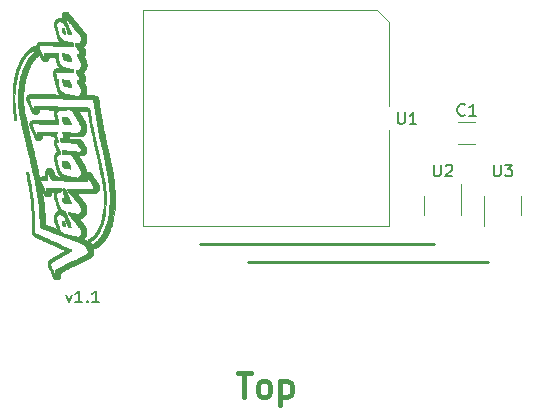
<source format=gbr>
%TF.GenerationSoftware,KiCad,Pcbnew,(6.99.0-3907-g11dc5424cb)*%
%TF.CreationDate,2022-10-18T10:11:46+02:00*%
%TF.ProjectId,Vectorblade_PLCC32_THT_Kicad7,56656374-6f72-4626-9c61-64655f504c43,rev?*%
%TF.SameCoordinates,Original*%
%TF.FileFunction,Legend,Top*%
%TF.FilePolarity,Positive*%
%FSLAX46Y46*%
G04 Gerber Fmt 4.6, Leading zero omitted, Abs format (unit mm)*
G04 Created by KiCad (PCBNEW (6.99.0-3907-g11dc5424cb)) date 2022-10-18 10:11:46*
%MOMM*%
%LPD*%
G01*
G04 APERTURE LIST*
%ADD10C,0.000700*%
%ADD11C,0.240000*%
%ADD12C,0.400000*%
%ADD13C,0.200000*%
%ADD14C,0.150000*%
%ADD15C,0.120000*%
G04 APERTURE END LIST*
D10*
G36*
X142383411Y-94985450D02*
G01*
X142379775Y-94981851D01*
X142375390Y-94976677D01*
X142364620Y-94962029D01*
X142351592Y-94942346D01*
X142336800Y-94918467D01*
X142320734Y-94891231D01*
X142303887Y-94861477D01*
X142286750Y-94830044D01*
X142269816Y-94797773D01*
X142249266Y-94758151D01*
X142228347Y-94720757D01*
X142207037Y-94685563D01*
X142185315Y-94652539D01*
X142163158Y-94621656D01*
X142140546Y-94592886D01*
X142117457Y-94566200D01*
X142093868Y-94541568D01*
X142069758Y-94518962D01*
X142045106Y-94498353D01*
X142019890Y-94479711D01*
X141994087Y-94463009D01*
X141967677Y-94448216D01*
X141940637Y-94435305D01*
X141912946Y-94424245D01*
X141884583Y-94415009D01*
X141858871Y-94407509D01*
X141833998Y-94399922D01*
X141810572Y-94392393D01*
X141789200Y-94385067D01*
X141779475Y-94381525D01*
X141770491Y-94378088D01*
X141762325Y-94374774D01*
X141755053Y-94371601D01*
X141748749Y-94368587D01*
X141743491Y-94365750D01*
X141739355Y-94363109D01*
X141736416Y-94360681D01*
X141726061Y-94355202D01*
X141706821Y-94346482D01*
X141645972Y-94321170D01*
X141572892Y-94292546D01*
X141562436Y-94288450D01*
X141464777Y-94252026D01*
X141361099Y-94212862D01*
X141261357Y-94175782D01*
X141119055Y-94123615D01*
X141074682Y-94106907D01*
X141027068Y-94088116D01*
X140982232Y-94069788D01*
X140946194Y-94054470D01*
X140892652Y-94031975D01*
X140828085Y-94006470D01*
X140757672Y-93979808D01*
X140686594Y-93953840D01*
X140620029Y-93930419D01*
X140563160Y-93911397D01*
X140521165Y-93898625D01*
X140507364Y-93895162D01*
X140499224Y-93893956D01*
X140496079Y-93893757D01*
X140492236Y-93893175D01*
X140487748Y-93892231D01*
X140482671Y-93890947D01*
X140470966Y-93887445D01*
X140457552Y-93882844D01*
X140442866Y-93877317D01*
X140427340Y-93871037D01*
X140411410Y-93864178D01*
X140395508Y-93856915D01*
X140373553Y-93846366D01*
X140340254Y-93831796D01*
X140246106Y-93793018D01*
X140126030Y-93745442D01*
X139992988Y-93693931D01*
X139926559Y-93669039D01*
X139863458Y-93644812D01*
X139805161Y-93621917D01*
X139753143Y-93601018D01*
X139738635Y-93595041D01*
X139708881Y-93582782D01*
X139673851Y-93567874D01*
X139649528Y-93556959D01*
X139641843Y-93553207D01*
X139637388Y-93550703D01*
X139634706Y-93548361D01*
X139631321Y-93545972D01*
X139627285Y-93543546D01*
X139622649Y-93541096D01*
X139617463Y-93538630D01*
X139611778Y-93536162D01*
X139599112Y-93531257D01*
X139585057Y-93526467D01*
X139570019Y-93521880D01*
X139554402Y-93517583D01*
X139538611Y-93513662D01*
X139522058Y-93509075D01*
X139502495Y-93502896D01*
X139480617Y-93495387D01*
X139457119Y-93486807D01*
X139432694Y-93477416D01*
X139408039Y-93467475D01*
X139383846Y-93457246D01*
X139360811Y-93446987D01*
X139339377Y-93437881D01*
X139318058Y-93429238D01*
X139297435Y-93421289D01*
X139278084Y-93414267D01*
X139260586Y-93408402D01*
X139252712Y-93405976D01*
X139245518Y-93403926D01*
X139239077Y-93402281D01*
X139233461Y-93401071D01*
X139228741Y-93400323D01*
X139224991Y-93400067D01*
X139221233Y-93399953D01*
X139217380Y-93399619D01*
X139213455Y-93399074D01*
X139209480Y-93398331D01*
X139205476Y-93397399D01*
X139201464Y-93396291D01*
X139197467Y-93395016D01*
X139193506Y-93393585D01*
X139189603Y-93392010D01*
X139185779Y-93390300D01*
X139182057Y-93388468D01*
X139178458Y-93386524D01*
X139175003Y-93384478D01*
X139171715Y-93382342D01*
X139168615Y-93380127D01*
X139165724Y-93377842D01*
X139157192Y-93372812D01*
X139141454Y-93365379D01*
X139119408Y-93355921D01*
X139091950Y-93344813D01*
X139059977Y-93332432D01*
X139024387Y-93319154D01*
X138986077Y-93305355D01*
X138945944Y-93291412D01*
X138854459Y-93259270D01*
X138751166Y-93221341D01*
X138648337Y-93182023D01*
X138558241Y-93145715D01*
X138370563Y-93066693D01*
X138355747Y-92869137D01*
X138327751Y-92365202D01*
X138318705Y-92202387D01*
X138306382Y-92006423D01*
X138288647Y-91782504D01*
X138241226Y-91289927D01*
X138185008Y-90802907D01*
X138156276Y-90585933D01*
X138128558Y-90399693D01*
X138112699Y-90293892D01*
X138096147Y-90188555D01*
X138080983Y-90096182D01*
X138069291Y-90029276D01*
X138057293Y-89957662D01*
X138513791Y-89957662D01*
X138513876Y-89965497D01*
X138514124Y-89973231D01*
X138514524Y-89980820D01*
X138515065Y-89988221D01*
X138515736Y-89995391D01*
X138516526Y-90002286D01*
X138517425Y-90008862D01*
X138518421Y-90015076D01*
X138519505Y-90020886D01*
X138520664Y-90026247D01*
X138521889Y-90031116D01*
X138523167Y-90035449D01*
X138524489Y-90039204D01*
X138525844Y-90042337D01*
X138527220Y-90044803D01*
X138527913Y-90045774D01*
X138528608Y-90046561D01*
X138533913Y-90059463D01*
X138540955Y-90089584D01*
X138562563Y-90216645D01*
X138598061Y-90458071D01*
X138652080Y-90844193D01*
X138674401Y-91016547D01*
X138694987Y-91195587D01*
X138713720Y-91379893D01*
X138730485Y-91568048D01*
X138745166Y-91758634D01*
X138757649Y-91950233D01*
X138767816Y-92141427D01*
X138775552Y-92330798D01*
X138782237Y-92505622D01*
X138785525Y-92576168D01*
X138789211Y-92636662D01*
X138791305Y-92663418D01*
X138793621Y-92687996D01*
X138796199Y-92710508D01*
X138799079Y-92731065D01*
X138802304Y-92749779D01*
X138805913Y-92766762D01*
X138809946Y-92782125D01*
X138814446Y-92795980D01*
X138819452Y-92808438D01*
X138825005Y-92819612D01*
X138831146Y-92829613D01*
X138837915Y-92838553D01*
X138845354Y-92846544D01*
X138853503Y-92853696D01*
X138862402Y-92860122D01*
X138872092Y-92865934D01*
X138882615Y-92871243D01*
X138894010Y-92876161D01*
X138906318Y-92880799D01*
X138919581Y-92885270D01*
X138949131Y-92894155D01*
X138982986Y-92903709D01*
X138994522Y-92907031D01*
X139005939Y-92910495D01*
X139028169Y-92917715D01*
X139049183Y-92925109D01*
X139068490Y-92932416D01*
X139085598Y-92939376D01*
X139100014Y-92945728D01*
X139106059Y-92948595D01*
X139111247Y-92951212D01*
X139115516Y-92953547D01*
X139118805Y-92955567D01*
X139121630Y-92957560D01*
X139125427Y-92959817D01*
X139135667Y-92965021D01*
X139148974Y-92970977D01*
X139164798Y-92977484D01*
X139182591Y-92984338D01*
X139201802Y-92991336D01*
X139221880Y-92998276D01*
X139242277Y-93004956D01*
X139262573Y-93011636D01*
X139282406Y-93018577D01*
X139301312Y-93025575D01*
X139318830Y-93032429D01*
X139334496Y-93038935D01*
X139347846Y-93044892D01*
X139353508Y-93047601D01*
X139358418Y-93050096D01*
X139362518Y-93052353D01*
X139365750Y-93054345D01*
X139373491Y-93058112D01*
X139386933Y-93063644D01*
X139405294Y-93070623D01*
X139427794Y-93078731D01*
X139453651Y-93087649D01*
X139482084Y-93097059D01*
X139512310Y-93106642D01*
X139543549Y-93116081D01*
X139559540Y-93120764D01*
X139575049Y-93125530D01*
X139590002Y-93130346D01*
X139604321Y-93135181D01*
X139617931Y-93140001D01*
X139630756Y-93144774D01*
X139642721Y-93149468D01*
X139653748Y-93154049D01*
X139663763Y-93158486D01*
X139672689Y-93162745D01*
X139680450Y-93166795D01*
X139686970Y-93170602D01*
X139692174Y-93174134D01*
X139694258Y-93175787D01*
X139695985Y-93177359D01*
X139697344Y-93178846D01*
X139698327Y-93180244D01*
X139698923Y-93181549D01*
X139699124Y-93182756D01*
X139699175Y-93183682D01*
X139699324Y-93184606D01*
X139699570Y-93185526D01*
X139699911Y-93186441D01*
X139700343Y-93187349D01*
X139700866Y-93188247D01*
X139702173Y-93190010D01*
X139703812Y-93191715D01*
X139705766Y-93193348D01*
X139708016Y-93194894D01*
X139710546Y-93196338D01*
X139713335Y-93197667D01*
X139716367Y-93198866D01*
X139719623Y-93199919D01*
X139723086Y-93200814D01*
X139726736Y-93201535D01*
X139730557Y-93202068D01*
X139734529Y-93202399D01*
X139738635Y-93202512D01*
X139741131Y-93202469D01*
X139743525Y-93202338D01*
X139745817Y-93202121D01*
X139748007Y-93201817D01*
X139750093Y-93201427D01*
X139752076Y-93200949D01*
X139753954Y-93200385D01*
X139755729Y-93199734D01*
X139757398Y-93198996D01*
X139758962Y-93198171D01*
X139760420Y-93197259D01*
X139761772Y-93196261D01*
X139763017Y-93195176D01*
X139764155Y-93194004D01*
X139765186Y-93192745D01*
X139766108Y-93191399D01*
X139766922Y-93189967D01*
X139767627Y-93188448D01*
X139768222Y-93186841D01*
X139768708Y-93185148D01*
X139769083Y-93183369D01*
X139769347Y-93181502D01*
X139769501Y-93179549D01*
X139769542Y-93177509D01*
X139769471Y-93175382D01*
X139769288Y-93173168D01*
X139768992Y-93170867D01*
X139768582Y-93168480D01*
X139768059Y-93166005D01*
X139767420Y-93163444D01*
X139765799Y-93158062D01*
X139735201Y-93052879D01*
X139683999Y-92870372D01*
X139585530Y-92516006D01*
X139576093Y-92478102D01*
X139568147Y-92439536D01*
X139561677Y-92400513D01*
X139556668Y-92361242D01*
X139553106Y-92321926D01*
X139550977Y-92282774D01*
X139550266Y-92243990D01*
X139550958Y-92205782D01*
X139553039Y-92168355D01*
X139556495Y-92131916D01*
X139561311Y-92096670D01*
X139567472Y-92062825D01*
X139574965Y-92030585D01*
X139583774Y-92000158D01*
X139593886Y-91971749D01*
X139605286Y-91945565D01*
X139616819Y-91922310D01*
X139628331Y-91900637D01*
X139639914Y-91880447D01*
X139651665Y-91861642D01*
X139663676Y-91844125D01*
X139676041Y-91827798D01*
X139688855Y-91812564D01*
X139702211Y-91798324D01*
X139716204Y-91784981D01*
X139730928Y-91772438D01*
X139746477Y-91760597D01*
X139762944Y-91749360D01*
X139780424Y-91738629D01*
X139799012Y-91728307D01*
X139818800Y-91718296D01*
X139839883Y-91708498D01*
X139856873Y-91701098D01*
X139871740Y-91693628D01*
X139878382Y-91689828D01*
X139884501Y-91685964D01*
X139890098Y-91682019D01*
X139895175Y-91677977D01*
X139899735Y-91673824D01*
X139903780Y-91669542D01*
X139907312Y-91665117D01*
X139910334Y-91660532D01*
X139912848Y-91655772D01*
X139914855Y-91650820D01*
X139916359Y-91645661D01*
X139917362Y-91640280D01*
X139917865Y-91634659D01*
X139917871Y-91628784D01*
X139917383Y-91622639D01*
X139916402Y-91616207D01*
X139914931Y-91609474D01*
X139912972Y-91602422D01*
X139910528Y-91595037D01*
X139907600Y-91587302D01*
X139900303Y-91570721D01*
X139891100Y-91552552D01*
X139880008Y-91532668D01*
X139867047Y-91510943D01*
X139856349Y-91490261D01*
X139844899Y-91465875D01*
X139833101Y-91438711D01*
X139821362Y-91409695D01*
X139810085Y-91379753D01*
X139799677Y-91349811D01*
X139790542Y-91320795D01*
X139783085Y-91293631D01*
X139732655Y-91102365D01*
X139683382Y-90922906D01*
X139643832Y-90785582D01*
X139630380Y-90742198D01*
X139622571Y-90720721D01*
X139613605Y-90702943D01*
X139605247Y-90682217D01*
X139597525Y-90658837D01*
X139590469Y-90633094D01*
X139584107Y-90605282D01*
X139578469Y-90575694D01*
X139573583Y-90544622D01*
X139569479Y-90512361D01*
X139566184Y-90479203D01*
X139563729Y-90445440D01*
X139562143Y-90411366D01*
X139561453Y-90377275D01*
X139561689Y-90343458D01*
X139562881Y-90310209D01*
X139565056Y-90277821D01*
X139568244Y-90246587D01*
X139575971Y-90180351D01*
X139578391Y-90153395D01*
X139579588Y-90130176D01*
X139579667Y-90119880D01*
X139579367Y-90110415D01*
X139578664Y-90101744D01*
X139577533Y-90093833D01*
X139575950Y-90086648D01*
X139573890Y-90080153D01*
X139571330Y-90074314D01*
X139568244Y-90069095D01*
X139564608Y-90064463D01*
X139560398Y-90060382D01*
X139555589Y-90056817D01*
X139550157Y-90053734D01*
X139544078Y-90051097D01*
X139537326Y-90048873D01*
X139529879Y-90047025D01*
X139521710Y-90045520D01*
X139512797Y-90044322D01*
X139503113Y-90043397D01*
X139481341Y-90042226D01*
X139456196Y-90041727D01*
X139427486Y-90041623D01*
X139409414Y-90041958D01*
X139393111Y-90043027D01*
X139378494Y-90044928D01*
X139371791Y-90046220D01*
X139365479Y-90047758D01*
X139359547Y-90049553D01*
X139353984Y-90051616D01*
X139348780Y-90053961D01*
X139343925Y-90056599D01*
X139339408Y-90059543D01*
X139335218Y-90062805D01*
X139331346Y-90066396D01*
X139327782Y-90070330D01*
X139324513Y-90074619D01*
X139321531Y-90079274D01*
X139318825Y-90084309D01*
X139316385Y-90089734D01*
X139314199Y-90095563D01*
X139312258Y-90101807D01*
X139310551Y-90108479D01*
X139309068Y-90115591D01*
X139306732Y-90131183D01*
X139305166Y-90148682D01*
X139304288Y-90168185D01*
X139304013Y-90189790D01*
X139303843Y-90197219D01*
X139303343Y-90204655D01*
X139302532Y-90212047D01*
X139301428Y-90219346D01*
X139300049Y-90226500D01*
X139298414Y-90233458D01*
X139296539Y-90240171D01*
X139294444Y-90246587D01*
X139292147Y-90252656D01*
X139289665Y-90258326D01*
X139287016Y-90263549D01*
X139284219Y-90268272D01*
X139282771Y-90270430D01*
X139281292Y-90272445D01*
X139279785Y-90274309D01*
X139278253Y-90276018D01*
X139276697Y-90277563D01*
X139275120Y-90278939D01*
X139273524Y-90280140D01*
X139271911Y-90281159D01*
X139268501Y-90283351D01*
X139264777Y-90286190D01*
X139260771Y-90289629D01*
X139256515Y-90293622D01*
X139252042Y-90298122D01*
X139247385Y-90303080D01*
X139237647Y-90314188D01*
X139227562Y-90326569D01*
X139217390Y-90339847D01*
X139207392Y-90353646D01*
X139197827Y-90367589D01*
X139190644Y-90378947D01*
X139183768Y-90388995D01*
X139176986Y-90397813D01*
X139170084Y-90405480D01*
X139162850Y-90412077D01*
X139155070Y-90417683D01*
X139146530Y-90422377D01*
X139137017Y-90426239D01*
X139126318Y-90429349D01*
X139114218Y-90431786D01*
X139100505Y-90433629D01*
X139084966Y-90434959D01*
X139067386Y-90435855D01*
X139047553Y-90436397D01*
X139000272Y-90436734D01*
X138975639Y-90436636D01*
X138953458Y-90436295D01*
X138933521Y-90435644D01*
X138915616Y-90434612D01*
X138907360Y-90433932D01*
X138899534Y-90433132D01*
X138892112Y-90432202D01*
X138885066Y-90431134D01*
X138878372Y-90429920D01*
X138872002Y-90428551D01*
X138865930Y-90427018D01*
X138860131Y-90425313D01*
X138854577Y-90423427D01*
X138849244Y-90421351D01*
X138844103Y-90419078D01*
X138839131Y-90416597D01*
X138834299Y-90413902D01*
X138829582Y-90410983D01*
X138824954Y-90407831D01*
X138820388Y-90404438D01*
X138815858Y-90400796D01*
X138811339Y-90396895D01*
X138806803Y-90392728D01*
X138802224Y-90388285D01*
X138792835Y-90378540D01*
X138782961Y-90367589D01*
X138769375Y-90351958D01*
X138754726Y-90333171D01*
X138739281Y-90311723D01*
X138723308Y-90288104D01*
X138707075Y-90262807D01*
X138690848Y-90236323D01*
X138674897Y-90209145D01*
X138659488Y-90181764D01*
X138644890Y-90154672D01*
X138631370Y-90128362D01*
X138619195Y-90103325D01*
X138608633Y-90080054D01*
X138599953Y-90059040D01*
X138593421Y-90040774D01*
X138589306Y-90025750D01*
X138588238Y-90019607D01*
X138587875Y-90014459D01*
X138587676Y-90010560D01*
X138587093Y-90006299D01*
X138586149Y-90001719D01*
X138584865Y-89996865D01*
X138583263Y-89991779D01*
X138581363Y-89986505D01*
X138579189Y-89981086D01*
X138576762Y-89975566D01*
X138574103Y-89969988D01*
X138571235Y-89964395D01*
X138568178Y-89958832D01*
X138564955Y-89953341D01*
X138561587Y-89947965D01*
X138558097Y-89942749D01*
X138554505Y-89937736D01*
X138550833Y-89932968D01*
X138544720Y-89924753D01*
X138539315Y-89917722D01*
X138534576Y-89911898D01*
X138530460Y-89907308D01*
X138526922Y-89903977D01*
X138525357Y-89902792D01*
X138523920Y-89901931D01*
X138522606Y-89901397D01*
X138521409Y-89901193D01*
X138520325Y-89901323D01*
X138519347Y-89901791D01*
X138518471Y-89902598D01*
X138517691Y-89903748D01*
X138517001Y-89905245D01*
X138516396Y-89907091D01*
X138515870Y-89909290D01*
X138515419Y-89911845D01*
X138514717Y-89918035D01*
X138514247Y-89925686D01*
X138513965Y-89934825D01*
X138513791Y-89957662D01*
X138057293Y-89957662D01*
X138009716Y-89673676D01*
X137948289Y-89325484D01*
X137910785Y-89140276D01*
X138392788Y-89140276D01*
X138474280Y-89313137D01*
X138536224Y-89444269D01*
X138587373Y-89553754D01*
X138628509Y-89643560D01*
X138660415Y-89715657D01*
X138673149Y-89745678D01*
X138683869Y-89772010D01*
X138692672Y-89794898D01*
X138699656Y-89814589D01*
X138704917Y-89831327D01*
X138708554Y-89845360D01*
X138710665Y-89856933D01*
X138711347Y-89866292D01*
X138711718Y-89871316D01*
X138712808Y-89877077D01*
X138714586Y-89883504D01*
X138717019Y-89890524D01*
X138720074Y-89898065D01*
X138723718Y-89906055D01*
X138727920Y-89914420D01*
X138732646Y-89923090D01*
X138737864Y-89931991D01*
X138743541Y-89941051D01*
X138749646Y-89950198D01*
X138756144Y-89959360D01*
X138763004Y-89968464D01*
X138770194Y-89977437D01*
X138777680Y-89986208D01*
X138785430Y-89994704D01*
X138859513Y-90078665D01*
X138859513Y-89915682D01*
X138859580Y-89889810D01*
X138859817Y-89866717D01*
X138860278Y-89846228D01*
X138861018Y-89828171D01*
X138861510Y-89819999D01*
X138862091Y-89812370D01*
X138862769Y-89805262D01*
X138863550Y-89798653D01*
X138864442Y-89792521D01*
X138865451Y-89786846D01*
X138866584Y-89781604D01*
X138867848Y-89776775D01*
X138869249Y-89772337D01*
X138870794Y-89768267D01*
X138872490Y-89764545D01*
X138874344Y-89761148D01*
X138876363Y-89758055D01*
X138878553Y-89755244D01*
X138880921Y-89752694D01*
X138883475Y-89750383D01*
X138886219Y-89748288D01*
X138889163Y-89746389D01*
X138892311Y-89744664D01*
X138895672Y-89743090D01*
X138899252Y-89741647D01*
X138903057Y-89740312D01*
X138907095Y-89739064D01*
X138911372Y-89737881D01*
X138971815Y-89733772D01*
X139095345Y-89732325D01*
X139451563Y-89736030D01*
X139819819Y-89746216D01*
X139958397Y-89752872D01*
X140039908Y-89760107D01*
X140066792Y-89764433D01*
X140077640Y-89766678D01*
X140086904Y-89769252D01*
X140090976Y-89770726D01*
X140094692Y-89772361D01*
X140098067Y-89774180D01*
X140101113Y-89776211D01*
X140103845Y-89778479D01*
X140106275Y-89781010D01*
X140108418Y-89783829D01*
X140110287Y-89786962D01*
X140111895Y-89790435D01*
X140113257Y-89794275D01*
X140114385Y-89798505D01*
X140115293Y-89803153D01*
X140116505Y-89813805D01*
X140117001Y-89826434D01*
X140116889Y-89841249D01*
X140116277Y-89858455D01*
X140113991Y-89900865D01*
X140106583Y-90029276D01*
X140007805Y-90044093D01*
X139984819Y-90047660D01*
X139963051Y-90051906D01*
X139942449Y-90056876D01*
X139922956Y-90062613D01*
X139904521Y-90069161D01*
X139895682Y-90072752D01*
X139887087Y-90076562D01*
X139878729Y-90080596D01*
X139870601Y-90084860D01*
X139862696Y-90089359D01*
X139855008Y-90094099D01*
X139847530Y-90099084D01*
X139840255Y-90104321D01*
X139833176Y-90109815D01*
X139826286Y-90115571D01*
X139819580Y-90121595D01*
X139813049Y-90127892D01*
X139806687Y-90134468D01*
X139800487Y-90141327D01*
X139794444Y-90148476D01*
X139788548Y-90155919D01*
X139777177Y-90171713D01*
X139766320Y-90188750D01*
X139755922Y-90207076D01*
X139747745Y-90223262D01*
X139740859Y-90238870D01*
X139735341Y-90254478D01*
X139731266Y-90270664D01*
X139728710Y-90288008D01*
X139727750Y-90307088D01*
X139728460Y-90328484D01*
X139730918Y-90352773D01*
X139735200Y-90380535D01*
X139741380Y-90412349D01*
X139759741Y-90490445D01*
X139786611Y-90591692D01*
X139822597Y-90720721D01*
X139921375Y-91078790D01*
X139938111Y-91137558D01*
X139955141Y-91191834D01*
X139972699Y-91241929D01*
X139991021Y-91288152D01*
X140010340Y-91330817D01*
X140030893Y-91370232D01*
X140041706Y-91388819D01*
X140052915Y-91406711D01*
X140064550Y-91423946D01*
X140076641Y-91440563D01*
X140089216Y-91456602D01*
X140102305Y-91472101D01*
X140115938Y-91487098D01*
X140130144Y-91501634D01*
X140144952Y-91515746D01*
X140160391Y-91529474D01*
X140193283Y-91555933D01*
X140229055Y-91581321D01*
X140267941Y-91605949D01*
X140310176Y-91630128D01*
X140355997Y-91654170D01*
X140377453Y-91665900D01*
X140398233Y-91678783D01*
X140418239Y-91692701D01*
X140437373Y-91707534D01*
X140455537Y-91723162D01*
X140472634Y-91739468D01*
X140488567Y-91756330D01*
X140503237Y-91773630D01*
X140516547Y-91791248D01*
X140528400Y-91809065D01*
X140538696Y-91826962D01*
X140547340Y-91844819D01*
X140554233Y-91862517D01*
X140556992Y-91871269D01*
X140559277Y-91879936D01*
X140561076Y-91888504D01*
X140562375Y-91896958D01*
X140563164Y-91905282D01*
X140563430Y-91913462D01*
X140563857Y-91917148D01*
X140565113Y-91922578D01*
X140569951Y-91938234D01*
X140577624Y-91959561D01*
X140587816Y-91985693D01*
X140600206Y-92015761D01*
X140614478Y-92048895D01*
X140630312Y-92084230D01*
X140647391Y-92120895D01*
X140665029Y-92159837D01*
X140682465Y-92199995D01*
X140699264Y-92240268D01*
X140714992Y-92279557D01*
X140729216Y-92316763D01*
X140741500Y-92350785D01*
X140751411Y-92380524D01*
X140758516Y-92404881D01*
X140765394Y-92427415D01*
X140774644Y-92453653D01*
X140785863Y-92482669D01*
X140798644Y-92513537D01*
X140812583Y-92545331D01*
X140827275Y-92577125D01*
X140842313Y-92607993D01*
X140857293Y-92637009D01*
X140864667Y-92651428D01*
X140871946Y-92666816D01*
X140879095Y-92683043D01*
X140886078Y-92699980D01*
X140899400Y-92735459D01*
X140911622Y-92772211D01*
X140922454Y-92809195D01*
X140931609Y-92845368D01*
X140938795Y-92879690D01*
X140941560Y-92895830D01*
X140943724Y-92911117D01*
X140961010Y-93054345D01*
X140879519Y-93054345D01*
X140871136Y-93054232D01*
X140862691Y-93053901D01*
X140854239Y-93053368D01*
X140845834Y-93052647D01*
X140837530Y-93051753D01*
X140829382Y-93050699D01*
X140821444Y-93049500D01*
X140813770Y-93048171D01*
X140806414Y-93046727D01*
X140799431Y-93045181D01*
X140792874Y-93043548D01*
X140786799Y-93041843D01*
X140781259Y-93040081D01*
X140776309Y-93038274D01*
X140772002Y-93036439D01*
X140768394Y-93034590D01*
X140762520Y-93029006D01*
X140755092Y-93018741D01*
X140735596Y-92984198D01*
X140709966Y-92931018D01*
X140678259Y-92859259D01*
X140640532Y-92768980D01*
X140596844Y-92660237D01*
X140491816Y-92387596D01*
X140474766Y-92344245D01*
X140457282Y-92301937D01*
X140439856Y-92261712D01*
X140422980Y-92224612D01*
X140407146Y-92191680D01*
X140392845Y-92163956D01*
X140386424Y-92152373D01*
X140380570Y-92142484D01*
X140375346Y-92134417D01*
X140370813Y-92128304D01*
X140357467Y-92113123D01*
X140342526Y-92098188D01*
X140326130Y-92083571D01*
X140308421Y-92069346D01*
X140289540Y-92055583D01*
X140269629Y-92042355D01*
X140248827Y-92029735D01*
X140227277Y-92017796D01*
X140205119Y-92006609D01*
X140182494Y-91996246D01*
X140159544Y-91986781D01*
X140136409Y-91978285D01*
X140113231Y-91970831D01*
X140090150Y-91964491D01*
X140067309Y-91959337D01*
X140044847Y-91955443D01*
X140027160Y-91952933D01*
X140011007Y-91950996D01*
X139996186Y-91949680D01*
X139982493Y-91949037D01*
X139969726Y-91949118D01*
X139957683Y-91949973D01*
X139946161Y-91951653D01*
X139940531Y-91952818D01*
X139934956Y-91954208D01*
X139929410Y-91955829D01*
X139923868Y-91957689D01*
X139912693Y-91962147D01*
X139901228Y-91967632D01*
X139889272Y-91974195D01*
X139876621Y-91981887D01*
X139863072Y-91990758D01*
X139848424Y-92000859D01*
X139832474Y-92012240D01*
X139806395Y-92032216D01*
X139783698Y-92051780D01*
X139764351Y-92071503D01*
X139748320Y-92091957D01*
X139735575Y-92113712D01*
X139726081Y-92137342D01*
X139719807Y-92163417D01*
X139716719Y-92192509D01*
X139716786Y-92225189D01*
X139719975Y-92262030D01*
X139726253Y-92303601D01*
X139735587Y-92350476D01*
X139747946Y-92403226D01*
X139763296Y-92462421D01*
X139802841Y-92602437D01*
X139936191Y-93066693D01*
X139946209Y-93103429D01*
X139955913Y-93137757D01*
X139965334Y-93169754D01*
X139974506Y-93199502D01*
X139983461Y-93227080D01*
X139992231Y-93252566D01*
X140000849Y-93276042D01*
X140009348Y-93297585D01*
X140017761Y-93317277D01*
X140026118Y-93335196D01*
X140034455Y-93351422D01*
X140042802Y-93366035D01*
X140051192Y-93379114D01*
X140059659Y-93390739D01*
X140068234Y-93400990D01*
X140076950Y-93409945D01*
X140094867Y-93426928D01*
X140115067Y-93444411D01*
X140137227Y-93462198D01*
X140161026Y-93480093D01*
X140186142Y-93497901D01*
X140212253Y-93515427D01*
X140239036Y-93532476D01*
X140266171Y-93548851D01*
X140293334Y-93564359D01*
X140320204Y-93578803D01*
X140346459Y-93591988D01*
X140371778Y-93603719D01*
X140395837Y-93613801D01*
X140418316Y-93622038D01*
X140438892Y-93628234D01*
X140457244Y-93632195D01*
X140505475Y-93641687D01*
X140567134Y-93654420D01*
X140634349Y-93669005D01*
X140699249Y-93684054D01*
X140876432Y-93722330D01*
X140986785Y-93745867D01*
X141094361Y-93768015D01*
X141302720Y-93813082D01*
X141457369Y-93847037D01*
X141473344Y-93850509D01*
X141488865Y-93853516D01*
X141503939Y-93856055D01*
X141518574Y-93858125D01*
X141532779Y-93859723D01*
X141546562Y-93860846D01*
X141559930Y-93861493D01*
X141572892Y-93861660D01*
X141585457Y-93861347D01*
X141597631Y-93860551D01*
X141609424Y-93859268D01*
X141620844Y-93857498D01*
X141631898Y-93855238D01*
X141642595Y-93852485D01*
X141652943Y-93849238D01*
X141662950Y-93845493D01*
X141672624Y-93841250D01*
X141681974Y-93836505D01*
X141691007Y-93831256D01*
X141699731Y-93825501D01*
X141708156Y-93819239D01*
X141716288Y-93812465D01*
X141724136Y-93805179D01*
X141731709Y-93797378D01*
X141739013Y-93789059D01*
X141746059Y-93780221D01*
X141752853Y-93770861D01*
X141759403Y-93760978D01*
X141765719Y-93750567D01*
X141771807Y-93739629D01*
X141777677Y-93728159D01*
X141783336Y-93716156D01*
X141795838Y-93685068D01*
X141806496Y-93653002D01*
X141815316Y-93620083D01*
X141822306Y-93586433D01*
X141827473Y-93552176D01*
X141830824Y-93517433D01*
X141832366Y-93482329D01*
X141832107Y-93446987D01*
X141830053Y-93411528D01*
X141826213Y-93376077D01*
X141820593Y-93340756D01*
X141813200Y-93305688D01*
X141804042Y-93270997D01*
X141793126Y-93236804D01*
X141780459Y-93203234D01*
X141766049Y-93170409D01*
X141759025Y-93156213D01*
X141751879Y-93142382D01*
X141744660Y-93128992D01*
X141737419Y-93116120D01*
X141730207Y-93103841D01*
X141723075Y-93092231D01*
X141716073Y-93081366D01*
X141709252Y-93071323D01*
X141702662Y-93062176D01*
X141696355Y-93054003D01*
X141690380Y-93046878D01*
X141684789Y-93040879D01*
X141682153Y-93038325D01*
X141679632Y-93036081D01*
X141677232Y-93034156D01*
X141674959Y-93032559D01*
X141672821Y-93031301D01*
X141670822Y-93030391D01*
X141668970Y-93029837D01*
X141667271Y-93029651D01*
X141665608Y-93029558D01*
X141663863Y-93029281D01*
X141662039Y-93028827D01*
X141660143Y-93028199D01*
X141656148Y-93026444D01*
X141651915Y-93024056D01*
X141647479Y-93021075D01*
X141642876Y-93017540D01*
X141638144Y-93013491D01*
X141633317Y-93008969D01*
X141628432Y-93004013D01*
X141623526Y-92998662D01*
X141618634Y-92992957D01*
X141613793Y-92986937D01*
X141609038Y-92980642D01*
X141604407Y-92974112D01*
X141599934Y-92967387D01*
X141595657Y-92960506D01*
X141586011Y-92945217D01*
X141574050Y-92927555D01*
X141560237Y-92908156D01*
X141545034Y-92887658D01*
X141528906Y-92866696D01*
X141512314Y-92845909D01*
X141495722Y-92825931D01*
X141479593Y-92807401D01*
X141471816Y-92798612D01*
X141464251Y-92789878D01*
X141456940Y-92781253D01*
X141449922Y-92772790D01*
X141443236Y-92764544D01*
X141436923Y-92756570D01*
X141431023Y-92748921D01*
X141425575Y-92741652D01*
X141420618Y-92734817D01*
X141416194Y-92728470D01*
X141412341Y-92722666D01*
X141409099Y-92717459D01*
X141406508Y-92712903D01*
X141404609Y-92709052D01*
X141403440Y-92705962D01*
X141403142Y-92704718D01*
X141403041Y-92703684D01*
X141402330Y-92701150D01*
X141400244Y-92697303D01*
X141396855Y-92692219D01*
X141392237Y-92685974D01*
X141379601Y-92670303D01*
X141362913Y-92650900D01*
X141342752Y-92628371D01*
X141319697Y-92603324D01*
X141294328Y-92576368D01*
X141267222Y-92548109D01*
X141240116Y-92518818D01*
X141214746Y-92490656D01*
X141191691Y-92464288D01*
X141171531Y-92440380D01*
X141162716Y-92429556D01*
X141154843Y-92419597D01*
X141147982Y-92410585D01*
X141142206Y-92402605D01*
X141137588Y-92395739D01*
X141134200Y-92390070D01*
X141132114Y-92385681D01*
X141131582Y-92383993D01*
X141131402Y-92382657D01*
X141131345Y-92381225D01*
X141131174Y-92379710D01*
X141130505Y-92376449D01*
X141129416Y-92372906D01*
X141127930Y-92369113D01*
X141126067Y-92365103D01*
X141123849Y-92360909D01*
X141121299Y-92356563D01*
X141118438Y-92352097D01*
X141115287Y-92347545D01*
X141111868Y-92342938D01*
X141108204Y-92338309D01*
X141104315Y-92333692D01*
X141100224Y-92329118D01*
X141095952Y-92324619D01*
X141091521Y-92320230D01*
X141086952Y-92315981D01*
X141077426Y-92306113D01*
X141065846Y-92293525D01*
X141052703Y-92278737D01*
X141038489Y-92262271D01*
X141023697Y-92244647D01*
X141008817Y-92226387D01*
X140994343Y-92208011D01*
X140980766Y-92190040D01*
X140965472Y-92170950D01*
X140947776Y-92149371D01*
X140928285Y-92126056D01*
X140907609Y-92101757D01*
X140886353Y-92077227D01*
X140865126Y-92053217D01*
X140844536Y-92030481D01*
X140825191Y-92009770D01*
X140815239Y-91999069D01*
X140805773Y-91988293D01*
X140796813Y-91977480D01*
X140788381Y-91966671D01*
X140780499Y-91955905D01*
X140773188Y-91945222D01*
X140766470Y-91934663D01*
X140760368Y-91924266D01*
X140754902Y-91914071D01*
X140750095Y-91904120D01*
X140745967Y-91894450D01*
X140742542Y-91885102D01*
X140739840Y-91876116D01*
X140737883Y-91867531D01*
X140736692Y-91859388D01*
X140736291Y-91851726D01*
X140736380Y-91841269D01*
X140736768Y-91832081D01*
X140737642Y-91824102D01*
X140739185Y-91817269D01*
X140740265Y-91814264D01*
X140741581Y-91811522D01*
X140743157Y-91809036D01*
X140745016Y-91806798D01*
X140747180Y-91804801D01*
X140749673Y-91803037D01*
X140752518Y-91801498D01*
X140755738Y-91800176D01*
X140759355Y-91799064D01*
X140763394Y-91798155D01*
X140772826Y-91796911D01*
X140784219Y-91796384D01*
X140797757Y-91796511D01*
X140813625Y-91797231D01*
X140832006Y-91798484D01*
X140877049Y-91802337D01*
X140910705Y-91805299D01*
X140951364Y-91810286D01*
X140997464Y-91817009D01*
X141047441Y-91825179D01*
X141099733Y-91834507D01*
X141152778Y-91844703D01*
X141205013Y-91855478D01*
X141254874Y-91866542D01*
X141313651Y-91879442D01*
X141367060Y-91890330D01*
X141415463Y-91899164D01*
X141437900Y-91902796D01*
X141459221Y-91905899D01*
X141479471Y-91908467D01*
X141498696Y-91910493D01*
X141516940Y-91911974D01*
X141534249Y-91912902D01*
X141550669Y-91913274D01*
X141566244Y-91913083D01*
X141581019Y-91912325D01*
X141595040Y-91910992D01*
X141608352Y-91909082D01*
X141621001Y-91906587D01*
X141633030Y-91903502D01*
X141644487Y-91899822D01*
X141655415Y-91895542D01*
X141665861Y-91890656D01*
X141675868Y-91885158D01*
X141685484Y-91879044D01*
X141694752Y-91872308D01*
X141703718Y-91864944D01*
X141712427Y-91856947D01*
X141720924Y-91848311D01*
X141729255Y-91839032D01*
X141737465Y-91829103D01*
X141745599Y-91818519D01*
X141753702Y-91807276D01*
X141770373Y-91781827D01*
X141785207Y-91756368D01*
X141798217Y-91730828D01*
X141809419Y-91705141D01*
X141818827Y-91679237D01*
X141826454Y-91653046D01*
X141832317Y-91626502D01*
X141836429Y-91599534D01*
X141838804Y-91572074D01*
X141839457Y-91544053D01*
X141838404Y-91515403D01*
X141835657Y-91486055D01*
X141831232Y-91455940D01*
X141825142Y-91424989D01*
X141817404Y-91393134D01*
X141808030Y-91360306D01*
X141803290Y-91345127D01*
X141798359Y-91330205D01*
X141793276Y-91315623D01*
X141788081Y-91301464D01*
X141782814Y-91287811D01*
X141777514Y-91274749D01*
X141772221Y-91262359D01*
X141766975Y-91250725D01*
X141761816Y-91239930D01*
X141756784Y-91230057D01*
X141751918Y-91221191D01*
X141747258Y-91213413D01*
X141742845Y-91206807D01*
X141738716Y-91201456D01*
X141736772Y-91199278D01*
X141734914Y-91197444D01*
X141733147Y-91195966D01*
X141731477Y-91194854D01*
X141728268Y-91192890D01*
X141725135Y-91190720D01*
X141722095Y-91188370D01*
X141719168Y-91185863D01*
X141716372Y-91183227D01*
X141713723Y-91180486D01*
X141711241Y-91177665D01*
X141708943Y-91174789D01*
X141706848Y-91171885D01*
X141704974Y-91168978D01*
X141703338Y-91166091D01*
X141701959Y-91163252D01*
X141700855Y-91160486D01*
X141700412Y-91159138D01*
X141700045Y-91157817D01*
X141699755Y-91156527D01*
X141699545Y-91155271D01*
X141699417Y-91154052D01*
X141699374Y-91152873D01*
X141699032Y-91150246D01*
X141698024Y-91147023D01*
X141696379Y-91143242D01*
X141694127Y-91138944D01*
X141691295Y-91134168D01*
X141687914Y-91128955D01*
X141684013Y-91123344D01*
X141679619Y-91117375D01*
X141674762Y-91111087D01*
X141669471Y-91104521D01*
X141657702Y-91090712D01*
X141644545Y-91076267D01*
X141637517Y-91068905D01*
X141630230Y-91061503D01*
X141581473Y-91008926D01*
X141537433Y-90960835D01*
X141498660Y-90917779D01*
X141465703Y-90880308D01*
X141439113Y-90848972D01*
X141428378Y-90835777D01*
X141419440Y-90824321D01*
X141412368Y-90814674D01*
X141407232Y-90806905D01*
X141404100Y-90801082D01*
X141403307Y-90798921D01*
X141403041Y-90797273D01*
X141402586Y-90795403D01*
X141401252Y-90792609D01*
X141399086Y-90788955D01*
X141396134Y-90784501D01*
X141388065Y-90773442D01*
X141377421Y-90759923D01*
X141364576Y-90744436D01*
X141349909Y-90727473D01*
X141333795Y-90709526D01*
X141316610Y-90691087D01*
X141307907Y-90681808D01*
X141299425Y-90672537D01*
X141291211Y-90663338D01*
X141283311Y-90654277D01*
X141275773Y-90645418D01*
X141268644Y-90636827D01*
X141261971Y-90628568D01*
X141255800Y-90620708D01*
X141250180Y-90613310D01*
X141245156Y-90606441D01*
X141240776Y-90600165D01*
X141237087Y-90594547D01*
X141234135Y-90589653D01*
X141231969Y-90585547D01*
X141230635Y-90582295D01*
X141230295Y-90581009D01*
X141230180Y-90579962D01*
X141229553Y-90577457D01*
X141227711Y-90573697D01*
X141224711Y-90568757D01*
X141220611Y-90562714D01*
X141209344Y-90547623D01*
X141194373Y-90529030D01*
X141176161Y-90507542D01*
X141155171Y-90483769D01*
X141131865Y-90458318D01*
X141106707Y-90431795D01*
X141094333Y-90418353D01*
X141082259Y-90404940D01*
X141070554Y-90391643D01*
X141059287Y-90378548D01*
X141048526Y-90365742D01*
X141038340Y-90353313D01*
X141028798Y-90341347D01*
X141019969Y-90329931D01*
X141011921Y-90319151D01*
X141004723Y-90309095D01*
X140998443Y-90299849D01*
X140993152Y-90291500D01*
X140988917Y-90284135D01*
X140985806Y-90277841D01*
X140983890Y-90272704D01*
X140983400Y-90270597D01*
X140983235Y-90268812D01*
X140983207Y-90267423D01*
X140983122Y-90266037D01*
X140982983Y-90264657D01*
X140982792Y-90263285D01*
X140982550Y-90261923D01*
X140982259Y-90260575D01*
X140981921Y-90259244D01*
X140981538Y-90257931D01*
X140981111Y-90256640D01*
X140980643Y-90255374D01*
X140980135Y-90254134D01*
X140979589Y-90252925D01*
X140979007Y-90251748D01*
X140978391Y-90250606D01*
X140977742Y-90249502D01*
X140977062Y-90248439D01*
X140976353Y-90247420D01*
X140975617Y-90246446D01*
X140974856Y-90245522D01*
X140974071Y-90244648D01*
X140973265Y-90243830D01*
X140972439Y-90243068D01*
X140971594Y-90242365D01*
X140970734Y-90241726D01*
X140969859Y-90241151D01*
X140968971Y-90240644D01*
X140968072Y-90240208D01*
X140967165Y-90239845D01*
X140966250Y-90239557D01*
X140965329Y-90239349D01*
X140964405Y-90239222D01*
X140963480Y-90239179D01*
X140962287Y-90239100D01*
X140961025Y-90238865D01*
X140958309Y-90237944D01*
X140955362Y-90236444D01*
X140952213Y-90234394D01*
X140948890Y-90231824D01*
X140945422Y-90228761D01*
X140941839Y-90225235D01*
X140938168Y-90221275D01*
X140934440Y-90216910D01*
X140930683Y-90212169D01*
X140926925Y-90207081D01*
X140923197Y-90201674D01*
X140919527Y-90195978D01*
X140915943Y-90190022D01*
X140912475Y-90183834D01*
X140909152Y-90177443D01*
X140905801Y-90171052D01*
X140902250Y-90164859D01*
X140898533Y-90158891D01*
X140894683Y-90153173D01*
X140890731Y-90147729D01*
X140886710Y-90142586D01*
X140882653Y-90137768D01*
X140878593Y-90133301D01*
X140874561Y-90129211D01*
X140870591Y-90125522D01*
X140866715Y-90122259D01*
X140862966Y-90119449D01*
X140859375Y-90117117D01*
X140857650Y-90116137D01*
X140855977Y-90115287D01*
X140854360Y-90114568D01*
X140852802Y-90113985D01*
X140851310Y-90113540D01*
X140849885Y-90113237D01*
X140845653Y-90112402D01*
X140840859Y-90110403D01*
X140835549Y-90107307D01*
X140829768Y-90103181D01*
X140816976Y-90092103D01*
X140802850Y-90077700D01*
X140787754Y-90060505D01*
X140772054Y-90041049D01*
X140756116Y-90019864D01*
X140740304Y-89997482D01*
X140724984Y-89974434D01*
X140710521Y-89951252D01*
X140697281Y-89928468D01*
X140685629Y-89906614D01*
X140675930Y-89886221D01*
X140668550Y-89867821D01*
X140663854Y-89851947D01*
X140662627Y-89845122D01*
X140662208Y-89839129D01*
X140662208Y-89787270D01*
X141309202Y-89802087D01*
X142371063Y-89834190D01*
X142492727Y-89838902D01*
X142544061Y-89840587D01*
X142589648Y-89841791D01*
X142629924Y-89842489D01*
X142665327Y-89842654D01*
X142696296Y-89842263D01*
X142723268Y-89841289D01*
X142746680Y-89839708D01*
X142757188Y-89838682D01*
X142766970Y-89837494D01*
X142776081Y-89836141D01*
X142784576Y-89834621D01*
X142792510Y-89832930D01*
X142799936Y-89831064D01*
X142806911Y-89829022D01*
X142813487Y-89826799D01*
X142819722Y-89824392D01*
X142825668Y-89821799D01*
X142831380Y-89819016D01*
X142836915Y-89816040D01*
X142847666Y-89809495D01*
X142865190Y-89796799D01*
X142879745Y-89783508D01*
X142885884Y-89776546D01*
X142891253Y-89769321D01*
X142895842Y-89761796D01*
X142899640Y-89753933D01*
X142902639Y-89745693D01*
X142904829Y-89737040D01*
X142906201Y-89727934D01*
X142906744Y-89718338D01*
X142906451Y-89708214D01*
X142905310Y-89697524D01*
X142900450Y-89674293D01*
X142892089Y-89648342D01*
X142880150Y-89619367D01*
X142864557Y-89587065D01*
X142845235Y-89551130D01*
X142822108Y-89511259D01*
X142795099Y-89467149D01*
X142764132Y-89418496D01*
X142729133Y-89364996D01*
X142691310Y-89308290D01*
X142654355Y-89252134D01*
X142586522Y-89147376D01*
X142532580Y-89062527D01*
X142499474Y-89009395D01*
X142494792Y-89001589D01*
X142490031Y-88993947D01*
X142485226Y-88986514D01*
X142480413Y-88979338D01*
X142475630Y-88972465D01*
X142470912Y-88965944D01*
X142466295Y-88959820D01*
X142461815Y-88954142D01*
X142457509Y-88948955D01*
X142453413Y-88944308D01*
X142449563Y-88940246D01*
X142445995Y-88936817D01*
X142444328Y-88935355D01*
X142442746Y-88934069D01*
X142441251Y-88932964D01*
X142439850Y-88932047D01*
X142438547Y-88931324D01*
X142437346Y-88930800D01*
X142436251Y-88930481D01*
X142435268Y-88930374D01*
X142434342Y-88930338D01*
X142433419Y-88930231D01*
X142432498Y-88930056D01*
X142431583Y-88929814D01*
X142430676Y-88929507D01*
X142429777Y-88929136D01*
X142428890Y-88928704D01*
X142428014Y-88928213D01*
X142427154Y-88927663D01*
X142426310Y-88927058D01*
X142424677Y-88925685D01*
X142423131Y-88924111D01*
X142421687Y-88922348D01*
X142420358Y-88920411D01*
X142419160Y-88918316D01*
X142418106Y-88916075D01*
X142417211Y-88913705D01*
X142416490Y-88911218D01*
X142415957Y-88908631D01*
X142415766Y-88907303D01*
X142415627Y-88905956D01*
X142415542Y-88904591D01*
X142415513Y-88903209D01*
X142415237Y-88899715D01*
X142414430Y-88895744D01*
X142413127Y-88891339D01*
X142411361Y-88886545D01*
X142406577Y-88875965D01*
X142400349Y-88864354D01*
X142392950Y-88852063D01*
X142384650Y-88839443D01*
X142375721Y-88826844D01*
X142366433Y-88814618D01*
X142357059Y-88803115D01*
X142347869Y-88792687D01*
X142339135Y-88783684D01*
X142331128Y-88776457D01*
X142327482Y-88773620D01*
X142324119Y-88771358D01*
X142321074Y-88769715D01*
X142318380Y-88768736D01*
X142316071Y-88768463D01*
X142314182Y-88768942D01*
X142312746Y-88770216D01*
X142311796Y-88772329D01*
X142310875Y-88780080D01*
X142309983Y-88793589D01*
X142308401Y-88834991D01*
X142307282Y-88890746D01*
X142306858Y-88955068D01*
X142304388Y-89115582D01*
X141509125Y-89110762D01*
X141489471Y-89110643D01*
X140723018Y-89102308D01*
X140025091Y-89088418D01*
X139375627Y-89073601D01*
X139313891Y-89006926D01*
X139307850Y-89000252D01*
X139301795Y-88993233D01*
X139295768Y-88985933D01*
X139289814Y-88978412D01*
X139283976Y-88970732D01*
X139278296Y-88962954D01*
X139272820Y-88955140D01*
X139267589Y-88947351D01*
X139262648Y-88939649D01*
X139258039Y-88932095D01*
X139253807Y-88924751D01*
X139249994Y-88917679D01*
X139246644Y-88910939D01*
X139243801Y-88904594D01*
X139241508Y-88898704D01*
X139239808Y-88893332D01*
X139224219Y-88855557D01*
X139194741Y-88789306D01*
X139155075Y-88704072D01*
X139132580Y-88657302D01*
X139108927Y-88609346D01*
X138995333Y-88374748D01*
X138987924Y-88713062D01*
X138980516Y-89053846D01*
X138738510Y-89053846D01*
X138703494Y-89053937D01*
X138671488Y-89054231D01*
X138642318Y-89054757D01*
X138615810Y-89055543D01*
X138591791Y-89056619D01*
X138570087Y-89058013D01*
X138550524Y-89059754D01*
X138532929Y-89061871D01*
X138517129Y-89064393D01*
X138502949Y-89067350D01*
X138496412Y-89069000D01*
X138490216Y-89070770D01*
X138484337Y-89072662D01*
X138478756Y-89074681D01*
X138473449Y-89076830D01*
X138468396Y-89079114D01*
X138463574Y-89081534D01*
X138458962Y-89084096D01*
X138454538Y-89086802D01*
X138450280Y-89089657D01*
X138442177Y-89095826D01*
X138392788Y-89140276D01*
X137910785Y-89140276D01*
X137905691Y-89115118D01*
X137840868Y-88816779D01*
X137770489Y-88507327D01*
X137711222Y-88263623D01*
X137686604Y-88161103D01*
X137662450Y-88054647D01*
X137624791Y-87880860D01*
X137595389Y-87730687D01*
X137550708Y-87531433D01*
X137489358Y-87276617D01*
X137409949Y-86959756D01*
X137393686Y-86892657D01*
X137378464Y-86827641D01*
X137364631Y-86766329D01*
X137352535Y-86710343D01*
X137342522Y-86661301D01*
X137334940Y-86620825D01*
X137330136Y-86590536D01*
X137328885Y-86579718D01*
X137328458Y-86572054D01*
X137328316Y-86566013D01*
X137327903Y-86559957D01*
X137327237Y-86553931D01*
X137326336Y-86547976D01*
X137325217Y-86542138D01*
X137323900Y-86536459D01*
X137322402Y-86530982D01*
X137320741Y-86525752D01*
X137318935Y-86520810D01*
X137317003Y-86516202D01*
X137314962Y-86511970D01*
X137312831Y-86508157D01*
X137310627Y-86504808D01*
X137309504Y-86503320D01*
X137308370Y-86501965D01*
X137307226Y-86500746D01*
X137306076Y-86499671D01*
X137304921Y-86498744D01*
X137303764Y-86497971D01*
X137302389Y-86497205D01*
X137301044Y-86496299D01*
X137298448Y-86494083D01*
X137295983Y-86491362D01*
X137293654Y-86488170D01*
X137291471Y-86484544D01*
X137289439Y-86480521D01*
X137287566Y-86476135D01*
X137285860Y-86471424D01*
X137284327Y-86466424D01*
X137282976Y-86461170D01*
X137281812Y-86455700D01*
X137280844Y-86450048D01*
X137280078Y-86444252D01*
X137279522Y-86438347D01*
X137279184Y-86432370D01*
X137279069Y-86426357D01*
X137277058Y-86407450D01*
X137271313Y-86374190D01*
X137250362Y-86272016D01*
X137219687Y-86134653D01*
X137182761Y-85976918D01*
X137002800Y-85229911D01*
X136787650Y-84312512D01*
X136756627Y-84175535D01*
X136723753Y-84021426D01*
X136658004Y-83691447D01*
X136601515Y-83381841D01*
X136580216Y-83253198D01*
X136565400Y-83151874D01*
X136553631Y-83062318D01*
X136541631Y-82974382D01*
X136523419Y-82843193D01*
X136519840Y-82811481D01*
X136516551Y-82758962D01*
X136511072Y-82602731D01*
X136507445Y-82396957D01*
X136506702Y-82265034D01*
X136937051Y-82265034D01*
X136939366Y-82431283D01*
X136944459Y-82579850D01*
X136952330Y-82700115D01*
X136957308Y-82746315D01*
X136962980Y-82781457D01*
X136972009Y-82831231D01*
X136983353Y-82903694D01*
X136995623Y-82989122D01*
X137007430Y-83077790D01*
X137039600Y-83278626D01*
X137091160Y-83551924D01*
X137238323Y-84252011D01*
X137420676Y-85050259D01*
X137609975Y-85818873D01*
X137627994Y-85888712D01*
X137650412Y-85979387D01*
X137674219Y-86079323D01*
X137696405Y-86176943D01*
X137760302Y-86452903D01*
X137844572Y-86806651D01*
X137886861Y-86984606D01*
X137929150Y-87167190D01*
X137995208Y-87461054D01*
X138044288Y-87671266D01*
X138066397Y-87763522D01*
X138075933Y-87801273D01*
X138084108Y-87831470D01*
X138100352Y-87898377D01*
X138121458Y-87990750D01*
X138168069Y-88201887D01*
X138205135Y-88376340D01*
X138235400Y-88516818D01*
X138259704Y-88626853D01*
X138269882Y-88671558D01*
X138278885Y-88709975D01*
X138286817Y-88742547D01*
X138293784Y-88769715D01*
X138299889Y-88791919D01*
X138305239Y-88809602D01*
X138309937Y-88823204D01*
X138314089Y-88833168D01*
X138315993Y-88836923D01*
X138317800Y-88839933D01*
X138319522Y-88842255D01*
X138321174Y-88843943D01*
X138321940Y-88844790D01*
X138322845Y-88845481D01*
X138323884Y-88846019D01*
X138325052Y-88846407D01*
X138326343Y-88846649D01*
X138327751Y-88846748D01*
X138329271Y-88846706D01*
X138330898Y-88846528D01*
X138334450Y-88845772D01*
X138338364Y-88844507D01*
X138342596Y-88842757D01*
X138347104Y-88840547D01*
X138351842Y-88837903D01*
X138356769Y-88834851D01*
X138361841Y-88831415D01*
X138367014Y-88827621D01*
X138372244Y-88823494D01*
X138377489Y-88819060D01*
X138382706Y-88814344D01*
X138387850Y-88809371D01*
X138396128Y-88801463D01*
X138404417Y-88794380D01*
X138412901Y-88788079D01*
X138421766Y-88782515D01*
X138431194Y-88777646D01*
X138441372Y-88773429D01*
X138452482Y-88769818D01*
X138464711Y-88766773D01*
X138478242Y-88764248D01*
X138493259Y-88762200D01*
X138509948Y-88760587D01*
X138528492Y-88759364D01*
X138571886Y-88757918D01*
X138624916Y-88757512D01*
X138810125Y-88757512D01*
X138810125Y-88552548D01*
X138810448Y-88509957D01*
X138811441Y-88470073D01*
X138813136Y-88432763D01*
X138815565Y-88397899D01*
X138818761Y-88365350D01*
X138822756Y-88334986D01*
X138827584Y-88306677D01*
X138833275Y-88280292D01*
X138839864Y-88255701D01*
X138847383Y-88232775D01*
X138855864Y-88211382D01*
X138865340Y-88191392D01*
X138875843Y-88172676D01*
X138887406Y-88155103D01*
X138900061Y-88138543D01*
X138913841Y-88122865D01*
X138922061Y-88114088D01*
X138930172Y-88106244D01*
X138938356Y-88099283D01*
X138946793Y-88093154D01*
X138955664Y-88087807D01*
X138965150Y-88083190D01*
X138975431Y-88079253D01*
X138986690Y-88075945D01*
X138999106Y-88073217D01*
X139012860Y-88071016D01*
X139028134Y-88069293D01*
X139045108Y-88067997D01*
X139063962Y-88067077D01*
X139084879Y-88066483D01*
X139133621Y-88066068D01*
X139162384Y-88066118D01*
X139187776Y-88066348D01*
X139210128Y-88066882D01*
X139229776Y-88067843D01*
X139238688Y-88068522D01*
X139247050Y-88069354D01*
X139254901Y-88070354D01*
X139262283Y-88071537D01*
X139269239Y-88072920D01*
X139275810Y-88074517D01*
X139282037Y-88076344D01*
X139287962Y-88078415D01*
X139293626Y-88080747D01*
X139299072Y-88083355D01*
X139304340Y-88086254D01*
X139309473Y-88089460D01*
X139314512Y-88092988D01*
X139319498Y-88096853D01*
X139324473Y-88101070D01*
X139329479Y-88105656D01*
X139334558Y-88110625D01*
X139339750Y-88115993D01*
X139350643Y-88127987D01*
X139362491Y-88141761D01*
X139375627Y-88157437D01*
X139383405Y-88167208D01*
X139390970Y-88177033D01*
X139398281Y-88186851D01*
X139405299Y-88196601D01*
X139411985Y-88206220D01*
X139418297Y-88215647D01*
X139424198Y-88224821D01*
X139429646Y-88233681D01*
X139434603Y-88242164D01*
X139439027Y-88250210D01*
X139442880Y-88257756D01*
X139446122Y-88264742D01*
X139448713Y-88271105D01*
X139450613Y-88276785D01*
X139451782Y-88281720D01*
X139452080Y-88283888D01*
X139452180Y-88285848D01*
X139452351Y-88289718D01*
X139452855Y-88293893D01*
X139453678Y-88298328D01*
X139454804Y-88302980D01*
X139456219Y-88307805D01*
X139457910Y-88312761D01*
X139459861Y-88317804D01*
X139462058Y-88322890D01*
X139464486Y-88327976D01*
X139467132Y-88333018D01*
X139469980Y-88337974D01*
X139473016Y-88342800D01*
X139476226Y-88347452D01*
X139479595Y-88351886D01*
X139483108Y-88356061D01*
X139486752Y-88359931D01*
X139490681Y-88364749D01*
X139495029Y-88370807D01*
X139504810Y-88386285D01*
X139515749Y-88405640D01*
X139527498Y-88428150D01*
X139539710Y-88453090D01*
X139552038Y-88479738D01*
X139564135Y-88507370D01*
X139575652Y-88535262D01*
X139591146Y-88571917D01*
X139605493Y-88604286D01*
X139619109Y-88632654D01*
X139632411Y-88657307D01*
X139645814Y-88678530D01*
X139652683Y-88687945D01*
X139659734Y-88696610D01*
X139667018Y-88704561D01*
X139674588Y-88711833D01*
X139682494Y-88718462D01*
X139690790Y-88724483D01*
X139699528Y-88729933D01*
X139708758Y-88734848D01*
X139718534Y-88739262D01*
X139728907Y-88743211D01*
X139739930Y-88746733D01*
X139751654Y-88749861D01*
X139777414Y-88755081D01*
X139806603Y-88759159D01*
X139839637Y-88762379D01*
X139876932Y-88765027D01*
X139918905Y-88767390D01*
X139954565Y-88769525D01*
X139985753Y-88771273D01*
X140012688Y-88772593D01*
X140035586Y-88773448D01*
X140045589Y-88773687D01*
X140054664Y-88773796D01*
X140062838Y-88773767D01*
X140070139Y-88773597D01*
X140076593Y-88773281D01*
X140082228Y-88772813D01*
X140087071Y-88772188D01*
X140091149Y-88771403D01*
X140094488Y-88770450D01*
X140095890Y-88769910D01*
X140097117Y-88769327D01*
X140098174Y-88768699D01*
X140099063Y-88768027D01*
X140099787Y-88767309D01*
X140100351Y-88766546D01*
X140100758Y-88765736D01*
X140101010Y-88764878D01*
X140101113Y-88763973D01*
X140101067Y-88763019D01*
X140100879Y-88762017D01*
X140100549Y-88760964D01*
X140100083Y-88759862D01*
X140099483Y-88758708D01*
X140097896Y-88756246D01*
X140095815Y-88753572D01*
X140093267Y-88750682D01*
X140090280Y-88747572D01*
X140086881Y-88744235D01*
X140083096Y-88740667D01*
X140074480Y-88732818D01*
X140058120Y-88716842D01*
X140041533Y-88699581D01*
X140024837Y-88681200D01*
X140008152Y-88661860D01*
X139991597Y-88641724D01*
X139975292Y-88620955D01*
X139959356Y-88599715D01*
X139943908Y-88578169D01*
X139929068Y-88556477D01*
X139914955Y-88534804D01*
X139901688Y-88513312D01*
X139889387Y-88492163D01*
X139878172Y-88471520D01*
X139868161Y-88451547D01*
X139859474Y-88432406D01*
X139852230Y-88414260D01*
X139832590Y-88355581D01*
X139806700Y-88270337D01*
X139745426Y-88053720D01*
X139686931Y-87831548D01*
X139664514Y-87739359D01*
X139649736Y-87670957D01*
X139645264Y-87645433D01*
X139639433Y-87615857D01*
X139632502Y-87583272D01*
X139624732Y-87548719D01*
X139607716Y-87477877D01*
X139590469Y-87411665D01*
X139576665Y-87353407D01*
X139565813Y-87297154D01*
X139557913Y-87242883D01*
X139552964Y-87190572D01*
X139550967Y-87140201D01*
X139551922Y-87091746D01*
X139555829Y-87045187D01*
X139558889Y-87022612D01*
X139562688Y-87000502D01*
X139567224Y-86978855D01*
X139572498Y-86957669D01*
X139578510Y-86936940D01*
X139585260Y-86916667D01*
X139592748Y-86896845D01*
X139600974Y-86877473D01*
X139609937Y-86858547D01*
X139619639Y-86840066D01*
X139630079Y-86822025D01*
X139641256Y-86804424D01*
X139653172Y-86787258D01*
X139665826Y-86770526D01*
X139679217Y-86754224D01*
X139693346Y-86738349D01*
X139708214Y-86722900D01*
X139723819Y-86707873D01*
X139817658Y-86621443D01*
X139736166Y-86448582D01*
X139688195Y-86344171D01*
X139650584Y-86261521D01*
X139621655Y-86196467D01*
X139609922Y-86169236D01*
X139599729Y-86144840D01*
X139590868Y-86122760D01*
X139583128Y-86102474D01*
X139576300Y-86083461D01*
X139570173Y-86065201D01*
X139564539Y-86047172D01*
X139559186Y-86028854D01*
X139548488Y-85989265D01*
X139543747Y-85971542D01*
X139539725Y-85955243D01*
X139536448Y-85940116D01*
X139533942Y-85925908D01*
X139532231Y-85912366D01*
X139531342Y-85899236D01*
X139531299Y-85886266D01*
X139532128Y-85873201D01*
X139533854Y-85859789D01*
X139536503Y-85845777D01*
X139540099Y-85830911D01*
X139544668Y-85814938D01*
X139550236Y-85797605D01*
X139556827Y-85778658D01*
X139573183Y-85734913D01*
X139590228Y-85688490D01*
X139596981Y-85668829D01*
X139602585Y-85651068D01*
X139607059Y-85634854D01*
X139610427Y-85619838D01*
X139612710Y-85605668D01*
X139613929Y-85591994D01*
X139614106Y-85578464D01*
X139613263Y-85564728D01*
X139611422Y-85550436D01*
X139608604Y-85535235D01*
X139604831Y-85518775D01*
X139600125Y-85500706D01*
X139588000Y-85458334D01*
X139584186Y-85444977D01*
X139580176Y-85431812D01*
X139576008Y-85418914D01*
X139571717Y-85406361D01*
X139567338Y-85394226D01*
X139562910Y-85382587D01*
X139558466Y-85371520D01*
X139554045Y-85361100D01*
X139549681Y-85351404D01*
X139545411Y-85342507D01*
X139541272Y-85334486D01*
X139537299Y-85327416D01*
X139533528Y-85321373D01*
X139529996Y-85316433D01*
X139526740Y-85312673D01*
X139525226Y-85311259D01*
X139523794Y-85310168D01*
X139507719Y-85305817D01*
X139474955Y-85301168D01*
X139368759Y-85291416D01*
X139224017Y-85281779D01*
X139059538Y-85273126D01*
X138894134Y-85266325D01*
X138746613Y-85262245D01*
X138635788Y-85261753D01*
X138600013Y-85263124D01*
X138580466Y-85265718D01*
X138575111Y-85267807D01*
X138570154Y-85270391D01*
X138565588Y-85273504D01*
X138561405Y-85277177D01*
X138557599Y-85281444D01*
X138554161Y-85286337D01*
X138551085Y-85291887D01*
X138548364Y-85298129D01*
X138545989Y-85305094D01*
X138543955Y-85312816D01*
X138542254Y-85321325D01*
X138540878Y-85330656D01*
X138539821Y-85340841D01*
X138539074Y-85351912D01*
X138538632Y-85363902D01*
X138538486Y-85376843D01*
X138538277Y-85390370D01*
X138537627Y-85403216D01*
X138536500Y-85415455D01*
X138534859Y-85427158D01*
X138532668Y-85438399D01*
X138529891Y-85449248D01*
X138526492Y-85459779D01*
X138522434Y-85470065D01*
X138517682Y-85480176D01*
X138512200Y-85490187D01*
X138505950Y-85500168D01*
X138498897Y-85510193D01*
X138491005Y-85520334D01*
X138482238Y-85530662D01*
X138472559Y-85541251D01*
X138461933Y-85552173D01*
X138450264Y-85564485D01*
X138439197Y-85575541D01*
X138428519Y-85585419D01*
X138418023Y-85594193D01*
X138407498Y-85601939D01*
X138396734Y-85608734D01*
X138385521Y-85614654D01*
X138373650Y-85619775D01*
X138360911Y-85624171D01*
X138347094Y-85627921D01*
X138331989Y-85631099D01*
X138315387Y-85633781D01*
X138297077Y-85636044D01*
X138276850Y-85637963D01*
X138254496Y-85639614D01*
X138229805Y-85641074D01*
X138203543Y-85642741D01*
X138180146Y-85643996D01*
X138159354Y-85644774D01*
X138140905Y-85645009D01*
X138132479Y-85644903D01*
X138124540Y-85644636D01*
X138117058Y-85644202D01*
X138109998Y-85643591D01*
X138103330Y-85642796D01*
X138097019Y-85641808D01*
X138091035Y-85640619D01*
X138085343Y-85639221D01*
X138079911Y-85637607D01*
X138074708Y-85635767D01*
X138069699Y-85633694D01*
X138064854Y-85631379D01*
X138060139Y-85628815D01*
X138055521Y-85625993D01*
X138050969Y-85622905D01*
X138046449Y-85619543D01*
X138041929Y-85615899D01*
X138037377Y-85611965D01*
X138032759Y-85607732D01*
X138028044Y-85603193D01*
X138018190Y-85593162D01*
X138007555Y-85581807D01*
X137992046Y-85564330D01*
X137976200Y-85544548D01*
X137960202Y-85522821D01*
X137944237Y-85499505D01*
X137928489Y-85474960D01*
X137913142Y-85449542D01*
X137898382Y-85423611D01*
X137884391Y-85397525D01*
X137871356Y-85371641D01*
X137859461Y-85346318D01*
X137848889Y-85321913D01*
X137839826Y-85298786D01*
X137832455Y-85277293D01*
X137826963Y-85257794D01*
X137823532Y-85240646D01*
X137822347Y-85226207D01*
X137822311Y-85223675D01*
X137822205Y-85221176D01*
X137822031Y-85218712D01*
X137821792Y-85216286D01*
X137821490Y-85213902D01*
X137821126Y-85211562D01*
X137820704Y-85209271D01*
X137820225Y-85207030D01*
X137819692Y-85204844D01*
X137819106Y-85202715D01*
X137818471Y-85200647D01*
X137817789Y-85198643D01*
X137817061Y-85196705D01*
X137816291Y-85194838D01*
X137815480Y-85193044D01*
X137814630Y-85191326D01*
X137813744Y-85189688D01*
X137812824Y-85188133D01*
X137811873Y-85186663D01*
X137810892Y-85185283D01*
X137809884Y-85183995D01*
X137808851Y-85182802D01*
X137807796Y-85181708D01*
X137806720Y-85180715D01*
X137805626Y-85179828D01*
X137804516Y-85179049D01*
X137803393Y-85178380D01*
X137802259Y-85177826D01*
X137801115Y-85177390D01*
X137799965Y-85177075D01*
X137798810Y-85176883D01*
X137797652Y-85176818D01*
X137796242Y-85176732D01*
X137794791Y-85176476D01*
X137793302Y-85176053D01*
X137791778Y-85175468D01*
X137788634Y-85173823D01*
X137785382Y-85171571D01*
X137782043Y-85168740D01*
X137778640Y-85165359D01*
X137775192Y-85161457D01*
X137771723Y-85157063D01*
X137768254Y-85152206D01*
X137764807Y-85146915D01*
X137761403Y-85141218D01*
X137758064Y-85135146D01*
X137754812Y-85128726D01*
X137751669Y-85121988D01*
X137748655Y-85114961D01*
X137745794Y-85107673D01*
X137730789Y-85069488D01*
X137712341Y-85024908D01*
X137691403Y-84976103D01*
X137668932Y-84925244D01*
X137645883Y-84874499D01*
X137623209Y-84826041D01*
X137601867Y-84782040D01*
X137582811Y-84744665D01*
X137571167Y-84720934D01*
X137559462Y-84695344D01*
X137547807Y-84668234D01*
X137536316Y-84639945D01*
X137514269Y-84581190D01*
X137494219Y-84521797D01*
X137477063Y-84464489D01*
X137469851Y-84437466D01*
X137463699Y-84411985D01*
X137458718Y-84388384D01*
X137455204Y-84368056D01*
X137642605Y-84368056D01*
X137643254Y-84377128D01*
X137644626Y-84387104D01*
X137646708Y-84398133D01*
X137649483Y-84410362D01*
X137652939Y-84423941D01*
X137661833Y-84455740D01*
X137665240Y-84466927D01*
X137668952Y-84478211D01*
X137672924Y-84489517D01*
X137677112Y-84500769D01*
X137681475Y-84511890D01*
X137685968Y-84522806D01*
X137690547Y-84533439D01*
X137695170Y-84543714D01*
X137699793Y-84553555D01*
X137704373Y-84562886D01*
X137708866Y-84571631D01*
X137713228Y-84579714D01*
X137717417Y-84587059D01*
X137721389Y-84593590D01*
X137725100Y-84599231D01*
X137728508Y-84603907D01*
X137732578Y-84609009D01*
X137737344Y-84615897D01*
X137748726Y-84634544D01*
X137762193Y-84658862D01*
X137777280Y-84687868D01*
X137793524Y-84720578D01*
X137810463Y-84756009D01*
X137827633Y-84793176D01*
X137844572Y-84831096D01*
X137958166Y-85090388D01*
X137965883Y-85107187D01*
X137974063Y-85125693D01*
X137990886Y-85165397D01*
X138006783Y-85204638D01*
X138019902Y-85238554D01*
X138024744Y-85250715D01*
X138029115Y-85261290D01*
X138033066Y-85270318D01*
X138036648Y-85277833D01*
X138038317Y-85281036D01*
X138039912Y-85283873D01*
X138041441Y-85286351D01*
X138042909Y-85288473D01*
X138044322Y-85290245D01*
X138045688Y-85291670D01*
X138047012Y-85292753D01*
X138048301Y-85293499D01*
X138049561Y-85293912D01*
X138050798Y-85293997D01*
X138052019Y-85293758D01*
X138053230Y-85293200D01*
X138054438Y-85292327D01*
X138055648Y-85291144D01*
X138056867Y-85289655D01*
X138058102Y-85287865D01*
X138059358Y-85285779D01*
X138060642Y-85283400D01*
X138063320Y-85277785D01*
X138066186Y-85271056D01*
X138069291Y-85263248D01*
X138071633Y-85257762D01*
X138074018Y-85251538D01*
X138078860Y-85237165D01*
X138083703Y-85220709D01*
X138088430Y-85202747D01*
X138092925Y-85183860D01*
X138097073Y-85164625D01*
X138100757Y-85145622D01*
X138103863Y-85127429D01*
X138107891Y-85109463D01*
X138112468Y-85091121D01*
X138117450Y-85072952D01*
X138122693Y-85055507D01*
X138128051Y-85039335D01*
X138130729Y-85031898D01*
X138133381Y-85024986D01*
X138135990Y-85018667D01*
X138138537Y-85013010D01*
X138141005Y-85008084D01*
X138143375Y-85003957D01*
X138148854Y-84996977D01*
X138156884Y-84990828D01*
X138168741Y-84985476D01*
X138185702Y-84980883D01*
X138240045Y-84973832D01*
X138330126Y-84969385D01*
X138466163Y-84967253D01*
X138658369Y-84967146D01*
X139252155Y-84971854D01*
X139778147Y-84979262D01*
X139765799Y-85058284D01*
X139762703Y-85075894D01*
X139759086Y-85094979D01*
X139750983Y-85135146D01*
X139736166Y-85206451D01*
X139734170Y-85215164D01*
X139732814Y-85224639D01*
X139732102Y-85234889D01*
X139732037Y-85245924D01*
X139732624Y-85257755D01*
X139733865Y-85270392D01*
X139735765Y-85283847D01*
X139738327Y-85298130D01*
X139741554Y-85313252D01*
X139745451Y-85329224D01*
X139750020Y-85346058D01*
X139755266Y-85363763D01*
X139767801Y-85401831D01*
X139783085Y-85443517D01*
X139796918Y-85480390D01*
X139810404Y-85518103D01*
X139823195Y-85555641D01*
X139834944Y-85591993D01*
X139845304Y-85626146D01*
X139853928Y-85657086D01*
X139860468Y-85683802D01*
X139862848Y-85695259D01*
X139864577Y-85705279D01*
X139866678Y-85720148D01*
X139868301Y-85733359D01*
X139869374Y-85745052D01*
X139869825Y-85755362D01*
X139869794Y-85760042D01*
X139869581Y-85764429D01*
X139869176Y-85768538D01*
X139868571Y-85772388D01*
X139867755Y-85775996D01*
X139866721Y-85779378D01*
X139865459Y-85782552D01*
X139863960Y-85785536D01*
X139862215Y-85788346D01*
X139860215Y-85790999D01*
X139857950Y-85793514D01*
X139855413Y-85795906D01*
X139852594Y-85798193D01*
X139849483Y-85800392D01*
X139846072Y-85802521D01*
X139842352Y-85804597D01*
X139838314Y-85806636D01*
X139833948Y-85808657D01*
X139824198Y-85812709D01*
X139813030Y-85816892D01*
X139800372Y-85821343D01*
X139792187Y-85824289D01*
X139784320Y-85827550D01*
X139776801Y-85831093D01*
X139769658Y-85834886D01*
X139762920Y-85838896D01*
X139756616Y-85843091D01*
X139750775Y-85847437D01*
X139745427Y-85851902D01*
X139742946Y-85854170D01*
X139740599Y-85856455D01*
X139738389Y-85858753D01*
X139736320Y-85861062D01*
X139734397Y-85863375D01*
X139732621Y-85865690D01*
X139730998Y-85868002D01*
X139729530Y-85870307D01*
X139728221Y-85872602D01*
X139727075Y-85874882D01*
X139726095Y-85877142D01*
X139725285Y-85879380D01*
X139724649Y-85881590D01*
X139724190Y-85883769D01*
X139723912Y-85885913D01*
X139723819Y-85888018D01*
X139726050Y-85900264D01*
X139732409Y-85921394D01*
X139755497Y-85985561D01*
X139789061Y-86071027D01*
X139829079Y-86168300D01*
X139871527Y-86267888D01*
X139912384Y-86360299D01*
X139947627Y-86436042D01*
X139973233Y-86485624D01*
X139978065Y-86493669D01*
X139983188Y-86502755D01*
X139988426Y-86512536D01*
X139993606Y-86522665D01*
X139998554Y-86532793D01*
X140003098Y-86542575D01*
X140007062Y-86551662D01*
X140010274Y-86559707D01*
X140013713Y-86568422D01*
X140018339Y-86579424D01*
X140023948Y-86592219D01*
X140030339Y-86606317D01*
X140037308Y-86621226D01*
X140044654Y-86636452D01*
X140052173Y-86651505D01*
X140059663Y-86665893D01*
X140065849Y-86678676D01*
X140071443Y-86691095D01*
X140076447Y-86703147D01*
X140080861Y-86714828D01*
X140084687Y-86726138D01*
X140087927Y-86737072D01*
X140090582Y-86747627D01*
X140092653Y-86757803D01*
X140094142Y-86767594D01*
X140095050Y-86777000D01*
X140095378Y-86786017D01*
X140095128Y-86794642D01*
X140094300Y-86802872D01*
X140092898Y-86810706D01*
X140090921Y-86818140D01*
X140088371Y-86825172D01*
X140085249Y-86831799D01*
X140081557Y-86838017D01*
X140077297Y-86843825D01*
X140072469Y-86849220D01*
X140067075Y-86854199D01*
X140061116Y-86858759D01*
X140054593Y-86862898D01*
X140047509Y-86866613D01*
X140039864Y-86869900D01*
X140031660Y-86872758D01*
X140022897Y-86875184D01*
X140013578Y-86877175D01*
X140003704Y-86878728D01*
X139993276Y-86879841D01*
X139982295Y-86880511D01*
X139970763Y-86880735D01*
X139963825Y-86881019D01*
X139956466Y-86881855D01*
X139948728Y-86883215D01*
X139940653Y-86885071D01*
X139932283Y-86887395D01*
X139923660Y-86890160D01*
X139905825Y-86896902D01*
X139887483Y-86905076D01*
X139868971Y-86914463D01*
X139850626Y-86924841D01*
X139832783Y-86935989D01*
X139815780Y-86947687D01*
X139799952Y-86959714D01*
X139785636Y-86971849D01*
X139779151Y-86977889D01*
X139773169Y-86983873D01*
X139767734Y-86989774D01*
X139762887Y-86995563D01*
X139758670Y-87001215D01*
X139755126Y-87006701D01*
X139752296Y-87011993D01*
X139750223Y-87017064D01*
X139748948Y-87021886D01*
X139748513Y-87026432D01*
X139748371Y-87030708D01*
X139747954Y-87035176D01*
X139747276Y-87039796D01*
X139746353Y-87044528D01*
X139745198Y-87049332D01*
X139743825Y-87054169D01*
X139742251Y-87058999D01*
X139740488Y-87063782D01*
X139738551Y-87068478D01*
X139736456Y-87073047D01*
X139734215Y-87077450D01*
X139731845Y-87081647D01*
X139729358Y-87085597D01*
X139726771Y-87089262D01*
X139724096Y-87092601D01*
X139721349Y-87095575D01*
X139717877Y-87099401D01*
X139714867Y-87103491D01*
X139712320Y-87107877D01*
X139710237Y-87112592D01*
X139708616Y-87117669D01*
X139707459Y-87123140D01*
X139706764Y-87129039D01*
X139706533Y-87135396D01*
X139706764Y-87142245D01*
X139707459Y-87149619D01*
X139708616Y-87157550D01*
X139710237Y-87166071D01*
X139712320Y-87175214D01*
X139714867Y-87185011D01*
X139717877Y-87195496D01*
X139721349Y-87206701D01*
X139739012Y-87266093D01*
X139765877Y-87365594D01*
X139834944Y-87635150D01*
X139904011Y-87915817D01*
X139948538Y-88108048D01*
X139953437Y-88131651D01*
X139958908Y-88154374D01*
X139965001Y-88176324D01*
X139971766Y-88197604D01*
X139979256Y-88218320D01*
X139987519Y-88238577D01*
X139996607Y-88258479D01*
X140006570Y-88278131D01*
X140017460Y-88297639D01*
X140029326Y-88317107D01*
X140042219Y-88336640D01*
X140056191Y-88356343D01*
X140071291Y-88376322D01*
X140087570Y-88396680D01*
X140105079Y-88417522D01*
X140123869Y-88438955D01*
X140150829Y-88467359D01*
X140178534Y-88493485D01*
X140207788Y-88517599D01*
X140239393Y-88539970D01*
X140274152Y-88560865D01*
X140312868Y-88580552D01*
X140356345Y-88599298D01*
X140405386Y-88617371D01*
X140460793Y-88635040D01*
X140523369Y-88652571D01*
X140673243Y-88688291D01*
X140861432Y-88726673D01*
X141094361Y-88769859D01*
X141140778Y-88778724D01*
X141188354Y-88788457D01*
X141235698Y-88798769D01*
X141281421Y-88809370D01*
X141324134Y-88819971D01*
X141362449Y-88830283D01*
X141394977Y-88840016D01*
X141408636Y-88844575D01*
X141420327Y-88848881D01*
X141437382Y-88854953D01*
X141452589Y-88860182D01*
X141466182Y-88864536D01*
X141478397Y-88867981D01*
X141484062Y-88869353D01*
X141489470Y-88870486D01*
X141494650Y-88871376D01*
X141499634Y-88872018D01*
X141504449Y-88872409D01*
X141509125Y-88872544D01*
X141513692Y-88872420D01*
X141518179Y-88872033D01*
X141522615Y-88871377D01*
X141527030Y-88870450D01*
X141531453Y-88869247D01*
X141535913Y-88867764D01*
X141540441Y-88865997D01*
X141545065Y-88863942D01*
X141549814Y-88861595D01*
X141554719Y-88858952D01*
X141565111Y-88852761D01*
X141576476Y-88845336D01*
X141589049Y-88836646D01*
X141603066Y-88826656D01*
X141624874Y-88811181D01*
X141644994Y-88796150D01*
X141663528Y-88781431D01*
X141680583Y-88766888D01*
X141696264Y-88752389D01*
X141710675Y-88737800D01*
X141723921Y-88722986D01*
X141736107Y-88707815D01*
X141747339Y-88692151D01*
X141757720Y-88675861D01*
X141767356Y-88658812D01*
X141776351Y-88640870D01*
X141784812Y-88621900D01*
X141792842Y-88601768D01*
X141800546Y-88580342D01*
X141808030Y-88557487D01*
X141815552Y-88530650D01*
X141821443Y-88503806D01*
X141825692Y-88476889D01*
X141828287Y-88449835D01*
X141829218Y-88422578D01*
X141828475Y-88395054D01*
X141826046Y-88367197D01*
X141821920Y-88338942D01*
X141816087Y-88310223D01*
X141808536Y-88280977D01*
X141799256Y-88251137D01*
X141788236Y-88220640D01*
X141775465Y-88189418D01*
X141760932Y-88157408D01*
X141744627Y-88124544D01*
X141726538Y-88090762D01*
X141693394Y-88031380D01*
X141659554Y-87969451D01*
X141628956Y-87912615D01*
X141605535Y-87868513D01*
X141595339Y-87848304D01*
X141581844Y-87823522D01*
X141565686Y-87795152D01*
X141547503Y-87764178D01*
X141507606Y-87698352D01*
X141467247Y-87633915D01*
X141446840Y-87602584D01*
X141426693Y-87570327D01*
X141407300Y-87538070D01*
X141389150Y-87506739D01*
X141372737Y-87477260D01*
X141358552Y-87450559D01*
X141347088Y-87427562D01*
X141338835Y-87409195D01*
X141335427Y-87401274D01*
X141331711Y-87393284D01*
X141327728Y-87385272D01*
X141323517Y-87377286D01*
X141319118Y-87369371D01*
X141314570Y-87361577D01*
X141309914Y-87353948D01*
X141305189Y-87346533D01*
X141300435Y-87339379D01*
X141295692Y-87332532D01*
X141291000Y-87326039D01*
X141286398Y-87319948D01*
X141281926Y-87314306D01*
X141277625Y-87309159D01*
X141273533Y-87304555D01*
X141269691Y-87300540D01*
X141265584Y-87297103D01*
X141261612Y-87293301D01*
X141257791Y-87289173D01*
X141254141Y-87284759D01*
X141250679Y-87280099D01*
X141247422Y-87275233D01*
X141244391Y-87270201D01*
X141241601Y-87265042D01*
X141239072Y-87259796D01*
X141236821Y-87254503D01*
X141234867Y-87249203D01*
X141233228Y-87243936D01*
X141231922Y-87238741D01*
X141230966Y-87233658D01*
X141230380Y-87228727D01*
X141230180Y-87223987D01*
X141230151Y-87221463D01*
X141230065Y-87218984D01*
X141229924Y-87216553D01*
X141229727Y-87214172D01*
X141229475Y-87211844D01*
X141229171Y-87209570D01*
X141228814Y-87207354D01*
X141228405Y-87205196D01*
X141227946Y-87203100D01*
X141227437Y-87201068D01*
X141226879Y-87199102D01*
X141226273Y-87197204D01*
X141225620Y-87195377D01*
X141224922Y-87193623D01*
X141224177Y-87191943D01*
X141223389Y-87190341D01*
X141222557Y-87188819D01*
X141221683Y-87187378D01*
X141220767Y-87186022D01*
X141219810Y-87184751D01*
X141218814Y-87183570D01*
X141217778Y-87182479D01*
X141216705Y-87181482D01*
X141215595Y-87180579D01*
X141214448Y-87179775D01*
X141213266Y-87179070D01*
X141212050Y-87178468D01*
X141210801Y-87177970D01*
X141209518Y-87177579D01*
X141208205Y-87177297D01*
X141206860Y-87177126D01*
X141205486Y-87177068D01*
X141204285Y-87176961D01*
X141203002Y-87176641D01*
X141200204Y-87175390D01*
X141197124Y-87173357D01*
X141193794Y-87170586D01*
X141190247Y-87167120D01*
X141186516Y-87163004D01*
X141182633Y-87158279D01*
X141178630Y-87152991D01*
X141174541Y-87147181D01*
X141170397Y-87140894D01*
X141166232Y-87134173D01*
X141162077Y-87127061D01*
X141157966Y-87119602D01*
X141153931Y-87111839D01*
X141150004Y-87103816D01*
X141146219Y-87095575D01*
X141125611Y-87053240D01*
X141104286Y-87015029D01*
X141081877Y-86980783D01*
X141058013Y-86950342D01*
X141032326Y-86923547D01*
X141018684Y-86911467D01*
X141004447Y-86900239D01*
X140989571Y-86889843D01*
X140974007Y-86880259D01*
X140957712Y-86871468D01*
X140940637Y-86863448D01*
X140903968Y-86849647D01*
X140863631Y-86838696D01*
X140819257Y-86830436D01*
X140770477Y-86824709D01*
X140716922Y-86821354D01*
X140658224Y-86820213D01*
X140594012Y-86821127D01*
X140523919Y-86823937D01*
X140468638Y-86826876D01*
X140420139Y-86829044D01*
X140378029Y-86830193D01*
X140341913Y-86830072D01*
X140325979Y-86829457D01*
X140311396Y-86828431D01*
X140298115Y-86826963D01*
X140286085Y-86825022D01*
X140275258Y-86822576D01*
X140265585Y-86819594D01*
X140257016Y-86816045D01*
X140249502Y-86811898D01*
X140242993Y-86807122D01*
X140237441Y-86801685D01*
X140232796Y-86795556D01*
X140229008Y-86788704D01*
X140226029Y-86781098D01*
X140223810Y-86772706D01*
X140222300Y-86763498D01*
X140221450Y-86753442D01*
X140221213Y-86742507D01*
X140221537Y-86730662D01*
X140223674Y-86704116D01*
X140227468Y-86673555D01*
X140232524Y-86638729D01*
X140249811Y-86527604D01*
X140462183Y-86542421D01*
X140706118Y-86565996D01*
X141048676Y-86603231D01*
X141383826Y-86642780D01*
X141515488Y-86659878D01*
X141605535Y-86673301D01*
X141620145Y-86675376D01*
X141633514Y-86676933D01*
X141645791Y-86677919D01*
X141657124Y-86678279D01*
X141662482Y-86678207D01*
X141667660Y-86677959D01*
X141672677Y-86677527D01*
X141677550Y-86676904D01*
X141682298Y-86676085D01*
X141686940Y-86675061D01*
X141691494Y-86673827D01*
X141695979Y-86672375D01*
X141700413Y-86670699D01*
X141704815Y-86668792D01*
X141709204Y-86666647D01*
X141713598Y-86664258D01*
X141718015Y-86661617D01*
X141722474Y-86658718D01*
X141726994Y-86655554D01*
X141731593Y-86652118D01*
X141741102Y-86644404D01*
X141751151Y-86635521D01*
X141761886Y-86625416D01*
X141773458Y-86614034D01*
X141788711Y-86598056D01*
X141802068Y-86583330D01*
X141813545Y-86569660D01*
X141818583Y-86563160D01*
X141823155Y-86556851D01*
X141827265Y-86550709D01*
X141830913Y-86544708D01*
X141834102Y-86538825D01*
X141836834Y-86533035D01*
X141839109Y-86527314D01*
X141840931Y-86521637D01*
X141842300Y-86515980D01*
X141843219Y-86510318D01*
X141843690Y-86504628D01*
X141843714Y-86498884D01*
X141843293Y-86493062D01*
X141842428Y-86487138D01*
X141841123Y-86481088D01*
X141839378Y-86474886D01*
X141837195Y-86468509D01*
X141834576Y-86461933D01*
X141831523Y-86455131D01*
X141828038Y-86448082D01*
X141819779Y-86433138D01*
X141809812Y-86416907D01*
X141798152Y-86399193D01*
X141754937Y-86331900D01*
X141719129Y-86275721D01*
X141711437Y-86264006D01*
X141701574Y-86249599D01*
X141689916Y-86233051D01*
X141676841Y-86214911D01*
X141662723Y-86195729D01*
X141647940Y-86176056D01*
X141632868Y-86156440D01*
X141617883Y-86137432D01*
X141611030Y-86128125D01*
X141604383Y-86118766D01*
X141597975Y-86109423D01*
X141591838Y-86100159D01*
X141586005Y-86091039D01*
X141580508Y-86082130D01*
X141575381Y-86073495D01*
X141570655Y-86065201D01*
X141566363Y-86057311D01*
X141562537Y-86049892D01*
X141559211Y-86043008D01*
X141556417Y-86036725D01*
X141554187Y-86031107D01*
X141552554Y-86026220D01*
X141551550Y-86022129D01*
X141551294Y-86020403D01*
X141551208Y-86018899D01*
X141551143Y-86017706D01*
X141550952Y-86016445D01*
X141550638Y-86015121D01*
X141550205Y-86013738D01*
X141548994Y-86010814D01*
X141547349Y-86007709D01*
X141545299Y-86004460D01*
X141542873Y-86001102D01*
X141540100Y-85997671D01*
X141537008Y-85994204D01*
X141533627Y-85990738D01*
X141529986Y-85987307D01*
X141526113Y-85983949D01*
X141522037Y-85980699D01*
X141517788Y-85977594D01*
X141513394Y-85974670D01*
X141508885Y-85971963D01*
X141504288Y-85969510D01*
X141484008Y-85960636D01*
X141455951Y-85951654D01*
X141378732Y-85933625D01*
X141277090Y-85915944D01*
X141155479Y-85899130D01*
X141018357Y-85883706D01*
X140870181Y-85870192D01*
X140715407Y-85859108D01*
X140558491Y-85850977D01*
X140143625Y-85836160D01*
X140113991Y-85752198D01*
X140110696Y-85743958D01*
X140107311Y-85735935D01*
X140103861Y-85728172D01*
X140100371Y-85720713D01*
X140096866Y-85713601D01*
X140093372Y-85706880D01*
X140089915Y-85700593D01*
X140086518Y-85694784D01*
X140083209Y-85689495D01*
X140080012Y-85684771D01*
X140076952Y-85680654D01*
X140075482Y-85678837D01*
X140074056Y-85677189D01*
X140072676Y-85675714D01*
X140071347Y-85674418D01*
X140070071Y-85673306D01*
X140068851Y-85672385D01*
X140067692Y-85671659D01*
X140066595Y-85671133D01*
X140065564Y-85670814D01*
X140064602Y-85670706D01*
X140063677Y-85670592D01*
X140062753Y-85670251D01*
X140061832Y-85669691D01*
X140060917Y-85668917D01*
X140059111Y-85666751D01*
X140057348Y-85663800D01*
X140055643Y-85660111D01*
X140054011Y-85655731D01*
X140052465Y-85650707D01*
X140051020Y-85645086D01*
X140049691Y-85638916D01*
X140048493Y-85632242D01*
X140047439Y-85625113D01*
X140046544Y-85617575D01*
X140045823Y-85609676D01*
X140045290Y-85601461D01*
X140044960Y-85592979D01*
X140044847Y-85584277D01*
X140044847Y-85497846D01*
X140178196Y-85497846D01*
X140191988Y-85497733D01*
X140205529Y-85497402D01*
X140218745Y-85496869D01*
X140231560Y-85496148D01*
X140243897Y-85495253D01*
X140255680Y-85494200D01*
X140266834Y-85493001D01*
X140277283Y-85491672D01*
X140286950Y-85490228D01*
X140295760Y-85488682D01*
X140303637Y-85487049D01*
X140310505Y-85485344D01*
X140316287Y-85483581D01*
X140320908Y-85481775D01*
X140322760Y-85480860D01*
X140324292Y-85479940D01*
X140325497Y-85479016D01*
X140326363Y-85478090D01*
X140327552Y-85475122D01*
X140328346Y-85470899D01*
X140328756Y-85465496D01*
X140328794Y-85458990D01*
X140328470Y-85451457D01*
X140328036Y-85445988D01*
X140785680Y-85445988D01*
X140785780Y-85461316D01*
X140786133Y-85474970D01*
X140786820Y-85487068D01*
X140787918Y-85497730D01*
X140788647Y-85502560D01*
X140789508Y-85507075D01*
X140790513Y-85511292D01*
X140791670Y-85515223D01*
X140792991Y-85518886D01*
X140794484Y-85522293D01*
X140796159Y-85525462D01*
X140798027Y-85528405D01*
X140800098Y-85531138D01*
X140802381Y-85533677D01*
X140804887Y-85536036D01*
X140807625Y-85538230D01*
X140810606Y-85540273D01*
X140813839Y-85542182D01*
X140817334Y-85543970D01*
X140821101Y-85545652D01*
X140825151Y-85547245D01*
X140829492Y-85548762D01*
X140839091Y-85551628D01*
X140849978Y-85554372D01*
X140862232Y-85557112D01*
X140883734Y-85559876D01*
X140915711Y-85562553D01*
X141004843Y-85567299D01*
X141117125Y-85570656D01*
X141240057Y-85571929D01*
X141310748Y-85572673D01*
X141374975Y-85574056D01*
X141433219Y-85576200D01*
X141485960Y-85579222D01*
X141533681Y-85583243D01*
X141576862Y-85588381D01*
X141596900Y-85591407D01*
X141615984Y-85594757D01*
X141634173Y-85598446D01*
X141651529Y-85602489D01*
X141668110Y-85606901D01*
X141683977Y-85611697D01*
X141699190Y-85616891D01*
X141713810Y-85622500D01*
X141727896Y-85628537D01*
X141741508Y-85635018D01*
X141754708Y-85641957D01*
X141767554Y-85649369D01*
X141780107Y-85657270D01*
X141792427Y-85665674D01*
X141804575Y-85674597D01*
X141816610Y-85684052D01*
X141840583Y-85704622D01*
X141864827Y-85727503D01*
X141875786Y-85737736D01*
X141886406Y-85748012D01*
X141896634Y-85758259D01*
X141906422Y-85768404D01*
X141915717Y-85778376D01*
X141924470Y-85788102D01*
X141932629Y-85797509D01*
X141940145Y-85806526D01*
X141946966Y-85815080D01*
X141953042Y-85823099D01*
X141958322Y-85830509D01*
X141962756Y-85837240D01*
X141966292Y-85843218D01*
X141968881Y-85848372D01*
X141969804Y-85850617D01*
X141970472Y-85852628D01*
X141970877Y-85854398D01*
X141971013Y-85855915D01*
X141971818Y-85858683D01*
X141973285Y-85862311D01*
X141975381Y-85866735D01*
X141978074Y-85871890D01*
X141985121Y-85884131D01*
X141994164Y-85898513D01*
X142004944Y-85914516D01*
X142017199Y-85931619D01*
X142030670Y-85949301D01*
X142045096Y-85967040D01*
X142052847Y-85975942D01*
X142060333Y-85985011D01*
X142067522Y-85994181D01*
X142074382Y-86003387D01*
X142080881Y-86012564D01*
X142086985Y-86021647D01*
X142092663Y-86030571D01*
X142097881Y-86039271D01*
X142102607Y-86047681D01*
X142106808Y-86055737D01*
X142110453Y-86063374D01*
X142113508Y-86070525D01*
X142115940Y-86077127D01*
X142117718Y-86083114D01*
X142118809Y-86088421D01*
X142119086Y-86090799D01*
X142119180Y-86092983D01*
X142119208Y-86095290D01*
X142119294Y-86097580D01*
X142119434Y-86099850D01*
X142119628Y-86102098D01*
X142120173Y-86106515D01*
X142120916Y-86110809D01*
X142121848Y-86114958D01*
X142122956Y-86118940D01*
X142124231Y-86122735D01*
X142124928Y-86124555D01*
X142125662Y-86126320D01*
X142126432Y-86128026D01*
X142127237Y-86129673D01*
X142128076Y-86131256D01*
X142128947Y-86132773D01*
X142129848Y-86134221D01*
X142130779Y-86135598D01*
X142131738Y-86136901D01*
X142132723Y-86138126D01*
X142133734Y-86139273D01*
X142134769Y-86140336D01*
X142135826Y-86141315D01*
X142136905Y-86142206D01*
X142138003Y-86143007D01*
X142139120Y-86143715D01*
X142140255Y-86144326D01*
X142141405Y-86144840D01*
X142143624Y-86145899D01*
X142146541Y-86148105D01*
X142150103Y-86151389D01*
X142154254Y-86155682D01*
X142164107Y-86167021D01*
X142175668Y-86181573D01*
X142188503Y-86198787D01*
X142202176Y-86218113D01*
X142216255Y-86239002D01*
X142230305Y-86260904D01*
X142241224Y-86278631D01*
X142250871Y-86294951D01*
X142259302Y-86310134D01*
X142266575Y-86324453D01*
X142272748Y-86338180D01*
X142277880Y-86351584D01*
X142282028Y-86364937D01*
X142285250Y-86378511D01*
X142287604Y-86392577D01*
X142289147Y-86407407D01*
X142289938Y-86423270D01*
X142290034Y-86440440D01*
X142289494Y-86459187D01*
X142288375Y-86479783D01*
X142284632Y-86527604D01*
X142281347Y-86557767D01*
X142277909Y-86585438D01*
X142274225Y-86610845D01*
X142270202Y-86634215D01*
X142265744Y-86655776D01*
X142260758Y-86675756D01*
X142255150Y-86694384D01*
X142248826Y-86711886D01*
X142241691Y-86728492D01*
X142233652Y-86744428D01*
X142224615Y-86759923D01*
X142214485Y-86775204D01*
X142203169Y-86790500D01*
X142190572Y-86806038D01*
X142176600Y-86822047D01*
X142161160Y-86838753D01*
X142145662Y-86855091D01*
X142130476Y-86869901D01*
X142115332Y-86883280D01*
X142099964Y-86895319D01*
X142084105Y-86906115D01*
X142067485Y-86915760D01*
X142049839Y-86924349D01*
X142030897Y-86931975D01*
X142010393Y-86938734D01*
X141988058Y-86944718D01*
X141963625Y-86950023D01*
X141936827Y-86954741D01*
X141907395Y-86958967D01*
X141875062Y-86962796D01*
X141800622Y-86969635D01*
X141598127Y-86986920D01*
X141645046Y-87038779D01*
X141655271Y-87051985D01*
X141667117Y-87068953D01*
X141680120Y-87089046D01*
X141693818Y-87111628D01*
X141707747Y-87136061D01*
X141721445Y-87161711D01*
X141734448Y-87187939D01*
X141746294Y-87214109D01*
X141758622Y-87239339D01*
X141771297Y-87264540D01*
X141783972Y-87288989D01*
X141796300Y-87311961D01*
X141807933Y-87332734D01*
X141818525Y-87350585D01*
X141823321Y-87358188D01*
X141827727Y-87364789D01*
X141831699Y-87370298D01*
X141835194Y-87374624D01*
X141838488Y-87378609D01*
X141841874Y-87383122D01*
X141845324Y-87388112D01*
X141848814Y-87393530D01*
X141852319Y-87399324D01*
X141855813Y-87405443D01*
X141859270Y-87411837D01*
X141862666Y-87418456D01*
X141869173Y-87432163D01*
X141872233Y-87439151D01*
X141875129Y-87446160D01*
X141877838Y-87453140D01*
X141880334Y-87460041D01*
X141882590Y-87466811D01*
X141884583Y-87473401D01*
X141886603Y-87479906D01*
X141888938Y-87486433D01*
X141891555Y-87492946D01*
X141894422Y-87499407D01*
X141897505Y-87505782D01*
X141900774Y-87512034D01*
X141904194Y-87518127D01*
X141907734Y-87524025D01*
X141911360Y-87529691D01*
X141915041Y-87535089D01*
X141918743Y-87540183D01*
X141922435Y-87544938D01*
X141926083Y-87549316D01*
X141929655Y-87553282D01*
X141933119Y-87556799D01*
X141936441Y-87559832D01*
X141952062Y-87574985D01*
X141969962Y-87596791D01*
X141989757Y-87624494D01*
X142011065Y-87657336D01*
X142033500Y-87694563D01*
X142056682Y-87735418D01*
X142103746Y-87824988D01*
X142149189Y-87919999D01*
X142189945Y-88014402D01*
X142207606Y-88059486D01*
X142222945Y-88102150D01*
X142235578Y-88141637D01*
X142245122Y-88177193D01*
X142254356Y-88216449D01*
X142262741Y-88251049D01*
X142270467Y-88281258D01*
X142277726Y-88307340D01*
X142281241Y-88318916D01*
X142284710Y-88329559D01*
X142288160Y-88339302D01*
X142291612Y-88348178D01*
X142295091Y-88356220D01*
X142298622Y-88363462D01*
X142302227Y-88369935D01*
X142305932Y-88375674D01*
X142309759Y-88380712D01*
X142313734Y-88385080D01*
X142317879Y-88388813D01*
X142322219Y-88391943D01*
X142326778Y-88394503D01*
X142331580Y-88396527D01*
X142336649Y-88398047D01*
X142342009Y-88399096D01*
X142347683Y-88399707D01*
X142353696Y-88399914D01*
X142360071Y-88399749D01*
X142366833Y-88399245D01*
X142374006Y-88398436D01*
X142381613Y-88397354D01*
X142398227Y-88394504D01*
X142409170Y-88393135D01*
X142420228Y-88392266D01*
X142431385Y-88391888D01*
X142442624Y-88391996D01*
X142453930Y-88392581D01*
X142465287Y-88393636D01*
X142476680Y-88395154D01*
X142488092Y-88397128D01*
X142499507Y-88399550D01*
X142510911Y-88402414D01*
X142533617Y-88409436D01*
X142556085Y-88418137D01*
X142578188Y-88428459D01*
X142599799Y-88440343D01*
X142620791Y-88453732D01*
X142641038Y-88468568D01*
X142660413Y-88484793D01*
X142678789Y-88502349D01*
X142687564Y-88511609D01*
X142696041Y-88521179D01*
X142704206Y-88531053D01*
X142712041Y-88541224D01*
X142719533Y-88551684D01*
X142726663Y-88562427D01*
X142732619Y-88572226D01*
X142738427Y-88582134D01*
X142744054Y-88592085D01*
X142749467Y-88602014D01*
X142754634Y-88611857D01*
X142759523Y-88621548D01*
X142764101Y-88631022D01*
X142768335Y-88640214D01*
X142772193Y-88649058D01*
X142775642Y-88657490D01*
X142778650Y-88665445D01*
X142781184Y-88672856D01*
X142783211Y-88679661D01*
X142784700Y-88685792D01*
X142785617Y-88691186D01*
X142785930Y-88695776D01*
X142785973Y-88697620D01*
X142786100Y-88699447D01*
X142786310Y-88701255D01*
X142786600Y-88703039D01*
X142786968Y-88704799D01*
X142787411Y-88706530D01*
X142787928Y-88708231D01*
X142788515Y-88709898D01*
X142789171Y-88711529D01*
X142789894Y-88713121D01*
X142790681Y-88714672D01*
X142791530Y-88716178D01*
X142792438Y-88717637D01*
X142793404Y-88719046D01*
X142794425Y-88720403D01*
X142795499Y-88721705D01*
X142796624Y-88722949D01*
X142797797Y-88724132D01*
X142799016Y-88725252D01*
X142800279Y-88726306D01*
X142801583Y-88727292D01*
X142802927Y-88728205D01*
X142804308Y-88729045D01*
X142805724Y-88729808D01*
X142807172Y-88730491D01*
X142808651Y-88731092D01*
X142810157Y-88731608D01*
X142811690Y-88732036D01*
X142813246Y-88732374D01*
X142814823Y-88732619D01*
X142816419Y-88732767D01*
X142818032Y-88732818D01*
X142821468Y-88733882D01*
X142826160Y-88736988D01*
X142838955Y-88748821D01*
X142855700Y-88767295D01*
X142875678Y-88791390D01*
X142922473Y-88852364D01*
X142973608Y-88923582D01*
X143023353Y-88996884D01*
X143065980Y-89064109D01*
X143082834Y-89092892D01*
X143095758Y-89117096D01*
X143104039Y-89135700D01*
X143106213Y-89142583D01*
X143106958Y-89147684D01*
X143107001Y-89148856D01*
X143107129Y-89150054D01*
X143107340Y-89151275D01*
X143107633Y-89152517D01*
X143108005Y-89153777D01*
X143108455Y-89155053D01*
X143109582Y-89157639D01*
X143110997Y-89160254D01*
X143112688Y-89162877D01*
X143114638Y-89165485D01*
X143116835Y-89168057D01*
X143119264Y-89170571D01*
X143121909Y-89173006D01*
X143124757Y-89175339D01*
X143127793Y-89177549D01*
X143131003Y-89179615D01*
X143134372Y-89181514D01*
X143137886Y-89183225D01*
X143141529Y-89184726D01*
X143148491Y-89188052D01*
X143155550Y-89192583D01*
X143162805Y-89198481D01*
X143170353Y-89205909D01*
X143178291Y-89215030D01*
X143186717Y-89226007D01*
X143195730Y-89239003D01*
X143205426Y-89254179D01*
X143227261Y-89291727D01*
X143253002Y-89339954D01*
X143283431Y-89400161D01*
X143319330Y-89473651D01*
X143327753Y-89492158D01*
X143335434Y-89509772D01*
X143342385Y-89526582D01*
X143348616Y-89542680D01*
X143354138Y-89558155D01*
X143358962Y-89573099D01*
X143363098Y-89587602D01*
X143366558Y-89601753D01*
X143369352Y-89615645D01*
X143371492Y-89629366D01*
X143372988Y-89643007D01*
X143373851Y-89656660D01*
X143374091Y-89670413D01*
X143373720Y-89684359D01*
X143372749Y-89698586D01*
X143371188Y-89713187D01*
X143367147Y-89743963D01*
X143361547Y-89774190D01*
X143354449Y-89803780D01*
X143345915Y-89832646D01*
X143336006Y-89860702D01*
X143324785Y-89887861D01*
X143312311Y-89914037D01*
X143298648Y-89939141D01*
X143283856Y-89963088D01*
X143267997Y-89985790D01*
X143251132Y-90007162D01*
X143233324Y-90027115D01*
X143224084Y-90036533D01*
X143214632Y-90045564D01*
X143204975Y-90054196D01*
X143195120Y-90062420D01*
X143185075Y-90070225D01*
X143174847Y-90077599D01*
X143164446Y-90084532D01*
X143153877Y-90091012D01*
X143050161Y-90147809D01*
X142264877Y-90128054D01*
X141957740Y-90122459D01*
X141702461Y-90120337D01*
X141602661Y-90120506D01*
X141525896Y-90121456D01*
X141475523Y-90123158D01*
X141461283Y-90124283D01*
X141454899Y-90125584D01*
X141453568Y-90126553D01*
X141452353Y-90127607D01*
X141451255Y-90128743D01*
X141450274Y-90129959D01*
X141449410Y-90131253D01*
X141448665Y-90132622D01*
X141448038Y-90134064D01*
X141447530Y-90135578D01*
X141447141Y-90137160D01*
X141446872Y-90138809D01*
X141446723Y-90140521D01*
X141446695Y-90142296D01*
X141446788Y-90144131D01*
X141447003Y-90146023D01*
X141447340Y-90147970D01*
X141447800Y-90149970D01*
X141449088Y-90154119D01*
X141450872Y-90158454D01*
X141453155Y-90162954D01*
X141455941Y-90167603D01*
X141459234Y-90172382D01*
X141463036Y-90177274D01*
X141467352Y-90182259D01*
X141472186Y-90187320D01*
X141506068Y-90222901D01*
X141540442Y-90260362D01*
X141574412Y-90298576D01*
X141607079Y-90336413D01*
X141637547Y-90372746D01*
X141664918Y-90406445D01*
X141688296Y-90436382D01*
X141706783Y-90461429D01*
X141716429Y-90475797D01*
X141728390Y-90492567D01*
X141742203Y-90511131D01*
X141757406Y-90530882D01*
X141773535Y-90551212D01*
X141790126Y-90571512D01*
X141806718Y-90591176D01*
X141822847Y-90609595D01*
X141907116Y-90708682D01*
X141958627Y-90768296D01*
X142008055Y-90824437D01*
X142031418Y-90853983D01*
X142056517Y-90888102D01*
X142082543Y-90925578D01*
X142108685Y-90965195D01*
X142134131Y-91005739D01*
X142158074Y-91045992D01*
X142179701Y-91084741D01*
X142198202Y-91120770D01*
X142222265Y-91172580D01*
X142232316Y-91195573D01*
X142241147Y-91217156D01*
X142248836Y-91237725D01*
X142255458Y-91257680D01*
X142261088Y-91277417D01*
X142265803Y-91297335D01*
X142269679Y-91317833D01*
X142272792Y-91339306D01*
X142275217Y-91362155D01*
X142277032Y-91386776D01*
X142278310Y-91413567D01*
X142279130Y-91442927D01*
X142279694Y-91510943D01*
X142278848Y-91567853D01*
X142276284Y-91621971D01*
X142271962Y-91673398D01*
X142265842Y-91722234D01*
X142257884Y-91768582D01*
X142248049Y-91812542D01*
X142236297Y-91854217D01*
X142222588Y-91893706D01*
X142214987Y-91912663D01*
X142206882Y-91931112D01*
X142198268Y-91949065D01*
X142189140Y-91966535D01*
X142179492Y-91983535D01*
X142169321Y-92000078D01*
X142158620Y-92016175D01*
X142147386Y-92031841D01*
X142135612Y-92047086D01*
X142123295Y-92061925D01*
X142110428Y-92076369D01*
X142097008Y-92090432D01*
X142083029Y-92104126D01*
X142068486Y-92117463D01*
X142037688Y-92143120D01*
X141999870Y-92172782D01*
X141983368Y-92185020D01*
X141968042Y-92195673D01*
X141953570Y-92204850D01*
X141939629Y-92212660D01*
X141925898Y-92219211D01*
X141912055Y-92224612D01*
X141897778Y-92228971D01*
X141882745Y-92232397D01*
X141866634Y-92234997D01*
X141849123Y-92236882D01*
X141829890Y-92238159D01*
X141808613Y-92238937D01*
X141758641Y-92239429D01*
X141727035Y-92239655D01*
X141697483Y-92240316D01*
X141670652Y-92241382D01*
X141658465Y-92242058D01*
X141647207Y-92242824D01*
X141636962Y-92243677D01*
X141627813Y-92244614D01*
X141619844Y-92245629D01*
X141613137Y-92246721D01*
X141607775Y-92247885D01*
X141603842Y-92249118D01*
X141602438Y-92249759D01*
X141601422Y-92250416D01*
X141600805Y-92251088D01*
X141600596Y-92251776D01*
X141600824Y-92253364D01*
X141601489Y-92255335D01*
X141602566Y-92257668D01*
X141604031Y-92260342D01*
X141605857Y-92263333D01*
X141608019Y-92266621D01*
X141613252Y-92274001D01*
X141619527Y-92282306D01*
X141626641Y-92291364D01*
X141642577Y-92311042D01*
X141677834Y-92349343D01*
X141717201Y-92393807D01*
X141758303Y-92441571D01*
X141798769Y-92489769D01*
X141836226Y-92535535D01*
X141868300Y-92576006D01*
X141892618Y-92608317D01*
X141901127Y-92620516D01*
X141906807Y-92629601D01*
X141909319Y-92633934D01*
X141912200Y-92638567D01*
X141915413Y-92643454D01*
X141918923Y-92648546D01*
X141922694Y-92653798D01*
X141926689Y-92659162D01*
X141935206Y-92670038D01*
X141944187Y-92680798D01*
X141948760Y-92686018D01*
X141953341Y-92691067D01*
X141957893Y-92695899D01*
X141962380Y-92700467D01*
X141966765Y-92704724D01*
X141971013Y-92708623D01*
X142009370Y-92745393D01*
X142045665Y-92785161D01*
X142079805Y-92827686D01*
X142111694Y-92872725D01*
X142141240Y-92920036D01*
X142168347Y-92969376D01*
X142192922Y-93020503D01*
X142214871Y-93073175D01*
X142234099Y-93127148D01*
X142250514Y-93182182D01*
X142264020Y-93238034D01*
X142274523Y-93294460D01*
X142281930Y-93351219D01*
X142286147Y-93408069D01*
X142287079Y-93464767D01*
X142284632Y-93521070D01*
X142282587Y-93553227D01*
X142280075Y-93583279D01*
X142276976Y-93611609D01*
X142273173Y-93638600D01*
X142268544Y-93664637D01*
X142262972Y-93690102D01*
X142256336Y-93715378D01*
X142248517Y-93740851D01*
X142239396Y-93766902D01*
X142228853Y-93793915D01*
X142216769Y-93822274D01*
X142203025Y-93852362D01*
X142187501Y-93884562D01*
X142170078Y-93919258D01*
X142129058Y-93997673D01*
X142125021Y-94005400D01*
X142121245Y-94012840D01*
X142117730Y-94019997D01*
X142114477Y-94026872D01*
X142111487Y-94033469D01*
X142108759Y-94039790D01*
X142106294Y-94045837D01*
X142104093Y-94051615D01*
X142102156Y-94057124D01*
X142100484Y-94062369D01*
X142099076Y-94067352D01*
X142097934Y-94072075D01*
X142097058Y-94076541D01*
X142096448Y-94080753D01*
X142096105Y-94084713D01*
X142096029Y-94088425D01*
X142096221Y-94091891D01*
X142096681Y-94095113D01*
X142097409Y-94098095D01*
X142098407Y-94100840D01*
X142099674Y-94103349D01*
X142101211Y-94105625D01*
X142103018Y-94107672D01*
X142105096Y-94109492D01*
X142107446Y-94111088D01*
X142110067Y-94112462D01*
X142112961Y-94113618D01*
X142116127Y-94114557D01*
X142119566Y-94115282D01*
X142123279Y-94115798D01*
X142127266Y-94116105D01*
X142131527Y-94116206D01*
X142136118Y-94116462D01*
X142141516Y-94117214D01*
X142147659Y-94118436D01*
X142154485Y-94120103D01*
X142169943Y-94124671D01*
X142187398Y-94130714D01*
X142206358Y-94138031D01*
X142226330Y-94146418D01*
X142246824Y-94155674D01*
X142267347Y-94165595D01*
X142289305Y-94176446D01*
X142308970Y-94185843D01*
X142326479Y-94193778D01*
X142334468Y-94197195D01*
X142341970Y-94200245D01*
X142349001Y-94202925D01*
X142355580Y-94205235D01*
X142361722Y-94207175D01*
X142367446Y-94208743D01*
X142372768Y-94209938D01*
X142377706Y-94210760D01*
X142382276Y-94211208D01*
X142386497Y-94211280D01*
X142390385Y-94210976D01*
X142393957Y-94210295D01*
X142397231Y-94209236D01*
X142400224Y-94207798D01*
X142402952Y-94205980D01*
X142405434Y-94203781D01*
X142407686Y-94201201D01*
X142409725Y-94198238D01*
X142411569Y-94194892D01*
X142413235Y-94191162D01*
X142414740Y-94187046D01*
X142416102Y-94182544D01*
X142417336Y-94177655D01*
X142418461Y-94172378D01*
X142419494Y-94166712D01*
X142420452Y-94160656D01*
X142421982Y-94153918D01*
X142424706Y-94146684D01*
X142428602Y-94138979D01*
X142433648Y-94130830D01*
X142439823Y-94122261D01*
X142447105Y-94113298D01*
X142455472Y-94103966D01*
X142464902Y-94094290D01*
X142475374Y-94084296D01*
X142486867Y-94074008D01*
X142499357Y-94063454D01*
X142512825Y-94052656D01*
X142527247Y-94041642D01*
X142542603Y-94030436D01*
X142558870Y-94019064D01*
X142576027Y-94007550D01*
X142613903Y-93980932D01*
X142654007Y-93950527D01*
X142695790Y-93916887D01*
X142738702Y-93880567D01*
X142782192Y-93842120D01*
X142825711Y-93802100D01*
X142868709Y-93761059D01*
X142910637Y-93719552D01*
X142950944Y-93678131D01*
X142989080Y-93637351D01*
X143024496Y-93597765D01*
X143056642Y-93559925D01*
X143084969Y-93524387D01*
X143108925Y-93491702D01*
X143127962Y-93462425D01*
X143141529Y-93437109D01*
X143151682Y-93417040D01*
X143161633Y-93397868D01*
X143171178Y-93380027D01*
X143180115Y-93363952D01*
X143188242Y-93350076D01*
X143191938Y-93344098D01*
X143195356Y-93338833D01*
X143198470Y-93334335D01*
X143201255Y-93330658D01*
X143203685Y-93327856D01*
X143205735Y-93325984D01*
X143209995Y-93321695D01*
X143216197Y-93312735D01*
X143233864Y-93282036D01*
X143257608Y-93236346D01*
X143286301Y-93178126D01*
X143354018Y-93033934D01*
X143427985Y-92869137D01*
X143446337Y-92823636D01*
X143467380Y-92765343D01*
X143490102Y-92697675D01*
X143513490Y-92624045D01*
X143536530Y-92547868D01*
X143558210Y-92472560D01*
X143577517Y-92401534D01*
X143593438Y-92338206D01*
X143646242Y-92096920D01*
X143688512Y-91876613D01*
X143721058Y-91668635D01*
X143744692Y-91464332D01*
X143760222Y-91255051D01*
X143768460Y-91032141D01*
X143770216Y-90786947D01*
X143766299Y-90510818D01*
X143761110Y-90308217D01*
X143754415Y-90131372D01*
X143745637Y-89973858D01*
X143734196Y-89829251D01*
X143719515Y-89691126D01*
X143701013Y-89553059D01*
X143678113Y-89408625D01*
X143650235Y-89251401D01*
X143603316Y-88979762D01*
X143550840Y-88700522D01*
X143481696Y-88362709D01*
X143389400Y-87938312D01*
X143267471Y-87399317D01*
X143104488Y-86670832D01*
X143082301Y-86565032D01*
X143058495Y-86459694D01*
X143036077Y-86367321D01*
X143026329Y-86329903D01*
X143018057Y-86300415D01*
X142976656Y-86134075D01*
X142923910Y-85914256D01*
X142872553Y-85693048D01*
X142835318Y-85522541D01*
X142734071Y-85040999D01*
X142700001Y-84881256D01*
X142663384Y-84702067D01*
X142598252Y-84374248D01*
X142585934Y-84307844D01*
X142573326Y-84243059D01*
X142560834Y-84181516D01*
X142548863Y-84124835D01*
X142537818Y-84074636D01*
X142528104Y-84032539D01*
X142520127Y-84000166D01*
X142514291Y-83979138D01*
X142506000Y-83945863D01*
X142496118Y-83898610D01*
X142472619Y-83766456D01*
X142445880Y-83591241D01*
X142417983Y-83381531D01*
X142414062Y-83355009D01*
X142409764Y-83329558D01*
X142407501Y-83317423D01*
X142405177Y-83305784D01*
X142402802Y-83294717D01*
X142400388Y-83284297D01*
X142397944Y-83274601D01*
X142395483Y-83265704D01*
X142393014Y-83257683D01*
X142390549Y-83250613D01*
X142388098Y-83244570D01*
X142385673Y-83239630D01*
X142384473Y-83237598D01*
X142383283Y-83235870D01*
X142382106Y-83234456D01*
X142380941Y-83233365D01*
X142368713Y-83228524D01*
X142342612Y-83223342D01*
X142256736Y-83212452D01*
X142139201Y-83201677D01*
X142005894Y-83192002D01*
X141872703Y-83184411D01*
X141755515Y-83179886D01*
X141670218Y-83179414D01*
X141644494Y-83181004D01*
X141632699Y-83183976D01*
X141630040Y-83188235D01*
X141628677Y-83193854D01*
X141628803Y-83201209D01*
X141630616Y-83210677D01*
X141634309Y-83222634D01*
X141640079Y-83237455D01*
X141658628Y-83277198D01*
X141687827Y-83332915D01*
X141729239Y-83407615D01*
X141854949Y-83626007D01*
X141883685Y-83675024D01*
X141910280Y-83721351D01*
X141934213Y-83763915D01*
X141954962Y-83801646D01*
X141972007Y-83833474D01*
X141984827Y-83858327D01*
X141992901Y-83875136D01*
X141994995Y-83880189D01*
X141995708Y-83882829D01*
X141996021Y-83885078D01*
X141996942Y-83888086D01*
X141998442Y-83891804D01*
X142000492Y-83896179D01*
X142006126Y-83906703D01*
X142013611Y-83919253D01*
X142022717Y-83933423D01*
X142033212Y-83948809D01*
X142044865Y-83965005D01*
X142057444Y-83981606D01*
X142070577Y-83998993D01*
X142083797Y-84017452D01*
X142096728Y-84036431D01*
X142108993Y-84055381D01*
X142120217Y-84073752D01*
X142130022Y-84090995D01*
X142134276Y-84099022D01*
X142138033Y-84106560D01*
X142141249Y-84113541D01*
X142143874Y-84119896D01*
X142150525Y-84133791D01*
X142159115Y-84150957D01*
X142180607Y-84192435D01*
X142205340Y-84239008D01*
X142230305Y-84285348D01*
X142248556Y-84319361D01*
X142256176Y-84335290D01*
X142262871Y-84350943D01*
X142268697Y-84366655D01*
X142273713Y-84382757D01*
X142277977Y-84399582D01*
X142281546Y-84417464D01*
X142284478Y-84436735D01*
X142286832Y-84457728D01*
X142288665Y-84480775D01*
X142290034Y-84506210D01*
X142291616Y-84565573D01*
X142292041Y-84638480D01*
X142291616Y-84711492D01*
X142290999Y-84742822D01*
X142290034Y-84771135D01*
X142288665Y-84796756D01*
X142286832Y-84820012D01*
X142284478Y-84841228D01*
X142281546Y-84860729D01*
X142277977Y-84878841D01*
X142273713Y-84895889D01*
X142268697Y-84912200D01*
X142262871Y-84928098D01*
X142256176Y-84943910D01*
X142248556Y-84959960D01*
X142239951Y-84976575D01*
X142230305Y-84994079D01*
X142211214Y-85028021D01*
X142193678Y-85058646D01*
X142177575Y-85086110D01*
X142162781Y-85110567D01*
X142149174Y-85132174D01*
X142136630Y-85151086D01*
X142130718Y-85159580D01*
X142125026Y-85167459D01*
X142119539Y-85174742D01*
X142114241Y-85181448D01*
X142109116Y-85187597D01*
X142104150Y-85193209D01*
X142099326Y-85198302D01*
X142094630Y-85202897D01*
X142090046Y-85207012D01*
X142085559Y-85210667D01*
X142081153Y-85213882D01*
X142076813Y-85216676D01*
X142072524Y-85219069D01*
X142068270Y-85221079D01*
X142064036Y-85222727D01*
X142059807Y-85224032D01*
X142055567Y-85225013D01*
X142051300Y-85225689D01*
X142046992Y-85226081D01*
X142042627Y-85226207D01*
X142040102Y-85226250D01*
X142037624Y-85226378D01*
X142035193Y-85226588D01*
X142032812Y-85226877D01*
X142030484Y-85227245D01*
X142028210Y-85227688D01*
X142025993Y-85228205D01*
X142023836Y-85228792D01*
X142021740Y-85229448D01*
X142019708Y-85230171D01*
X142017742Y-85230958D01*
X142015844Y-85231807D01*
X142014017Y-85232715D01*
X142012262Y-85233681D01*
X142010583Y-85234702D01*
X142008981Y-85235776D01*
X142007458Y-85236901D01*
X142006018Y-85238074D01*
X142004661Y-85239293D01*
X142003391Y-85240556D01*
X142002209Y-85241860D01*
X142001119Y-85243204D01*
X142000121Y-85244585D01*
X141999219Y-85246001D01*
X141998415Y-85247449D01*
X141997710Y-85248928D01*
X141997108Y-85250435D01*
X141996610Y-85251967D01*
X141996219Y-85253523D01*
X141995936Y-85255100D01*
X141995765Y-85256696D01*
X141995708Y-85258309D01*
X141994850Y-85266709D01*
X141992286Y-85274774D01*
X141982107Y-85289901D01*
X141965300Y-85303682D01*
X141941997Y-85316110D01*
X141912328Y-85327178D01*
X141876422Y-85336878D01*
X141834410Y-85345204D01*
X141786422Y-85352148D01*
X141732589Y-85357703D01*
X141673040Y-85361862D01*
X141537317Y-85365962D01*
X141380295Y-85364390D01*
X141203016Y-85357088D01*
X141134624Y-85352809D01*
X141069357Y-85349255D01*
X141008721Y-85346452D01*
X140954219Y-85344431D01*
X140907358Y-85343221D01*
X140869641Y-85342849D01*
X140842573Y-85343346D01*
X140833503Y-85343929D01*
X140827660Y-85344740D01*
X140822305Y-85346366D01*
X140817348Y-85348483D01*
X140812782Y-85351121D01*
X140808599Y-85354309D01*
X140804793Y-85358076D01*
X140801355Y-85362451D01*
X140798279Y-85367462D01*
X140795558Y-85373139D01*
X140793184Y-85379510D01*
X140791149Y-85386605D01*
X140789448Y-85394452D01*
X140788072Y-85403081D01*
X140787015Y-85412520D01*
X140786268Y-85422798D01*
X140785826Y-85433944D01*
X140785680Y-85445988D01*
X140328036Y-85445988D01*
X140327796Y-85442973D01*
X140325437Y-85423453D01*
X140321805Y-85401040D01*
X140316987Y-85376341D01*
X140311069Y-85349963D01*
X140304138Y-85322515D01*
X140296875Y-85293504D01*
X140290016Y-85262669D01*
X140283736Y-85230967D01*
X140278209Y-85199351D01*
X140273608Y-85168778D01*
X140270106Y-85140201D01*
X140267878Y-85114576D01*
X140267296Y-85103168D01*
X140267097Y-85092857D01*
X140267097Y-84996548D01*
X140543675Y-85011365D01*
X140808918Y-85026192D01*
X141027917Y-85037372D01*
X141205128Y-85044963D01*
X141279456Y-85047432D01*
X141345009Y-85049025D01*
X141402343Y-85049749D01*
X141452015Y-85049613D01*
X141494583Y-85048623D01*
X141530603Y-85046786D01*
X141560633Y-85044111D01*
X141585230Y-85040603D01*
X141604950Y-85036271D01*
X141620352Y-85031121D01*
X141628418Y-85027339D01*
X141636847Y-85022507D01*
X141645594Y-85016677D01*
X141654615Y-85009899D01*
X141663869Y-85002224D01*
X141673310Y-84993703D01*
X141682896Y-84984386D01*
X141692583Y-84974324D01*
X141702328Y-84963567D01*
X141712088Y-84952166D01*
X141721819Y-84940172D01*
X141731477Y-84927636D01*
X141741019Y-84914607D01*
X141750403Y-84901137D01*
X141759584Y-84887277D01*
X141768519Y-84873076D01*
X141787586Y-84840151D01*
X141804031Y-84808769D01*
X141817836Y-84778625D01*
X141828982Y-84749411D01*
X141837450Y-84720819D01*
X141843224Y-84692541D01*
X141845095Y-84678425D01*
X141846285Y-84664271D01*
X141846793Y-84650043D01*
X141846615Y-84635701D01*
X141845750Y-84621207D01*
X141844196Y-84606523D01*
X141839009Y-84576429D01*
X141831037Y-84545113D01*
X141820262Y-84512267D01*
X141806664Y-84477583D01*
X141790228Y-84440755D01*
X141770933Y-84401473D01*
X141748763Y-84359432D01*
X141707554Y-84279947D01*
X141665420Y-84199535D01*
X141627915Y-84127458D01*
X141612635Y-84097439D01*
X141600596Y-84072976D01*
X141594932Y-84062308D01*
X141589079Y-84051648D01*
X141583081Y-84041060D01*
X141576982Y-84030610D01*
X141564654Y-84010381D01*
X141558512Y-84000734D01*
X141552442Y-83991484D01*
X141546488Y-83982698D01*
X141540693Y-83974439D01*
X141535101Y-83966774D01*
X141529754Y-83959767D01*
X141524697Y-83953484D01*
X141519973Y-83947989D01*
X141515625Y-83943348D01*
X141511696Y-83939626D01*
X141508052Y-83936765D01*
X141504539Y-83933756D01*
X141501170Y-83930624D01*
X141497960Y-83927394D01*
X141494924Y-83924092D01*
X141492076Y-83920743D01*
X141489430Y-83917372D01*
X141487002Y-83914005D01*
X141484805Y-83910667D01*
X141482854Y-83907383D01*
X141481164Y-83904178D01*
X141479748Y-83901079D01*
X141478622Y-83898110D01*
X141477800Y-83895296D01*
X141477507Y-83893955D01*
X141477296Y-83892663D01*
X141477168Y-83891422D01*
X141477124Y-83890236D01*
X141475851Y-83884557D01*
X141472147Y-83875131D01*
X141458141Y-83846250D01*
X141436494Y-83806025D01*
X141408597Y-83756887D01*
X141375839Y-83701267D01*
X141339607Y-83641595D01*
X141301292Y-83580303D01*
X141262283Y-83519820D01*
X141256354Y-83510919D01*
X141250625Y-83501854D01*
X141245120Y-83492696D01*
X141239865Y-83483512D01*
X141234884Y-83474372D01*
X141230204Y-83465343D01*
X141225849Y-83456496D01*
X141221846Y-83447898D01*
X141218218Y-83439619D01*
X141214992Y-83431726D01*
X141212193Y-83424290D01*
X141209846Y-83417377D01*
X141207976Y-83411058D01*
X141206609Y-83405401D01*
X141205771Y-83400475D01*
X141205486Y-83396348D01*
X141205064Y-83390754D01*
X141203820Y-83384644D01*
X141201786Y-83378050D01*
X141198994Y-83371008D01*
X141191259Y-83355708D01*
X141180868Y-83339011D01*
X141168076Y-83321186D01*
X141153135Y-83302500D01*
X141136299Y-83283221D01*
X141117820Y-83263616D01*
X141097952Y-83243953D01*
X141076949Y-83224500D01*
X141055063Y-83205525D01*
X141032547Y-83187295D01*
X141009655Y-83170077D01*
X140986640Y-83154140D01*
X140963756Y-83139752D01*
X140941255Y-83127179D01*
X140840008Y-83070382D01*
X140383161Y-83107424D01*
X140294805Y-83115123D01*
X140215504Y-83122597D01*
X140144703Y-83130028D01*
X140081850Y-83137597D01*
X140053230Y-83141489D01*
X140026390Y-83145484D01*
X140001260Y-83149603D01*
X139977771Y-83153870D01*
X139955854Y-83158307D01*
X139935439Y-83162936D01*
X139916458Y-83167781D01*
X139898841Y-83172864D01*
X139882518Y-83178207D01*
X139867422Y-83183833D01*
X139853482Y-83189764D01*
X139840630Y-83196024D01*
X139828796Y-83202635D01*
X139817911Y-83209620D01*
X139807907Y-83217000D01*
X139798712Y-83224799D01*
X139790260Y-83233040D01*
X139782480Y-83241744D01*
X139775302Y-83250935D01*
X139768659Y-83260635D01*
X139762481Y-83270867D01*
X139756699Y-83281654D01*
X139751243Y-83293017D01*
X139746044Y-83304980D01*
X139735780Y-83333402D01*
X139732153Y-83347124D01*
X139729684Y-83361507D01*
X139728488Y-83377293D01*
X139728680Y-83395225D01*
X139730378Y-83416044D01*
X139733697Y-83440490D01*
X139745658Y-83503234D01*
X139765491Y-83589390D01*
X139832474Y-83855666D01*
X139850474Y-83926344D01*
X139867201Y-83994649D01*
X139882307Y-84058903D01*
X139895445Y-84117426D01*
X139906268Y-84168542D01*
X139914429Y-84210570D01*
X139919580Y-84241834D01*
X139920919Y-84252904D01*
X139921375Y-84260653D01*
X139921375Y-84317451D01*
X139222522Y-84305105D01*
X138611334Y-84289053D01*
X138332133Y-84280795D01*
X138118680Y-84273001D01*
X138051397Y-84270431D01*
X137991808Y-84268298D01*
X137939388Y-84266636D01*
X137893614Y-84265477D01*
X137853960Y-84264853D01*
X137836264Y-84264752D01*
X137819902Y-84264797D01*
X137804807Y-84264992D01*
X137790915Y-84265341D01*
X137778160Y-84265849D01*
X137766476Y-84266519D01*
X137755797Y-84267355D01*
X137746059Y-84268362D01*
X137737195Y-84269543D01*
X137729140Y-84270903D01*
X137721828Y-84272445D01*
X137715194Y-84274175D01*
X137709173Y-84276095D01*
X137703698Y-84278210D01*
X137698704Y-84280524D01*
X137694125Y-84283041D01*
X137689897Y-84285765D01*
X137685953Y-84288700D01*
X137682228Y-84291851D01*
X137678656Y-84295221D01*
X137675172Y-84298814D01*
X137671711Y-84302635D01*
X137665197Y-84310241D01*
X137659537Y-84317417D01*
X137654716Y-84324311D01*
X137650720Y-84331072D01*
X137647535Y-84337846D01*
X137645145Y-84344784D01*
X137643536Y-84352032D01*
X137642695Y-84359740D01*
X137642605Y-84368056D01*
X137455204Y-84368056D01*
X137455022Y-84367004D01*
X137452722Y-84348186D01*
X137451930Y-84332268D01*
X137452272Y-84324355D01*
X137453276Y-84315498D01*
X137454909Y-84305795D01*
X137457139Y-84295342D01*
X137459933Y-84284239D01*
X137463260Y-84272582D01*
X137467085Y-84260469D01*
X137471377Y-84247998D01*
X137476103Y-84235267D01*
X137481230Y-84222373D01*
X137486727Y-84209414D01*
X137492560Y-84196487D01*
X137498697Y-84183690D01*
X137505105Y-84171122D01*
X137511752Y-84158879D01*
X137518605Y-84147059D01*
X137556066Y-84085256D01*
X137575019Y-84060406D01*
X137596508Y-84039253D01*
X137622324Y-84021544D01*
X137654256Y-84007025D01*
X137694096Y-83995444D01*
X137743633Y-83986546D01*
X137804660Y-83980079D01*
X137878966Y-83975790D01*
X138074577Y-83972732D01*
X138344794Y-83975346D01*
X138703938Y-83981606D01*
X139657144Y-83998892D01*
X139639858Y-83882829D01*
X139635498Y-83856610D01*
X139629980Y-83826803D01*
X139623536Y-83794450D01*
X139616398Y-83760591D01*
X139600964Y-83692527D01*
X139593131Y-83660405D01*
X139585530Y-83630945D01*
X139578121Y-83600809D01*
X139571634Y-83570670D01*
X139566067Y-83540640D01*
X139561414Y-83510830D01*
X139557673Y-83481353D01*
X139554840Y-83452320D01*
X139552912Y-83423845D01*
X139551884Y-83396039D01*
X139551753Y-83369015D01*
X139552516Y-83342884D01*
X139554168Y-83317758D01*
X139556707Y-83293751D01*
X139560128Y-83270973D01*
X139564429Y-83249537D01*
X139569605Y-83229555D01*
X139575652Y-83211139D01*
X139578286Y-83204173D01*
X139580630Y-83197196D01*
X139582684Y-83190255D01*
X139584450Y-83183397D01*
X139585925Y-83176669D01*
X139587112Y-83170119D01*
X139588009Y-83163793D01*
X139588617Y-83157738D01*
X139588935Y-83152002D01*
X139588964Y-83146630D01*
X139588704Y-83141672D01*
X139588154Y-83137172D01*
X139587315Y-83133179D01*
X139586786Y-83131387D01*
X139586186Y-83129739D01*
X139585513Y-83128242D01*
X139584768Y-83126900D01*
X139583950Y-83125720D01*
X139583061Y-83124709D01*
X139577965Y-83122717D01*
X139566604Y-83120464D01*
X139526418Y-83115294D01*
X139385505Y-83103102D01*
X139181621Y-83089983D01*
X138936066Y-83077790D01*
X138713753Y-83068959D01*
X138623966Y-83065782D01*
X138547090Y-83063629D01*
X138513180Y-83062983D01*
X138482122Y-83062649D01*
X138453790Y-83062644D01*
X138428060Y-83062988D01*
X138404806Y-83063699D01*
X138383902Y-83064796D01*
X138365225Y-83066297D01*
X138348647Y-83068221D01*
X138334045Y-83070586D01*
X138321292Y-83073411D01*
X138310264Y-83076715D01*
X138305358Y-83078552D01*
X138300835Y-83080515D01*
X138296682Y-83082607D01*
X138292881Y-83084831D01*
X138289417Y-83087188D01*
X138286275Y-83089681D01*
X138283439Y-83092312D01*
X138280893Y-83095083D01*
X138278621Y-83097997D01*
X138276609Y-83101057D01*
X138274840Y-83104263D01*
X138273298Y-83107620D01*
X138270835Y-83114791D01*
X138269094Y-83122589D01*
X138267951Y-83131032D01*
X138267280Y-83140139D01*
X138266956Y-83149929D01*
X138266847Y-83171629D01*
X138266353Y-83187975D01*
X138264892Y-83204121D01*
X138262497Y-83220041D01*
X138259197Y-83235709D01*
X138255026Y-83251098D01*
X138250015Y-83266182D01*
X138244196Y-83280936D01*
X138237599Y-83295332D01*
X138230258Y-83309345D01*
X138222203Y-83322948D01*
X138213466Y-83336116D01*
X138204079Y-83348821D01*
X138194073Y-83361038D01*
X138183480Y-83372740D01*
X138172332Y-83383902D01*
X138160661Y-83394496D01*
X138148497Y-83404498D01*
X138135873Y-83413879D01*
X138122821Y-83422615D01*
X138109372Y-83430680D01*
X138095557Y-83438046D01*
X138081408Y-83444687D01*
X138066958Y-83450578D01*
X138052237Y-83455693D01*
X138037277Y-83460004D01*
X138022110Y-83463486D01*
X138006768Y-83466112D01*
X137991282Y-83467857D01*
X137975684Y-83468694D01*
X137960005Y-83468596D01*
X137944277Y-83467538D01*
X137928533Y-83465494D01*
X137918461Y-83463660D01*
X137908177Y-83461413D01*
X137897718Y-83458774D01*
X137887117Y-83455766D01*
X137865629Y-83448722D01*
X137843993Y-83440452D01*
X137822487Y-83431126D01*
X137801390Y-83420913D01*
X137780981Y-83409985D01*
X137761537Y-83398510D01*
X137743337Y-83386659D01*
X137726661Y-83374601D01*
X137718981Y-83368548D01*
X137711786Y-83362508D01*
X137705111Y-83356501D01*
X137698990Y-83350548D01*
X137693460Y-83344672D01*
X137688554Y-83338892D01*
X137684307Y-83333231D01*
X137680754Y-83327710D01*
X137677930Y-83322350D01*
X137675870Y-83317172D01*
X137674608Y-83312198D01*
X137674180Y-83307448D01*
X137673981Y-83303435D01*
X137673399Y-83298844D01*
X137672455Y-83293731D01*
X137671170Y-83288156D01*
X137669568Y-83282175D01*
X137667669Y-83275847D01*
X137665495Y-83269230D01*
X137663068Y-83262381D01*
X137657540Y-83248220D01*
X137651261Y-83233828D01*
X137644402Y-83219667D01*
X137640810Y-83212819D01*
X137637139Y-83206201D01*
X137594806Y-83124054D01*
X137546193Y-83025469D01*
X137494977Y-82918318D01*
X137444830Y-82810473D01*
X137399430Y-82709805D01*
X137362451Y-82624184D01*
X137337569Y-82561484D01*
X137330812Y-82541188D01*
X137328458Y-82529574D01*
X137328422Y-82527476D01*
X137328316Y-82525355D01*
X137327903Y-82521056D01*
X137327237Y-82516714D01*
X137326336Y-82512364D01*
X137325217Y-82508044D01*
X137323900Y-82503789D01*
X137322402Y-82499635D01*
X137320741Y-82495618D01*
X137318935Y-82491775D01*
X137317003Y-82488143D01*
X137314962Y-82484756D01*
X137312831Y-82481651D01*
X137310627Y-82478864D01*
X137309504Y-82477602D01*
X137308370Y-82476432D01*
X137307226Y-82475361D01*
X137306076Y-82474391D01*
X137304921Y-82473528D01*
X137303764Y-82472777D01*
X137299352Y-82469613D01*
X137294922Y-82465701D01*
X137286048Y-82455756D01*
X137277225Y-82443199D01*
X137268535Y-82428288D01*
X137260063Y-82411279D01*
X137251891Y-82392428D01*
X137244102Y-82371993D01*
X137236780Y-82350231D01*
X137230008Y-82327397D01*
X137223868Y-82303750D01*
X137218445Y-82279546D01*
X137213822Y-82255041D01*
X137210081Y-82230493D01*
X137207306Y-82206159D01*
X137205580Y-82182294D01*
X137204986Y-82159157D01*
X137205127Y-82148783D01*
X137379945Y-82148783D01*
X137379959Y-82164374D01*
X137383094Y-82183543D01*
X137389500Y-82206966D01*
X137399324Y-82235319D01*
X137412715Y-82269279D01*
X137429821Y-82309523D01*
X137475771Y-82411566D01*
X137538361Y-82546860D01*
X137636603Y-82757660D01*
X137676111Y-82841504D01*
X137709871Y-82911797D01*
X137738379Y-82969155D01*
X137762130Y-83014192D01*
X137772376Y-83032283D01*
X137781620Y-83047524D01*
X137789921Y-83059992D01*
X137797344Y-83069765D01*
X137803948Y-83076918D01*
X137809798Y-83081529D01*
X137814953Y-83083676D01*
X137817290Y-83083848D01*
X137819477Y-83083433D01*
X137821521Y-83082441D01*
X137823431Y-83080880D01*
X137826877Y-83076091D01*
X137829878Y-83069145D01*
X137832495Y-83060119D01*
X137834789Y-83049088D01*
X137836824Y-83036130D01*
X137840361Y-83004740D01*
X137847041Y-82922216D01*
X137859389Y-82769109D01*
X138205111Y-82769109D01*
X139167345Y-82788827D01*
X140589359Y-82834241D01*
X141885432Y-82884749D01*
X142303202Y-82905474D01*
X142469841Y-82919746D01*
X142471691Y-82921390D01*
X142473526Y-82923522D01*
X142475332Y-82926110D01*
X142477095Y-82929121D01*
X142478800Y-82932523D01*
X142480433Y-82936284D01*
X142481978Y-82940369D01*
X142483423Y-82944748D01*
X142484752Y-82949388D01*
X142485950Y-82954255D01*
X142487004Y-82959317D01*
X142487899Y-82964543D01*
X142488620Y-82969898D01*
X142489153Y-82975351D01*
X142489483Y-82980870D01*
X142489596Y-82986421D01*
X142489795Y-82992170D01*
X142490378Y-82998266D01*
X142491322Y-83004652D01*
X142492606Y-83011270D01*
X142494208Y-83018060D01*
X142496108Y-83024967D01*
X142498282Y-83031932D01*
X142500709Y-83038896D01*
X142503368Y-83045803D01*
X142506236Y-83052594D01*
X142509293Y-83059211D01*
X142512516Y-83065597D01*
X142515884Y-83071693D01*
X142519374Y-83077442D01*
X142522966Y-83082786D01*
X142526638Y-83087667D01*
X142530310Y-83093183D01*
X142533902Y-83099499D01*
X142537392Y-83106545D01*
X142540760Y-83114253D01*
X142543983Y-83122554D01*
X142547040Y-83131380D01*
X142549908Y-83140661D01*
X142552567Y-83150330D01*
X142554994Y-83160317D01*
X142557168Y-83170553D01*
X142559067Y-83180971D01*
X142560670Y-83191500D01*
X142561954Y-83202073D01*
X142562898Y-83212620D01*
X142563481Y-83223074D01*
X142563680Y-83233365D01*
X142564461Y-83256463D01*
X142566689Y-83284336D01*
X142570191Y-83315971D01*
X142574792Y-83350355D01*
X142580320Y-83386476D01*
X142586599Y-83423320D01*
X142593458Y-83459874D01*
X142600721Y-83495126D01*
X142621750Y-83594946D01*
X142652271Y-83747319D01*
X142687885Y-83931640D01*
X142724194Y-84127304D01*
X142793647Y-84483830D01*
X142819692Y-84612434D01*
X142829024Y-84656117D01*
X142835318Y-84682929D01*
X142848283Y-84736601D01*
X142866804Y-84819674D01*
X142888103Y-84920806D01*
X142909402Y-85028652D01*
X142932630Y-85139159D01*
X142956322Y-85247814D01*
X142978161Y-85342579D01*
X142987662Y-85380991D01*
X142995833Y-85411415D01*
X143003776Y-85440349D01*
X143012617Y-85476199D01*
X143031948Y-85562977D01*
X143051743Y-85660405D01*
X143069916Y-85757137D01*
X143079225Y-85805687D01*
X143090212Y-85859387D01*
X143115601Y-85975065D01*
X143142842Y-86089818D01*
X143156144Y-86142361D01*
X143168694Y-86189290D01*
X143194391Y-86292312D01*
X143224256Y-86417096D01*
X143254121Y-86548363D01*
X143279819Y-86670832D01*
X143330133Y-86902342D01*
X143353092Y-87004207D01*
X143362907Y-87045589D01*
X143371188Y-87078290D01*
X143400937Y-87192541D01*
X143427677Y-87301466D01*
X143440135Y-87355452D01*
X143452101Y-87409929D01*
X143463662Y-87465506D01*
X143474905Y-87522790D01*
X143488795Y-87588694D01*
X143510094Y-87685156D01*
X143536023Y-87799213D01*
X143563805Y-87917901D01*
X143591547Y-88038711D01*
X143617206Y-88158363D01*
X143628314Y-88213342D01*
X143637772Y-88262736D01*
X143645205Y-88304779D01*
X143650235Y-88337707D01*
X143654480Y-88367056D01*
X143659650Y-88398864D01*
X143665515Y-88432120D01*
X143671843Y-88465809D01*
X143684961Y-88530439D01*
X143697154Y-88584651D01*
X143714624Y-88662043D01*
X143733193Y-88749100D01*
X143770621Y-88937164D01*
X143803418Y-89118745D01*
X143816199Y-89197700D01*
X143825566Y-89263748D01*
X143849334Y-89455439D01*
X143882363Y-89708248D01*
X143902398Y-89881640D01*
X143918093Y-90051270D01*
X143929504Y-90219163D01*
X143936691Y-90387346D01*
X143939710Y-90557843D01*
X143938620Y-90732682D01*
X143933478Y-90913887D01*
X143924344Y-91103484D01*
X143907448Y-91334734D01*
X143885488Y-91571367D01*
X143859882Y-91802790D01*
X143832048Y-92018413D01*
X143803403Y-92207644D01*
X143775366Y-92359891D01*
X143762019Y-92418836D01*
X143749355Y-92464563D01*
X143737553Y-92495748D01*
X143732030Y-92505474D01*
X143726788Y-92511068D01*
X143724446Y-92513138D01*
X143722057Y-92516523D01*
X143719631Y-92521144D01*
X143717180Y-92526926D01*
X143714715Y-92533794D01*
X143712246Y-92541670D01*
X143707341Y-92560148D01*
X143702552Y-92581751D01*
X143697965Y-92605871D01*
X143693668Y-92631902D01*
X143689747Y-92659234D01*
X143687697Y-92673339D01*
X143685271Y-92687802D01*
X143682498Y-92702518D01*
X143679406Y-92717382D01*
X143672383Y-92747136D01*
X143664435Y-92776224D01*
X143660186Y-92790257D01*
X143655792Y-92803808D01*
X143651282Y-92816773D01*
X143646686Y-92829047D01*
X143642031Y-92840526D01*
X143637348Y-92851103D01*
X143632665Y-92860676D01*
X143628011Y-92869137D01*
X143623329Y-92876851D01*
X143618572Y-92885126D01*
X143608988Y-92903053D01*
X143599578Y-92922312D01*
X143590660Y-92942294D01*
X143582552Y-92962392D01*
X143578902Y-92972295D01*
X143575573Y-92981998D01*
X143572607Y-92991427D01*
X143570041Y-93000505D01*
X143567917Y-93009156D01*
X143566275Y-93017304D01*
X143559769Y-93040299D01*
X143548959Y-93070580D01*
X143516654Y-93148570D01*
X143473815Y-93242418D01*
X143424898Y-93343270D01*
X143374362Y-93442270D01*
X143326661Y-93530562D01*
X143286253Y-93599292D01*
X143270176Y-93623553D01*
X143257594Y-93639603D01*
X143247701Y-93651092D01*
X143236796Y-93664838D01*
X143225255Y-93680320D01*
X143213452Y-93697018D01*
X143201766Y-93714410D01*
X143190571Y-93731976D01*
X143180245Y-93749195D01*
X143171163Y-93765545D01*
X143166716Y-93773957D01*
X143161749Y-93782489D01*
X143156318Y-93791085D01*
X143150482Y-93799693D01*
X143144298Y-93808257D01*
X143137826Y-93816723D01*
X143131122Y-93825038D01*
X143124244Y-93833146D01*
X143117250Y-93840994D01*
X143110199Y-93848527D01*
X143103147Y-93855691D01*
X143096154Y-93862432D01*
X143089276Y-93868696D01*
X143082572Y-93874427D01*
X143076099Y-93879573D01*
X143069916Y-93884078D01*
X143063525Y-93888383D01*
X143057337Y-93892934D01*
X143051381Y-93897687D01*
X143045685Y-93902599D01*
X143040278Y-93907627D01*
X143035189Y-93912728D01*
X143030448Y-93917857D01*
X143026083Y-93922972D01*
X143022123Y-93928029D01*
X143018598Y-93932985D01*
X143015535Y-93937796D01*
X143012964Y-93942419D01*
X143010914Y-93946810D01*
X143010094Y-93948906D01*
X143009414Y-93950927D01*
X143008880Y-93952869D01*
X143008493Y-93954725D01*
X143008259Y-93956491D01*
X143008180Y-93958162D01*
X143008158Y-93959999D01*
X143008093Y-93961805D01*
X143007986Y-93963579D01*
X143007837Y-93965319D01*
X143007646Y-93967023D01*
X143007415Y-93968688D01*
X143007142Y-93970314D01*
X143006829Y-93971898D01*
X143006477Y-93973439D01*
X143006085Y-93974934D01*
X143005654Y-93976383D01*
X143005185Y-93977782D01*
X143004677Y-93979131D01*
X143004133Y-93980428D01*
X143003551Y-93981670D01*
X143002932Y-93982856D01*
X143002278Y-93983984D01*
X143001587Y-93985053D01*
X143000862Y-93986060D01*
X143000101Y-93987004D01*
X142999306Y-93987883D01*
X142998478Y-93988695D01*
X142997615Y-93989438D01*
X142996720Y-93990110D01*
X142995793Y-93990710D01*
X142994833Y-93991236D01*
X142993841Y-93991686D01*
X142992819Y-93992059D01*
X142991765Y-93992351D01*
X142990681Y-93992563D01*
X142989568Y-93992691D01*
X142988425Y-93992734D01*
X142985863Y-93993360D01*
X142981937Y-93995194D01*
X142976731Y-93998171D01*
X142970328Y-94002226D01*
X142954262Y-94013310D01*
X142934405Y-94027924D01*
X142911423Y-94045547D01*
X142885981Y-94065660D01*
X142858744Y-94087740D01*
X142830379Y-94111268D01*
X142801233Y-94135475D01*
X142771769Y-94159537D01*
X142715242Y-94204797D01*
X142667512Y-94242186D01*
X142635294Y-94266842D01*
X142580966Y-94303884D01*
X142650110Y-94407601D01*
X142657077Y-94418125D01*
X142664054Y-94428364D01*
X142670995Y-94438263D01*
X142677853Y-94447768D01*
X142684581Y-94456824D01*
X142691131Y-94465377D01*
X142697457Y-94473373D01*
X142703512Y-94480758D01*
X142709249Y-94487477D01*
X142714620Y-94493477D01*
X142719579Y-94498702D01*
X142724078Y-94503099D01*
X142728071Y-94506613D01*
X142729863Y-94508022D01*
X142731510Y-94509190D01*
X142733008Y-94510111D01*
X142734349Y-94510777D01*
X142735529Y-94511181D01*
X142736541Y-94511317D01*
X142748569Y-94509925D01*
X142763198Y-94505853D01*
X142780193Y-94499255D01*
X142799319Y-94490288D01*
X142820340Y-94479108D01*
X142843021Y-94465869D01*
X142867128Y-94450727D01*
X142892424Y-94433838D01*
X142918676Y-94415358D01*
X142945648Y-94395441D01*
X142973104Y-94374244D01*
X143000810Y-94351922D01*
X143028530Y-94328631D01*
X143056030Y-94304525D01*
X143083074Y-94279762D01*
X143109427Y-94254495D01*
X143142194Y-94222665D01*
X143176281Y-94188650D01*
X143246520Y-94116206D01*
X143316354Y-94041448D01*
X143381992Y-93968657D01*
X143439643Y-93902117D01*
X143464288Y-93872529D01*
X143485515Y-93846111D01*
X143502850Y-93823396D01*
X143515819Y-93804921D01*
X143523948Y-93791221D01*
X143526049Y-93786329D01*
X143526763Y-93782831D01*
X143527134Y-93780525D01*
X143528224Y-93777347D01*
X143530002Y-93773352D01*
X143532435Y-93768593D01*
X143539134Y-93757003D01*
X143548062Y-93743011D01*
X143558957Y-93727052D01*
X143571560Y-93709558D01*
X143585610Y-93690965D01*
X143600846Y-93671706D01*
X143608189Y-93661936D01*
X143615374Y-93652115D01*
X143622355Y-93642308D01*
X143629091Y-93632581D01*
X143635537Y-93622999D01*
X143641650Y-93613626D01*
X143647387Y-93604528D01*
X143652705Y-93595771D01*
X143657559Y-93587418D01*
X143661907Y-93579536D01*
X143665705Y-93572189D01*
X143668910Y-93565443D01*
X143671479Y-93559362D01*
X143673367Y-93554012D01*
X143674532Y-93549458D01*
X143674829Y-93547499D01*
X143674930Y-93545764D01*
X143675385Y-93541295D01*
X143676719Y-93535356D01*
X143678885Y-93528043D01*
X143681836Y-93519449D01*
X143689906Y-93498797D01*
X143700550Y-93474150D01*
X143713394Y-93446263D01*
X143728061Y-93415887D01*
X143744176Y-93383775D01*
X143761360Y-93350678D01*
X143778545Y-93318624D01*
X143794659Y-93287785D01*
X143809326Y-93258914D01*
X143822170Y-93232763D01*
X143832815Y-93210084D01*
X143840884Y-93191631D01*
X143843835Y-93184224D01*
X143846001Y-93178155D01*
X143847336Y-93173519D01*
X143847791Y-93170409D01*
X143847962Y-93167726D01*
X143848466Y-93164341D01*
X143850415Y-93155669D01*
X143853521Y-93144798D01*
X143857669Y-93132133D01*
X143862743Y-93118078D01*
X143868627Y-93103039D01*
X143875206Y-93087422D01*
X143882363Y-93071631D01*
X143909889Y-93003210D01*
X143942826Y-92908571D01*
X143978946Y-92795295D01*
X144016022Y-92670964D01*
X144051824Y-92543161D01*
X144084124Y-92419467D01*
X144110695Y-92307464D01*
X144129307Y-92214734D01*
X144168042Y-91992238D01*
X144197950Y-91804382D01*
X144220161Y-91637188D01*
X144235802Y-91476679D01*
X144246003Y-91308877D01*
X144251892Y-91119806D01*
X144254598Y-90895487D01*
X144255249Y-90621943D01*
X144253961Y-90346209D01*
X144250966Y-90123694D01*
X144244788Y-89936310D01*
X144233950Y-89765971D01*
X144216978Y-89594591D01*
X144192394Y-89404082D01*
X144158724Y-89176358D01*
X144114491Y-88893332D01*
X144103754Y-88826247D01*
X144093886Y-88759480D01*
X144085060Y-88694739D01*
X144077449Y-88633731D01*
X144071227Y-88578164D01*
X144066568Y-88529744D01*
X144063645Y-88490180D01*
X144062633Y-88461179D01*
X144062083Y-88449671D01*
X144061364Y-88438341D01*
X144060478Y-88427250D01*
X144059430Y-88416459D01*
X144058222Y-88406029D01*
X144056859Y-88396023D01*
X144055344Y-88386501D01*
X144053681Y-88377526D01*
X144051873Y-88369159D01*
X144049924Y-88361460D01*
X144047837Y-88354493D01*
X144045617Y-88348317D01*
X144043266Y-88342996D01*
X144042043Y-88340674D01*
X144040789Y-88338589D01*
X144039504Y-88336748D01*
X144038188Y-88335159D01*
X144036843Y-88333830D01*
X144035469Y-88332768D01*
X144033071Y-88330754D01*
X144030525Y-88327540D01*
X144027856Y-88323196D01*
X144025089Y-88317797D01*
X144022250Y-88311413D01*
X144019364Y-88304118D01*
X144013552Y-88287083D01*
X144007856Y-88267270D01*
X144002478Y-88245257D01*
X143997621Y-88221624D01*
X143993488Y-88196948D01*
X143980562Y-88121939D01*
X143958607Y-88004331D01*
X143930633Y-87860795D01*
X143899649Y-87707998D01*
X143836987Y-87413517D01*
X143798402Y-87226457D01*
X143787907Y-87174367D01*
X143775560Y-87115332D01*
X143762286Y-87056296D01*
X143755592Y-87028949D01*
X143749013Y-87004207D01*
X143672151Y-86666819D01*
X143586029Y-86275721D01*
X143566583Y-86182538D01*
X143543432Y-86074770D01*
X143519355Y-85965613D01*
X143497130Y-85868263D01*
X143448281Y-85639453D01*
X143391561Y-85358322D01*
X143339471Y-85088304D01*
X143304513Y-84892832D01*
X143300047Y-84864096D01*
X143294249Y-84830555D01*
X143279819Y-84753925D01*
X143263536Y-84672665D01*
X143247716Y-84596499D01*
X143239078Y-84557161D01*
X143230005Y-84512383D01*
X143211600Y-84412525D01*
X143194584Y-84308963D01*
X143187248Y-84259555D01*
X143181041Y-84213735D01*
X143175171Y-84169830D01*
X143168809Y-84125954D01*
X143162158Y-84083293D01*
X143155420Y-84043034D01*
X143148798Y-84006364D01*
X143142494Y-83974469D01*
X143136711Y-83948535D01*
X143131652Y-83929749D01*
X143126814Y-83911715D01*
X143121658Y-83889659D01*
X143116329Y-83864419D01*
X143110970Y-83836836D01*
X143105727Y-83807748D01*
X143100745Y-83777994D01*
X143096168Y-83748414D01*
X143092141Y-83719846D01*
X143088374Y-83687145D01*
X143082842Y-83645763D01*
X143067755Y-83543898D01*
X143049427Y-83428143D01*
X143030404Y-83312388D01*
X143009453Y-83192581D01*
X142988733Y-83068838D01*
X142956321Y-82867888D01*
X142936161Y-82718988D01*
X142919589Y-82600879D01*
X142912395Y-82551996D01*
X142905794Y-82509162D01*
X142899686Y-82471826D01*
X142893968Y-82439439D01*
X142888540Y-82411450D01*
X142883299Y-82387311D01*
X142878146Y-82366470D01*
X142872978Y-82348378D01*
X142867694Y-82332486D01*
X142862193Y-82318244D01*
X142856374Y-82305101D01*
X142850135Y-82292508D01*
X142846237Y-82285107D01*
X142841984Y-82277749D01*
X142837427Y-82270478D01*
X142832618Y-82263337D01*
X142827605Y-82256370D01*
X142822441Y-82249620D01*
X142817175Y-82243130D01*
X142811859Y-82236945D01*
X142806542Y-82231106D01*
X142801277Y-82225658D01*
X142796112Y-82220645D01*
X142791100Y-82216109D01*
X142786290Y-82212093D01*
X142781733Y-82208642D01*
X142777481Y-82205799D01*
X142773582Y-82203607D01*
X142754304Y-82200843D01*
X142714740Y-82198166D01*
X142584361Y-82193420D01*
X142401661Y-82190064D01*
X142185855Y-82188791D01*
X141919425Y-82187016D01*
X141599053Y-82181999D01*
X141544629Y-82180728D01*
X141265254Y-82174205D01*
X140958541Y-82164096D01*
X139565157Y-82117138D01*
X138462550Y-82088469D01*
X138044307Y-82081499D01*
X137727582Y-82079710D01*
X137521981Y-82083303D01*
X137463855Y-82087182D01*
X137437113Y-82092482D01*
X137408141Y-82108664D01*
X137397151Y-82116709D01*
X137388689Y-82125627D01*
X137385453Y-82130624D01*
X137382904Y-82136092D01*
X137381062Y-82142117D01*
X137379945Y-82148783D01*
X137205127Y-82148783D01*
X137205311Y-82135322D01*
X137206312Y-82112826D01*
X137208030Y-82091560D01*
X137210504Y-82071415D01*
X137213773Y-82052282D01*
X137217878Y-82034055D01*
X137222859Y-82016623D01*
X137228754Y-81999878D01*
X137235605Y-81983712D01*
X137243450Y-81968016D01*
X137252330Y-81952682D01*
X137262285Y-81937601D01*
X137273353Y-81922665D01*
X137285576Y-81907766D01*
X137298992Y-81892793D01*
X137313641Y-81877640D01*
X137353456Y-81840073D01*
X137372704Y-81824861D01*
X137392779Y-81811853D01*
X137414635Y-81800913D01*
X137439221Y-81791909D01*
X137467490Y-81784706D01*
X137500393Y-81779171D01*
X137538881Y-81775170D01*
X137583906Y-81772568D01*
X137636418Y-81771233D01*
X137697370Y-81771030D01*
X137848397Y-81773484D01*
X138044597Y-81778862D01*
X139326238Y-81808496D01*
X140052255Y-81825782D01*
X139992988Y-81741821D01*
X139986947Y-81733089D01*
X139980892Y-81724515D01*
X139968911Y-81708020D01*
X139957393Y-81692683D01*
X139946686Y-81678850D01*
X139937136Y-81666869D01*
X139929091Y-81657088D01*
X139922898Y-81649854D01*
X139918905Y-81645513D01*
X139910836Y-81637569D01*
X139902390Y-81626756D01*
X139893598Y-81613157D01*
X139884487Y-81596857D01*
X139875087Y-81577938D01*
X139865426Y-81556482D01*
X139845439Y-81506298D01*
X139824757Y-81446968D01*
X139803613Y-81379160D01*
X139782237Y-81303538D01*
X139760861Y-81220769D01*
X139734507Y-81115624D01*
X139709311Y-81018582D01*
X139688282Y-80940525D01*
X139674430Y-80892333D01*
X139669592Y-80874738D01*
X139664437Y-80853902D01*
X139659107Y-80830519D01*
X139653749Y-80805284D01*
X139648506Y-80778892D01*
X139643523Y-80752037D01*
X139638946Y-80725414D01*
X139634919Y-80699716D01*
X139633418Y-80687775D01*
X139631711Y-80676068D01*
X139629824Y-80664658D01*
X139627781Y-80653607D01*
X139625607Y-80642975D01*
X139623329Y-80632824D01*
X139620971Y-80623215D01*
X139618559Y-80614211D01*
X139616118Y-80605872D01*
X139613673Y-80598261D01*
X139611250Y-80591438D01*
X139608874Y-80585465D01*
X139606570Y-80580404D01*
X139604364Y-80576316D01*
X139602281Y-80573262D01*
X139601294Y-80572142D01*
X139600347Y-80571304D01*
X139598004Y-80569262D01*
X139595615Y-80565961D01*
X139593190Y-80561473D01*
X139590739Y-80555871D01*
X139588274Y-80549227D01*
X139585805Y-80541614D01*
X139580900Y-80523768D01*
X139576110Y-80502913D01*
X139571524Y-80479627D01*
X139567226Y-80454489D01*
X139563305Y-80428077D01*
X139561341Y-80415070D01*
X139559167Y-80402037D01*
X139556805Y-80389069D01*
X139554276Y-80376257D01*
X139551603Y-80363691D01*
X139548807Y-80351461D01*
X139545909Y-80339658D01*
X139542932Y-80328373D01*
X139539897Y-80317695D01*
X139536826Y-80307715D01*
X139533740Y-80298524D01*
X139530662Y-80290212D01*
X139527613Y-80282870D01*
X139524614Y-80276587D01*
X139521687Y-80271455D01*
X139518855Y-80267563D01*
X139516079Y-80263358D01*
X139513318Y-80257304D01*
X139510586Y-80249522D01*
X139507897Y-80240129D01*
X139502707Y-80216992D01*
X139497865Y-80188849D01*
X139493485Y-80156655D01*
X139489685Y-80121364D01*
X139486579Y-80083932D01*
X139484283Y-80045313D01*
X139482451Y-79989610D01*
X139483516Y-79938153D01*
X139485172Y-79913970D01*
X139487598Y-79890791D01*
X139490808Y-79868598D01*
X139494816Y-79847372D01*
X139499639Y-79827093D01*
X139505291Y-79807744D01*
X139511786Y-79789304D01*
X139519140Y-79771755D01*
X139527367Y-79755077D01*
X139536483Y-79739253D01*
X139546502Y-79724262D01*
X139557440Y-79710086D01*
X139569311Y-79696706D01*
X139582130Y-79684103D01*
X139595913Y-79672257D01*
X139610673Y-79661150D01*
X139626426Y-79650764D01*
X139643187Y-79641078D01*
X139660972Y-79632073D01*
X139679793Y-79623732D01*
X139699668Y-79616035D01*
X139720610Y-79608963D01*
X139742634Y-79602496D01*
X139765756Y-79596616D01*
X139815352Y-79586542D01*
X139869516Y-79578587D01*
X139882325Y-79577115D01*
X139894780Y-79575486D01*
X139906814Y-79573720D01*
X139918365Y-79571835D01*
X139929365Y-79569849D01*
X139939750Y-79567779D01*
X139949456Y-79565644D01*
X139958416Y-79563462D01*
X139966566Y-79561251D01*
X139973840Y-79559030D01*
X139980174Y-79556815D01*
X139985503Y-79554626D01*
X139989760Y-79552481D01*
X139991467Y-79551430D01*
X139992882Y-79550396D01*
X139993997Y-79549383D01*
X139994803Y-79548392D01*
X139995293Y-79547425D01*
X139995458Y-79546485D01*
X139995202Y-79544841D01*
X139994455Y-79542709D01*
X139993244Y-79540121D01*
X139991599Y-79537109D01*
X139989549Y-79533707D01*
X139987123Y-79529947D01*
X139981258Y-79521483D01*
X139974236Y-79511976D01*
X139966287Y-79501688D01*
X139957644Y-79490879D01*
X139948538Y-79479810D01*
X139934113Y-79463718D01*
X139920419Y-79446800D01*
X139907376Y-79428870D01*
X139894905Y-79409739D01*
X139882925Y-79389219D01*
X139871358Y-79367122D01*
X139860124Y-79343259D01*
X139849143Y-79317443D01*
X139838336Y-79289486D01*
X139827622Y-79259199D01*
X139806159Y-79190884D01*
X139784118Y-79110994D01*
X139760861Y-79018023D01*
X139731821Y-78896215D01*
X139719324Y-78846621D01*
X139707729Y-78803838D01*
X139702164Y-78784830D01*
X139696698Y-78767320D01*
X139691289Y-78751240D01*
X139685895Y-78736522D01*
X139680473Y-78723096D01*
X139674983Y-78710896D01*
X139669381Y-78699852D01*
X139663626Y-78689896D01*
X139657676Y-78680961D01*
X139651488Y-78672978D01*
X139645021Y-78665877D01*
X139638232Y-78659593D01*
X139631080Y-78654055D01*
X139623522Y-78649196D01*
X139615517Y-78644947D01*
X139607022Y-78641241D01*
X139597995Y-78638008D01*
X139588394Y-78635181D01*
X139578178Y-78632691D01*
X139567303Y-78630470D01*
X139543412Y-78626563D01*
X139516385Y-78622913D01*
X139479227Y-78619064D01*
X139442871Y-78615852D01*
X139407485Y-78613277D01*
X139373235Y-78611338D01*
X139340287Y-78610036D01*
X139308808Y-78609370D01*
X139278963Y-78609341D01*
X139250920Y-78609949D01*
X139224845Y-78611193D01*
X139200904Y-78613074D01*
X139179264Y-78615591D01*
X139160091Y-78618746D01*
X139143551Y-78622537D01*
X139129811Y-78626964D01*
X139124043Y-78629417D01*
X139119038Y-78632028D01*
X139114815Y-78634799D01*
X139111397Y-78637729D01*
X139108215Y-78641337D01*
X139105160Y-78645639D01*
X139102243Y-78650578D01*
X139099474Y-78656096D01*
X139096864Y-78662134D01*
X139094424Y-78668636D01*
X139092165Y-78675543D01*
X139090098Y-78682796D01*
X139088233Y-78690340D01*
X139086582Y-78698115D01*
X139085155Y-78706063D01*
X139083963Y-78714127D01*
X139083017Y-78722249D01*
X139082328Y-78730372D01*
X139081906Y-78738436D01*
X139081763Y-78746385D01*
X139081472Y-78756952D01*
X139080587Y-78767375D01*
X139079094Y-78777682D01*
X139076979Y-78787902D01*
X139074227Y-78798065D01*
X139070825Y-78808198D01*
X139066756Y-78818331D01*
X139062008Y-78828494D01*
X139056565Y-78838714D01*
X139050413Y-78849021D01*
X139043538Y-78859444D01*
X139035924Y-78870011D01*
X139027559Y-78880752D01*
X139018426Y-78891696D01*
X139008512Y-78902871D01*
X138997802Y-78914307D01*
X138984509Y-78928735D01*
X138972254Y-78941524D01*
X138960802Y-78952773D01*
X138949918Y-78962578D01*
X138939367Y-78971037D01*
X138928913Y-78978248D01*
X138918322Y-78984309D01*
X138907359Y-78989317D01*
X138895788Y-78993370D01*
X138883373Y-78996566D01*
X138869881Y-78999002D01*
X138855076Y-79000776D01*
X138838723Y-79001986D01*
X138820586Y-79002729D01*
X138800431Y-79003103D01*
X138778022Y-79003206D01*
X138762925Y-79003063D01*
X138748229Y-79002637D01*
X138733989Y-79001937D01*
X138720260Y-79000969D01*
X138707094Y-78999740D01*
X138694548Y-78998258D01*
X138682674Y-78996531D01*
X138671527Y-78994564D01*
X138661161Y-78992366D01*
X138651631Y-78989944D01*
X138642991Y-78987305D01*
X138635295Y-78984456D01*
X138628598Y-78981404D01*
X138625640Y-78979804D01*
X138622953Y-78978157D01*
X138620542Y-78976462D01*
X138618415Y-78974721D01*
X138616578Y-78972936D01*
X138615038Y-78971105D01*
X138574534Y-78921749D01*
X138557121Y-78900159D01*
X138541495Y-78880468D01*
X138527577Y-78862556D01*
X138515286Y-78846305D01*
X138504544Y-78831595D01*
X138495270Y-78818307D01*
X138487386Y-78806321D01*
X138480811Y-78795518D01*
X138475465Y-78785778D01*
X138471271Y-78776983D01*
X138469580Y-78772902D01*
X138468146Y-78769012D01*
X138466961Y-78765298D01*
X138466013Y-78761746D01*
X138465294Y-78758341D01*
X138464792Y-78755067D01*
X138464498Y-78751910D01*
X138464402Y-78748854D01*
X138464352Y-78746974D01*
X138464203Y-78745039D01*
X138463621Y-78741026D01*
X138462677Y-78736846D01*
X138461393Y-78732533D01*
X138459790Y-78728118D01*
X138457891Y-78723634D01*
X138455717Y-78719114D01*
X138453290Y-78714591D01*
X138450631Y-78710097D01*
X138447763Y-78705664D01*
X138444706Y-78701325D01*
X138441483Y-78697112D01*
X138438115Y-78693059D01*
X138434624Y-78689198D01*
X138431032Y-78685561D01*
X138427361Y-78682180D01*
X138423689Y-78678885D01*
X138420097Y-78675500D01*
X138416606Y-78672050D01*
X138413239Y-78668559D01*
X138410015Y-78665055D01*
X138406959Y-78661561D01*
X138404090Y-78658103D01*
X138401431Y-78654707D01*
X138399004Y-78651398D01*
X138396830Y-78648201D01*
X138394931Y-78645141D01*
X138393329Y-78642244D01*
X138392044Y-78639535D01*
X138391100Y-78637040D01*
X138390763Y-78635880D01*
X138390518Y-78634783D01*
X138390369Y-78633752D01*
X138390319Y-78632790D01*
X138390120Y-78630485D01*
X138389538Y-78627311D01*
X138387309Y-78618591D01*
X138383808Y-78607093D01*
X138379206Y-78593279D01*
X138373679Y-78577613D01*
X138367399Y-78560559D01*
X138360541Y-78542579D01*
X138353277Y-78524135D01*
X138316236Y-78435236D01*
X138135966Y-78575995D01*
X138100226Y-78604697D01*
X138065818Y-78632907D01*
X138033610Y-78659902D01*
X138004468Y-78684957D01*
X137979263Y-78707351D01*
X137958861Y-78726359D01*
X137950733Y-78734367D01*
X137944131Y-78741258D01*
X137939164Y-78746940D01*
X137935941Y-78751323D01*
X137933864Y-78755195D01*
X137931364Y-78759373D01*
X137928480Y-78763820D01*
X137925253Y-78768494D01*
X137921722Y-78773356D01*
X137917927Y-78778367D01*
X137909703Y-78788674D01*
X137900901Y-78799097D01*
X137891839Y-78809317D01*
X137882834Y-78819016D01*
X137874205Y-78827875D01*
X137855886Y-78847769D01*
X137836233Y-78871149D01*
X137815414Y-78897741D01*
X137793601Y-78927271D01*
X137747670Y-78994043D01*
X137699801Y-79069265D01*
X137651352Y-79150737D01*
X137603685Y-79236261D01*
X137558160Y-79323638D01*
X137516136Y-79410667D01*
X137427544Y-79597726D01*
X137395635Y-79664170D01*
X137384701Y-79686366D01*
X137377847Y-79699591D01*
X137375128Y-79704303D01*
X137372532Y-79709155D01*
X137370066Y-79714116D01*
X137367738Y-79719154D01*
X137365554Y-79724234D01*
X137363522Y-79729326D01*
X137361650Y-79734395D01*
X137359943Y-79739411D01*
X137358411Y-79744339D01*
X137357059Y-79749149D01*
X137355896Y-79753806D01*
X137354927Y-79758279D01*
X137354162Y-79762535D01*
X137353606Y-79766541D01*
X137353267Y-79770265D01*
X137353152Y-79773674D01*
X137352982Y-79777197D01*
X137352482Y-79781251D01*
X137351671Y-79785790D01*
X137350567Y-79790767D01*
X137349188Y-79796134D01*
X137347553Y-79801845D01*
X137343583Y-79814111D01*
X137338803Y-79827186D01*
X137333358Y-79840696D01*
X137327392Y-79854263D01*
X137321049Y-79867512D01*
X137313583Y-79884350D01*
X137304381Y-79908220D01*
X137293789Y-79938051D01*
X137282156Y-79972773D01*
X137269828Y-80011314D01*
X137257153Y-80052605D01*
X137244478Y-80095575D01*
X137232150Y-80139152D01*
X137209423Y-80226586D01*
X137187391Y-80308926D01*
X137168600Y-80377376D01*
X137155597Y-80423137D01*
X137127454Y-80530741D01*
X137098993Y-80658429D01*
X137070821Y-80802438D01*
X137043546Y-80959007D01*
X137017776Y-81124373D01*
X136994118Y-81294774D01*
X136973181Y-81466448D01*
X136955572Y-81635634D01*
X136946774Y-81766404D01*
X136940755Y-81921974D01*
X136937514Y-82091725D01*
X136937051Y-82265034D01*
X136506702Y-82265034D01*
X136506133Y-82164096D01*
X136507250Y-81974218D01*
X136511597Y-81790356D01*
X136519280Y-81611927D01*
X136530403Y-81438349D01*
X136545071Y-81269040D01*
X136563388Y-81103417D01*
X136585461Y-80940897D01*
X136611393Y-80780899D01*
X136641290Y-80622839D01*
X136675256Y-80466136D01*
X136713397Y-80310207D01*
X136755817Y-80154470D01*
X136802621Y-79998343D01*
X136853915Y-79841242D01*
X136909802Y-79682585D01*
X136970389Y-79521791D01*
X137008810Y-79427335D01*
X137052266Y-79328249D01*
X137098616Y-79228699D01*
X137145719Y-79132854D01*
X137191432Y-79044879D01*
X137233616Y-78968944D01*
X137252714Y-78936793D01*
X137270127Y-78909214D01*
X137285586Y-78886728D01*
X137298824Y-78869857D01*
X137309165Y-78857104D01*
X137321358Y-78841458D01*
X137334940Y-78823497D01*
X137349448Y-78803799D01*
X137364419Y-78782944D01*
X137379390Y-78761511D01*
X137393898Y-78740077D01*
X137407480Y-78719222D01*
X137422747Y-78696351D01*
X137440489Y-78671569D01*
X137460286Y-78645341D01*
X137481717Y-78618129D01*
X137504364Y-78590395D01*
X137527807Y-78562605D01*
X137551626Y-78535219D01*
X137575402Y-78508701D01*
X137598715Y-78483515D01*
X137621145Y-78460123D01*
X137642272Y-78438988D01*
X137661678Y-78420573D01*
X137678943Y-78405342D01*
X137693646Y-78393756D01*
X137699907Y-78389476D01*
X137705369Y-78386281D01*
X137709982Y-78384228D01*
X137713691Y-78383377D01*
X137714913Y-78383284D01*
X137716261Y-78383007D01*
X137719315Y-78381920D01*
X137722818Y-78380154D01*
X137726733Y-78377744D01*
X137731025Y-78374725D01*
X137735656Y-78371136D01*
X137740591Y-78367011D01*
X137745794Y-78362387D01*
X137751229Y-78357300D01*
X137756858Y-78351786D01*
X137762647Y-78345881D01*
X137768559Y-78339622D01*
X137774558Y-78333044D01*
X137780607Y-78326185D01*
X137786671Y-78319079D01*
X137792713Y-78311764D01*
X137801861Y-78299896D01*
X137809869Y-78289167D01*
X137816756Y-78279387D01*
X137822540Y-78270362D01*
X137827238Y-78261901D01*
X137829186Y-78257823D01*
X137830869Y-78253813D01*
X137832290Y-78249849D01*
X137833451Y-78245906D01*
X137834355Y-78241961D01*
X137835003Y-78237989D01*
X137835397Y-78233966D01*
X137835541Y-78229868D01*
X137835436Y-78225672D01*
X137835085Y-78221354D01*
X137834489Y-78216889D01*
X137833652Y-78212253D01*
X137831260Y-78202375D01*
X137827928Y-78191527D01*
X137823673Y-78179518D01*
X137818514Y-78166156D01*
X137812469Y-78151250D01*
X137806312Y-78136450D01*
X137800715Y-78123488D01*
X137795545Y-78112290D01*
X137790668Y-78102786D01*
X137788298Y-78098647D01*
X137785951Y-78094903D01*
X137783610Y-78091546D01*
X137781258Y-78088568D01*
X137778880Y-78085958D01*
X137776458Y-78083708D01*
X137773975Y-78081809D01*
X137771414Y-78080252D01*
X137768760Y-78079028D01*
X137765995Y-78078128D01*
X137763102Y-78077542D01*
X137760066Y-78077262D01*
X137756868Y-78077279D01*
X137753492Y-78077583D01*
X137749922Y-78078165D01*
X137746141Y-78079018D01*
X137742132Y-78080130D01*
X137737879Y-78081494D01*
X137728570Y-78084940D01*
X137718083Y-78089284D01*
X137706283Y-78094452D01*
X137699202Y-78097860D01*
X137691890Y-78101576D01*
X137684405Y-78105559D01*
X137676804Y-78109770D01*
X137661485Y-78118717D01*
X137646399Y-78128099D01*
X137632006Y-78137595D01*
X137618772Y-78146890D01*
X137612733Y-78151361D01*
X137607158Y-78155663D01*
X137602103Y-78159755D01*
X137597627Y-78163597D01*
X137588126Y-78172650D01*
X137574862Y-78184625D01*
X137539595Y-78215146D01*
X137496920Y-78250760D01*
X137474396Y-78269103D01*
X137451930Y-78287069D01*
X137430718Y-78304707D01*
X137410027Y-78322142D01*
X137390377Y-78338941D01*
X137372290Y-78354670D01*
X137356287Y-78368893D01*
X137342889Y-78381178D01*
X137332615Y-78391089D01*
X137328814Y-78395020D01*
X137325988Y-78398194D01*
X137311326Y-78415943D01*
X137284625Y-78447582D01*
X137249590Y-78488483D01*
X137209924Y-78534013D01*
X137164589Y-78588255D01*
X137118569Y-78647887D01*
X137072109Y-78712454D01*
X137025449Y-78781498D01*
X136978833Y-78854565D01*
X136932503Y-78931198D01*
X136841669Y-79093342D01*
X136754886Y-79264284D01*
X136674094Y-79440376D01*
X136636550Y-79529215D01*
X136601231Y-79617974D01*
X136568379Y-79706198D01*
X136538236Y-79793430D01*
X136478920Y-79984332D01*
X136425100Y-80182430D01*
X136376828Y-80386988D01*
X136334160Y-80597272D01*
X136297149Y-80812548D01*
X136265849Y-81032082D01*
X136240316Y-81255140D01*
X136220604Y-81480986D01*
X136206766Y-81708887D01*
X136198856Y-81938108D01*
X136196930Y-82167915D01*
X136201041Y-82397574D01*
X136211244Y-82626351D01*
X136227592Y-82853510D01*
X136250141Y-83078318D01*
X136278944Y-83300041D01*
X136327407Y-83635576D01*
X136355497Y-83835910D01*
X136372783Y-83942097D01*
X136197452Y-83942097D01*
X136180166Y-83786521D01*
X136170675Y-83712862D01*
X136157941Y-83625081D01*
X136143356Y-83534059D01*
X136135803Y-83490732D01*
X136128308Y-83450676D01*
X136119887Y-83409747D01*
X136111408Y-83362162D01*
X136103044Y-83309599D01*
X136094971Y-83253738D01*
X136080385Y-83138832D01*
X136069041Y-83030870D01*
X136060881Y-82865919D01*
X136056540Y-82612300D01*
X136057929Y-81964071D01*
X136070430Y-81336215D01*
X136079980Y-81108061D01*
X136091266Y-80978762D01*
X136127498Y-80773442D01*
X136160720Y-80592371D01*
X136191626Y-80432253D01*
X136220912Y-80289788D01*
X136249272Y-80161676D01*
X136277401Y-80044618D01*
X136305992Y-79935317D01*
X136335741Y-79830471D01*
X136370820Y-79719303D01*
X136409863Y-79604169D01*
X136450816Y-79490367D01*
X136491625Y-79383193D01*
X136530234Y-79287941D01*
X136564589Y-79209908D01*
X136579530Y-79179003D01*
X136592636Y-79154389D01*
X136603651Y-79136727D01*
X136612319Y-79126681D01*
X136613877Y-79124780D01*
X136615753Y-79121896D01*
X136620345Y-79113407D01*
X136625862Y-79101677D01*
X136632074Y-79087169D01*
X136638750Y-79070345D01*
X136645656Y-79051670D01*
X136652563Y-79031605D01*
X136659238Y-79010615D01*
X136663111Y-78999834D01*
X136667298Y-78988844D01*
X136671767Y-78977723D01*
X136676486Y-78966551D01*
X136681422Y-78955409D01*
X136686542Y-78944375D01*
X136691814Y-78933529D01*
X136697206Y-78922950D01*
X136702685Y-78912719D01*
X136708217Y-78902915D01*
X136713772Y-78893617D01*
X136719315Y-78884905D01*
X136724816Y-78876859D01*
X136730240Y-78869557D01*
X136735555Y-78863081D01*
X136740730Y-78857509D01*
X136745299Y-78852337D01*
X136749730Y-78847034D01*
X136754002Y-78841644D01*
X136758093Y-78836211D01*
X136761982Y-78830778D01*
X136765646Y-78825388D01*
X136769065Y-78820085D01*
X136772215Y-78814912D01*
X136775077Y-78809913D01*
X136777627Y-78805131D01*
X136779845Y-78800609D01*
X136781708Y-78796392D01*
X136783194Y-78792521D01*
X136784283Y-78789041D01*
X136784952Y-78785995D01*
X136785123Y-78784649D01*
X136785180Y-78783427D01*
X136785608Y-78780546D01*
X136786864Y-78776583D01*
X136788908Y-78771614D01*
X136791701Y-78765716D01*
X136799375Y-78751435D01*
X136809566Y-78734346D01*
X136821957Y-78715058D01*
X136836228Y-78694179D01*
X136852063Y-78672316D01*
X136869141Y-78650077D01*
X136887107Y-78626121D01*
X136905450Y-78601036D01*
X136923619Y-78575545D01*
X136941064Y-78550373D01*
X136957236Y-78526243D01*
X136971585Y-78503878D01*
X136983560Y-78484001D01*
X136988487Y-78475223D01*
X136992613Y-78467337D01*
X137003414Y-78449017D01*
X137016165Y-78429466D01*
X137030558Y-78409019D01*
X137046285Y-78388007D01*
X137063040Y-78366763D01*
X137080515Y-78345621D01*
X137098402Y-78324913D01*
X137116394Y-78304972D01*
X137134184Y-78286130D01*
X137151463Y-78268721D01*
X137167925Y-78253077D01*
X137183262Y-78239531D01*
X137197167Y-78228417D01*
X137209331Y-78220065D01*
X137214665Y-78217030D01*
X137219448Y-78214810D01*
X137223643Y-78213448D01*
X137227211Y-78212985D01*
X137228592Y-78212942D01*
X137229957Y-78212814D01*
X137231305Y-78212604D01*
X137232632Y-78212314D01*
X137233937Y-78211947D01*
X137235220Y-78211504D01*
X137236476Y-78210987D01*
X137237706Y-78210400D01*
X137238907Y-78209744D01*
X137240076Y-78209021D01*
X137241214Y-78208234D01*
X137242317Y-78207385D01*
X137243384Y-78206477D01*
X137244412Y-78205511D01*
X137245402Y-78204490D01*
X137246349Y-78203416D01*
X137247253Y-78202291D01*
X137248112Y-78201118D01*
X137248924Y-78199899D01*
X137249687Y-78198636D01*
X137250399Y-78197332D01*
X137251059Y-78195988D01*
X137251664Y-78194607D01*
X137252214Y-78193191D01*
X137252706Y-78191743D01*
X137253138Y-78190264D01*
X137253508Y-78188758D01*
X137253815Y-78187226D01*
X137254057Y-78185670D01*
X137254232Y-78184093D01*
X137254339Y-78182497D01*
X137254375Y-78180884D01*
X137254525Y-78178917D01*
X137254973Y-78176726D01*
X137256728Y-78171705D01*
X137259584Y-78165880D01*
X137263481Y-78159313D01*
X137268362Y-78152067D01*
X137274169Y-78144202D01*
X137280844Y-78135781D01*
X137288330Y-78126863D01*
X137296567Y-78117512D01*
X137305500Y-78107788D01*
X137315069Y-78097753D01*
X137325217Y-78087468D01*
X137347017Y-78066397D01*
X137370438Y-78045064D01*
X137396136Y-78023881D01*
X137422760Y-78001540D01*
X137476007Y-77956163D01*
X137524624Y-77914490D01*
X137563055Y-77882079D01*
X137570541Y-77875660D01*
X137578142Y-77869394D01*
X137585801Y-77863316D01*
X137593460Y-77857462D01*
X137601062Y-77851869D01*
X137608547Y-77846572D01*
X137615859Y-77841608D01*
X137622939Y-77837012D01*
X137629730Y-77832822D01*
X137636174Y-77829073D01*
X137642213Y-77825802D01*
X137647788Y-77823045D01*
X137652843Y-77820837D01*
X137657319Y-77819215D01*
X137661158Y-77818215D01*
X137662821Y-77817960D01*
X137664303Y-77817874D01*
X137665727Y-77817824D01*
X137667220Y-77817675D01*
X137670394Y-77817093D01*
X137673792Y-77816149D01*
X137677383Y-77814864D01*
X137681132Y-77813262D01*
X137685008Y-77811363D01*
X137688978Y-77809189D01*
X137693009Y-77806761D01*
X137697070Y-77804103D01*
X137701127Y-77801234D01*
X137705148Y-77798177D01*
X137709100Y-77794954D01*
X137712950Y-77791586D01*
X137716667Y-77788096D01*
X137720218Y-77784504D01*
X137723569Y-77780832D01*
X137727678Y-77776347D01*
X137732593Y-77772151D01*
X137738312Y-77768244D01*
X137744829Y-77764627D01*
X137752143Y-77761299D01*
X137760249Y-77758261D01*
X137769143Y-77755512D01*
X137778823Y-77753052D01*
X137789284Y-77750882D01*
X137800522Y-77749001D01*
X137812535Y-77747409D01*
X137825318Y-77746107D01*
X137838868Y-77745094D01*
X137853181Y-77744371D01*
X137868254Y-77743936D01*
X137884083Y-77743792D01*
X137905907Y-77743745D01*
X137925210Y-77743531D01*
X137942190Y-77743043D01*
X137957047Y-77742171D01*
X137963742Y-77741557D01*
X137969980Y-77740807D01*
X137975787Y-77739907D01*
X137981187Y-77738843D01*
X137986206Y-77737601D01*
X137990868Y-77736169D01*
X137995198Y-77734533D01*
X137999221Y-77732678D01*
X138002962Y-77730592D01*
X138003428Y-77730280D01*
X138222784Y-77730280D01*
X138223323Y-77744408D01*
X138225800Y-77760446D01*
X138230234Y-77778604D01*
X138236644Y-77799091D01*
X138245046Y-77822118D01*
X138255460Y-77847894D01*
X138267903Y-77876629D01*
X138298949Y-77943816D01*
X138339618Y-78027160D01*
X138390936Y-78134581D01*
X138501444Y-78366091D01*
X138513904Y-78392984D01*
X138526230Y-78418947D01*
X138538346Y-78443862D01*
X138550177Y-78467608D01*
X138561646Y-78490066D01*
X138572677Y-78511117D01*
X138583194Y-78530642D01*
X138593122Y-78548521D01*
X138602384Y-78564634D01*
X138610905Y-78578863D01*
X138618608Y-78591088D01*
X138625418Y-78601189D01*
X138631258Y-78609048D01*
X138636053Y-78614544D01*
X138638034Y-78616370D01*
X138639726Y-78617559D01*
X138641119Y-78618099D01*
X138642202Y-78617974D01*
X138644052Y-78616187D01*
X138645887Y-78613638D01*
X138647693Y-78610372D01*
X138649456Y-78606437D01*
X138651161Y-78601879D01*
X138652794Y-78596747D01*
X138654340Y-78591086D01*
X138655784Y-78584945D01*
X138657113Y-78578369D01*
X138658311Y-78571406D01*
X138659365Y-78564103D01*
X138660260Y-78556508D01*
X138660981Y-78548666D01*
X138661514Y-78540625D01*
X138661844Y-78532433D01*
X138661958Y-78524135D01*
X138662291Y-78505484D01*
X138663231Y-78485126D01*
X138664693Y-78463668D01*
X138666588Y-78441717D01*
X138668831Y-78419883D01*
X138671334Y-78398772D01*
X138674011Y-78378993D01*
X138676774Y-78361152D01*
X138694061Y-78282130D01*
X139103988Y-78296945D01*
X139449402Y-78312688D01*
X139598147Y-78320212D01*
X139704063Y-78326579D01*
X139766933Y-78331605D01*
X139792448Y-78333904D01*
X139814378Y-78336225D01*
X139824084Y-78337432D01*
X139832995Y-78338691D01*
X139841145Y-78340017D01*
X139848569Y-78341425D01*
X139855300Y-78342930D01*
X139861373Y-78344549D01*
X139866820Y-78346296D01*
X139871677Y-78348187D01*
X139875976Y-78350237D01*
X139879753Y-78352461D01*
X139883040Y-78354876D01*
X139885871Y-78357496D01*
X139888282Y-78360336D01*
X139890304Y-78363413D01*
X139891974Y-78366740D01*
X139893323Y-78370335D01*
X139894387Y-78374212D01*
X139895199Y-78378386D01*
X139895793Y-78382873D01*
X139896203Y-78387689D01*
X139896606Y-78398366D01*
X139896680Y-78410541D01*
X139896509Y-78417565D01*
X139896005Y-78424707D01*
X139895182Y-78431915D01*
X139894056Y-78439133D01*
X139892641Y-78446308D01*
X139890950Y-78453385D01*
X139888999Y-78460311D01*
X139886802Y-78467030D01*
X139884374Y-78473488D01*
X139881728Y-78479632D01*
X139878880Y-78485407D01*
X139875844Y-78490759D01*
X139872634Y-78495633D01*
X139869265Y-78499976D01*
X139867525Y-78501931D01*
X139865751Y-78503733D01*
X139863945Y-78505374D01*
X139862108Y-78506849D01*
X139857363Y-78511219D01*
X139853325Y-78516114D01*
X139850002Y-78521711D01*
X139847407Y-78528187D01*
X139845549Y-78535719D01*
X139844441Y-78544484D01*
X139844092Y-78554661D01*
X139844513Y-78566425D01*
X139845716Y-78579954D01*
X139847711Y-78595426D01*
X139854121Y-78632907D01*
X139863830Y-78680284D01*
X139876924Y-78738976D01*
X139889503Y-78793065D01*
X139902198Y-78845027D01*
X139914950Y-78894703D01*
X139927702Y-78941934D01*
X139940397Y-78986560D01*
X139952976Y-79028422D01*
X139965381Y-79067362D01*
X139977554Y-79103220D01*
X139989438Y-79135836D01*
X140000975Y-79165052D01*
X140012107Y-79190709D01*
X140022776Y-79212647D01*
X140032924Y-79230707D01*
X140037784Y-79238233D01*
X140042493Y-79244730D01*
X140047042Y-79250178D01*
X140051425Y-79254557D01*
X140055635Y-79257847D01*
X140059663Y-79260028D01*
X140062900Y-79261616D01*
X140066112Y-79263584D01*
X140069273Y-79265906D01*
X140072358Y-79268557D01*
X140075342Y-79271512D01*
X140078199Y-79274745D01*
X140080904Y-79278232D01*
X140083432Y-79281947D01*
X140085757Y-79285864D01*
X140087855Y-79289958D01*
X140089699Y-79294204D01*
X140091265Y-79298577D01*
X140092526Y-79303051D01*
X140093459Y-79307600D01*
X140094037Y-79312201D01*
X140094236Y-79316826D01*
X140095270Y-79325975D01*
X140098340Y-79335351D01*
X140110403Y-79354712D01*
X140130047Y-79374760D01*
X140156898Y-79395347D01*
X140190578Y-79416324D01*
X140230711Y-79437544D01*
X140276921Y-79458858D01*
X140328833Y-79480118D01*
X140386069Y-79501175D01*
X140448253Y-79521882D01*
X140515010Y-79542089D01*
X140585963Y-79561649D01*
X140660737Y-79580412D01*
X140738953Y-79598232D01*
X140820238Y-79614959D01*
X140904213Y-79630445D01*
X140922657Y-79633796D01*
X140940874Y-79637343D01*
X140958750Y-79641048D01*
X140976174Y-79644877D01*
X141009218Y-79652758D01*
X141039107Y-79660697D01*
X141052588Y-79664598D01*
X141064944Y-79668404D01*
X141076063Y-79672081D01*
X141085833Y-79675591D01*
X141094141Y-79678898D01*
X141100876Y-79681967D01*
X141105926Y-79684761D01*
X141107783Y-79686043D01*
X141109177Y-79687243D01*
X141111867Y-79690474D01*
X141114376Y-79694570D01*
X141116698Y-79699468D01*
X141118823Y-79705108D01*
X141120747Y-79711429D01*
X141122460Y-79718367D01*
X141123956Y-79725863D01*
X141125229Y-79733854D01*
X141126269Y-79742280D01*
X141127071Y-79751078D01*
X141127627Y-79760187D01*
X141127930Y-79769545D01*
X141127972Y-79779092D01*
X141127746Y-79788765D01*
X141127246Y-79798504D01*
X141126463Y-79808246D01*
X141119055Y-79904555D01*
X140410325Y-79904555D01*
X140231328Y-79904916D01*
X140080345Y-79906060D01*
X139955754Y-79908071D01*
X139855934Y-79911037D01*
X139814807Y-79912905D01*
X139779266Y-79915045D01*
X139749107Y-79917467D01*
X139724128Y-79920182D01*
X139704126Y-79923201D01*
X139688899Y-79926534D01*
X139678245Y-79930193D01*
X139674569Y-79932148D01*
X139671960Y-79934188D01*
X139668053Y-79938481D01*
X139664663Y-79943063D01*
X139661787Y-79947992D01*
X139659420Y-79953326D01*
X139657560Y-79959124D01*
X139656203Y-79965442D01*
X139655345Y-79972339D01*
X139654983Y-79979872D01*
X139655113Y-79988101D01*
X139655731Y-79997081D01*
X139656833Y-80006872D01*
X139658417Y-80017532D01*
X139660478Y-80029117D01*
X139663014Y-80041686D01*
X139669491Y-80070008D01*
X139682186Y-80123293D01*
X139696964Y-80188849D01*
X139726288Y-80324360D01*
X139732233Y-80354390D01*
X139738081Y-80381591D01*
X139743906Y-80406087D01*
X139749786Y-80428000D01*
X139752771Y-80438026D01*
X139755797Y-80447452D01*
X139758874Y-80456295D01*
X139762013Y-80464569D01*
X139765222Y-80472289D01*
X139768512Y-80479471D01*
X139771891Y-80486130D01*
X139775368Y-80492282D01*
X139778955Y-80497942D01*
X139782659Y-80503126D01*
X139786491Y-80507848D01*
X139790460Y-80512125D01*
X139794575Y-80515971D01*
X139798847Y-80519402D01*
X139803284Y-80522433D01*
X139807896Y-80525080D01*
X139812692Y-80527358D01*
X139817682Y-80529282D01*
X139822876Y-80530868D01*
X139828283Y-80532131D01*
X139833912Y-80533087D01*
X139839774Y-80533751D01*
X139845876Y-80534138D01*
X139852230Y-80534263D01*
X139860078Y-80534391D01*
X139866979Y-80534823D01*
X139872968Y-80535630D01*
X139875632Y-80536198D01*
X139878082Y-80536887D01*
X139880322Y-80537706D01*
X139882356Y-80538664D01*
X139884190Y-80539771D01*
X139885828Y-80541035D01*
X139887274Y-80542465D01*
X139888532Y-80544071D01*
X139889608Y-80545861D01*
X139890506Y-80547845D01*
X139891231Y-80550031D01*
X139891786Y-80552429D01*
X139892176Y-80555048D01*
X139892407Y-80557896D01*
X139892405Y-80564318D01*
X139891818Y-80571767D01*
X139890681Y-80580317D01*
X139889031Y-80590038D01*
X139886902Y-80601003D01*
X139884333Y-80613285D01*
X139880754Y-80631338D01*
X139877465Y-80651677D01*
X139874522Y-80673579D01*
X139871986Y-80696320D01*
X139869912Y-80719177D01*
X139868359Y-80741426D01*
X139867384Y-80762344D01*
X139867047Y-80781207D01*
X139867480Y-80804445D01*
X139869584Y-80832839D01*
X139873178Y-80865522D01*
X139878082Y-80901631D01*
X139891095Y-80980668D01*
X139907175Y-81063033D01*
X139924876Y-81141809D01*
X139942751Y-81210081D01*
X139951301Y-81238116D01*
X139959352Y-81260931D01*
X139966723Y-81277662D01*
X139970097Y-81283475D01*
X139973233Y-81287443D01*
X139975517Y-81289956D01*
X139977733Y-81292845D01*
X139979869Y-81296082D01*
X139981914Y-81299637D01*
X139983859Y-81303481D01*
X139985691Y-81307585D01*
X139987400Y-81311921D01*
X139988975Y-81316460D01*
X139990406Y-81321172D01*
X139991681Y-81326029D01*
X139992790Y-81331002D01*
X139993721Y-81336061D01*
X139994465Y-81341178D01*
X139995009Y-81346324D01*
X139995344Y-81351471D01*
X139995458Y-81356588D01*
X139996076Y-81361979D01*
X139997883Y-81368378D01*
X140000809Y-81375708D01*
X140004786Y-81383891D01*
X140015610Y-81402508D01*
X140029798Y-81423610D01*
X140046794Y-81446578D01*
X140066039Y-81470794D01*
X140086978Y-81495640D01*
X140109052Y-81520497D01*
X140131705Y-81544746D01*
X140154380Y-81567769D01*
X140176519Y-81588946D01*
X140197566Y-81607661D01*
X140216964Y-81623293D01*
X140234155Y-81635225D01*
X140241749Y-81639610D01*
X140248582Y-81642838D01*
X140254585Y-81644831D01*
X140259688Y-81645513D01*
X140261301Y-81645542D01*
X140262897Y-81645626D01*
X140264475Y-81645765D01*
X140266031Y-81645957D01*
X140267563Y-81646199D01*
X140269070Y-81646490D01*
X140270548Y-81646828D01*
X140271997Y-81647211D01*
X140273413Y-81647637D01*
X140274794Y-81648105D01*
X140276138Y-81648613D01*
X140277442Y-81649159D01*
X140278705Y-81649741D01*
X140279924Y-81650358D01*
X140281097Y-81651007D01*
X140282222Y-81651686D01*
X140283296Y-81652395D01*
X140284317Y-81653131D01*
X140285283Y-81653892D01*
X140286191Y-81654676D01*
X140287040Y-81655483D01*
X140287827Y-81656309D01*
X140288550Y-81657153D01*
X140289206Y-81658014D01*
X140289793Y-81658889D01*
X140290310Y-81659777D01*
X140290753Y-81660675D01*
X140291121Y-81661583D01*
X140291411Y-81662498D01*
X140291620Y-81663418D01*
X140291748Y-81664342D01*
X140291791Y-81665268D01*
X140292192Y-81667864D01*
X140293380Y-81670554D01*
X140298018Y-81676187D01*
X140305513Y-81682110D01*
X140315675Y-81688264D01*
X140328311Y-81694592D01*
X140343230Y-81701036D01*
X140360239Y-81707538D01*
X140379148Y-81714040D01*
X140421895Y-81726811D01*
X140469938Y-81738889D01*
X140521744Y-81749808D01*
X140575777Y-81759107D01*
X140601687Y-81762541D01*
X140628870Y-81767132D01*
X140656516Y-81772650D01*
X140683815Y-81778862D01*
X140709957Y-81785537D01*
X140734130Y-81792444D01*
X140755526Y-81799351D01*
X140764928Y-81802732D01*
X140773333Y-81806026D01*
X140790818Y-81812108D01*
X140815868Y-81819145D01*
X140885345Y-81835506D01*
X140975137Y-81853949D01*
X141078618Y-81873319D01*
X141189159Y-81892457D01*
X141300135Y-81910206D01*
X141404917Y-81925409D01*
X141496880Y-81936907D01*
X141514455Y-81938540D01*
X141530294Y-81939666D01*
X141544629Y-81940184D01*
X141557690Y-81939994D01*
X141563815Y-81939601D01*
X141569709Y-81938993D01*
X141575400Y-81938157D01*
X141580918Y-81937081D01*
X141586291Y-81935751D01*
X141591548Y-81934156D01*
X141596719Y-81932281D01*
X141601831Y-81930116D01*
X141606915Y-81927647D01*
X141611998Y-81924861D01*
X141617111Y-81921746D01*
X141622281Y-81918290D01*
X141627539Y-81914478D01*
X141632911Y-81910300D01*
X141644120Y-81900791D01*
X141656140Y-81889662D01*
X141669201Y-81876810D01*
X141683535Y-81862136D01*
X141699374Y-81845537D01*
X141715688Y-81826047D01*
X141731265Y-81805602D01*
X141746060Y-81784288D01*
X141760030Y-81762193D01*
X141773132Y-81739404D01*
X141785323Y-81716007D01*
X141796558Y-81692089D01*
X141806795Y-81667737D01*
X141815990Y-81643038D01*
X141824101Y-81618078D01*
X141831082Y-81592945D01*
X141836892Y-81567725D01*
X141841486Y-81542505D01*
X141844821Y-81517371D01*
X141846854Y-81492412D01*
X141847541Y-81467713D01*
X141846894Y-81453267D01*
X141845028Y-81436999D01*
X141842055Y-81419225D01*
X141838088Y-81400266D01*
X141833237Y-81380438D01*
X141827617Y-81360060D01*
X141821338Y-81339451D01*
X141814512Y-81318928D01*
X141807253Y-81298811D01*
X141799672Y-81279417D01*
X141791880Y-81261065D01*
X141783992Y-81244073D01*
X141776117Y-81228760D01*
X141768369Y-81215443D01*
X141760860Y-81204442D01*
X141753702Y-81196074D01*
X141750521Y-81192778D01*
X141747466Y-81189389D01*
X141744548Y-81185927D01*
X141741779Y-81182415D01*
X141739169Y-81178873D01*
X141736730Y-81175325D01*
X141734471Y-81171791D01*
X141732403Y-81168293D01*
X141730539Y-81164853D01*
X141728887Y-81161492D01*
X141727460Y-81158233D01*
X141726268Y-81155097D01*
X141725322Y-81152105D01*
X141724633Y-81149280D01*
X141724212Y-81146643D01*
X141724069Y-81144216D01*
X141723614Y-81140813D01*
X141722280Y-81136214D01*
X141720113Y-81130493D01*
X141717162Y-81123727D01*
X141709093Y-81107362D01*
X141698448Y-81087727D01*
X141685604Y-81065429D01*
X141670937Y-81041077D01*
X141654823Y-81015278D01*
X141637638Y-80988639D01*
X141620453Y-80962006D01*
X141604339Y-80936242D01*
X141589672Y-80911982D01*
X141576828Y-80889863D01*
X141566184Y-80870522D01*
X141561804Y-80862093D01*
X141558115Y-80854597D01*
X141555163Y-80848113D01*
X141552997Y-80842722D01*
X141551663Y-80838503D01*
X141551323Y-80836858D01*
X141551208Y-80835536D01*
X141551158Y-80834343D01*
X141551009Y-80833081D01*
X141550427Y-80830365D01*
X141549482Y-80827418D01*
X141548198Y-80824269D01*
X141546596Y-80820945D01*
X141544697Y-80817478D01*
X141542523Y-80813894D01*
X141540095Y-80810223D01*
X141537437Y-80806495D01*
X141534568Y-80802738D01*
X141531511Y-80798981D01*
X141528288Y-80795252D01*
X141524920Y-80791582D01*
X141521430Y-80787998D01*
X141517838Y-80784530D01*
X141514166Y-80781207D01*
X141510495Y-80777656D01*
X141506902Y-80773519D01*
X141503412Y-80768846D01*
X141500044Y-80763689D01*
X141496821Y-80758098D01*
X141493764Y-80752124D01*
X141490896Y-80745816D01*
X141488237Y-80739227D01*
X141485810Y-80732405D01*
X141483636Y-80725404D01*
X141481737Y-80718271D01*
X141480134Y-80711060D01*
X141478850Y-80703819D01*
X141477906Y-80696600D01*
X141477323Y-80689454D01*
X141477124Y-80682430D01*
X141477562Y-80669926D01*
X141478111Y-80664017D01*
X141478885Y-80658334D01*
X141479885Y-80652875D01*
X141481113Y-80647638D01*
X141482571Y-80642622D01*
X141484263Y-80637826D01*
X141486189Y-80633246D01*
X141488353Y-80628881D01*
X141490757Y-80624730D01*
X141493403Y-80620790D01*
X141496292Y-80617060D01*
X141499428Y-80613538D01*
X141502813Y-80610223D01*
X141506449Y-80607112D01*
X141510338Y-80604203D01*
X141514483Y-80601495D01*
X141518885Y-80598986D01*
X141523547Y-80596674D01*
X141528472Y-80594558D01*
X141533661Y-80592635D01*
X141539116Y-80590904D01*
X141544841Y-80589362D01*
X141557107Y-80586842D01*
X141570476Y-80585060D01*
X141584967Y-80584001D01*
X141600596Y-80583652D01*
X141605513Y-80583402D01*
X141610529Y-80582666D01*
X141615627Y-80581464D01*
X141620791Y-80579817D01*
X141626004Y-80577745D01*
X141631248Y-80575268D01*
X141636508Y-80572407D01*
X141641767Y-80569182D01*
X141652213Y-80561721D01*
X141662453Y-80553049D01*
X141672353Y-80543327D01*
X141681780Y-80532719D01*
X141690598Y-80521388D01*
X141698675Y-80509496D01*
X141705877Y-80497206D01*
X141712069Y-80484681D01*
X141717118Y-80472083D01*
X141719172Y-80465808D01*
X141720891Y-80459576D01*
X141722256Y-80453408D01*
X141723252Y-80447323D01*
X141723862Y-80441342D01*
X141724069Y-80435485D01*
X141723841Y-80431122D01*
X141723172Y-80426398D01*
X141722083Y-80421355D01*
X141720596Y-80416038D01*
X141718733Y-80410489D01*
X141716516Y-80404752D01*
X141713966Y-80398870D01*
X141711104Y-80392887D01*
X141707954Y-80386846D01*
X141704535Y-80380790D01*
X141700871Y-80374764D01*
X141696982Y-80368810D01*
X141692891Y-80362971D01*
X141688619Y-80357292D01*
X141684188Y-80351815D01*
X141679619Y-80346585D01*
X141674737Y-80341476D01*
X141669389Y-80335462D01*
X141657509Y-80321041D01*
X141644414Y-80303958D01*
X141630538Y-80284849D01*
X141616315Y-80264351D01*
X141602178Y-80243100D01*
X141588563Y-80221734D01*
X141575902Y-80200888D01*
X141563806Y-80180819D01*
X141551825Y-80161647D01*
X141540307Y-80143806D01*
X141529600Y-80127730D01*
X141520050Y-80113854D01*
X141512005Y-80102612D01*
X141505812Y-80094436D01*
X141503519Y-80091635D01*
X141501819Y-80089763D01*
X141491886Y-80080835D01*
X141481624Y-80069969D01*
X141471167Y-80057424D01*
X141460648Y-80043461D01*
X141450202Y-80028340D01*
X141439962Y-80012323D01*
X141430062Y-79995669D01*
X141420636Y-79978638D01*
X141411817Y-79961492D01*
X141403740Y-79944490D01*
X141396539Y-79927894D01*
X141390347Y-79911963D01*
X141385297Y-79896959D01*
X141381525Y-79883140D01*
X141379164Y-79870769D01*
X141378347Y-79860105D01*
X141378578Y-79853891D01*
X141379269Y-79847751D01*
X141380416Y-79841686D01*
X141382017Y-79835700D01*
X141384069Y-79829793D01*
X141386567Y-79823968D01*
X141392893Y-79812568D01*
X141400970Y-79801516D01*
X141410773Y-79790825D01*
X141422275Y-79780511D01*
X141435453Y-79770587D01*
X141450279Y-79761069D01*
X141466730Y-79751970D01*
X141484780Y-79743305D01*
X141504404Y-79735089D01*
X141525576Y-79727336D01*
X141548270Y-79720060D01*
X141572462Y-79713277D01*
X141598127Y-79706999D01*
X141605142Y-79705302D01*
X141612289Y-79703000D01*
X141626921Y-79696653D01*
X141641915Y-79688100D01*
X141657162Y-79677481D01*
X141672554Y-79664938D01*
X141687982Y-79650611D01*
X141703338Y-79634643D01*
X141718512Y-79617173D01*
X141733398Y-79598343D01*
X141747885Y-79578293D01*
X141761866Y-79557166D01*
X141775233Y-79535102D01*
X141787875Y-79512242D01*
X141799686Y-79488728D01*
X141810556Y-79464699D01*
X141820377Y-79440298D01*
X141826455Y-79422612D01*
X141831731Y-79402287D01*
X141836210Y-79379815D01*
X141839901Y-79355682D01*
X141842810Y-79330376D01*
X141844946Y-79304388D01*
X141846314Y-79278203D01*
X141846923Y-79252312D01*
X141846780Y-79227202D01*
X141845891Y-79203362D01*
X141844265Y-79181280D01*
X141841907Y-79161445D01*
X141838827Y-79144344D01*
X141835030Y-79130466D01*
X141832865Y-79124888D01*
X141830524Y-79120300D01*
X141828007Y-79116761D01*
X141825316Y-79114333D01*
X141822312Y-79112348D01*
X141818877Y-79109216D01*
X141815045Y-79105006D01*
X141810847Y-79099786D01*
X141806316Y-79093627D01*
X141801485Y-79086595D01*
X141791052Y-79070191D01*
X141779810Y-79051126D01*
X141768017Y-79029947D01*
X141755935Y-79007206D01*
X141743824Y-78983453D01*
X141731047Y-78958348D01*
X141717085Y-78931710D01*
X141702369Y-78904319D01*
X141687336Y-78876957D01*
X141672418Y-78850406D01*
X141658050Y-78825446D01*
X141644665Y-78802859D01*
X141632699Y-78783427D01*
X141626771Y-78774524D01*
X141621042Y-78765451D01*
X141615537Y-78756270D01*
X141610281Y-78747041D01*
X141605301Y-78737827D01*
X141600621Y-78728689D01*
X141596266Y-78719689D01*
X141592262Y-78710887D01*
X141588635Y-78702345D01*
X141585409Y-78694126D01*
X141582609Y-78686290D01*
X141580262Y-78678899D01*
X141578393Y-78672015D01*
X141577026Y-78665699D01*
X141576187Y-78660012D01*
X141575902Y-78655016D01*
X141575838Y-78652680D01*
X141575646Y-78650305D01*
X141575330Y-78647895D01*
X141574894Y-78645456D01*
X141574340Y-78642992D01*
X141573672Y-78640506D01*
X141572893Y-78638005D01*
X141572005Y-78635492D01*
X141569918Y-78630448D01*
X141567438Y-78625411D01*
X141564588Y-78620418D01*
X141561394Y-78615504D01*
X141557882Y-78610707D01*
X141554078Y-78606061D01*
X141550005Y-78601603D01*
X141545690Y-78597370D01*
X141541158Y-78593397D01*
X141536434Y-78589721D01*
X141531544Y-78586377D01*
X141529045Y-78584842D01*
X141526513Y-78583403D01*
X141520261Y-78579550D01*
X141514465Y-78575387D01*
X141509117Y-78570890D01*
X141504211Y-78566039D01*
X141499739Y-78560812D01*
X141495693Y-78555187D01*
X141492068Y-78549142D01*
X141488854Y-78542656D01*
X141486046Y-78535707D01*
X141483636Y-78528273D01*
X141481616Y-78520333D01*
X141479980Y-78511864D01*
X141478720Y-78502846D01*
X141477829Y-78493257D01*
X141477299Y-78483074D01*
X141477124Y-78472276D01*
X141477223Y-78458283D01*
X141477563Y-78445875D01*
X141478215Y-78434956D01*
X141478679Y-78430027D01*
X141479247Y-78425435D01*
X141479926Y-78421168D01*
X141480727Y-78417215D01*
X141481657Y-78413564D01*
X141482724Y-78410203D01*
X141483938Y-78407121D01*
X141485308Y-78404306D01*
X141486840Y-78401745D01*
X141488546Y-78399428D01*
X141490432Y-78397343D01*
X141492507Y-78395477D01*
X141494781Y-78393819D01*
X141497261Y-78392358D01*
X141499957Y-78391081D01*
X141502876Y-78389976D01*
X141506028Y-78389033D01*
X141509420Y-78388239D01*
X141513063Y-78387582D01*
X141516963Y-78387051D01*
X141525573Y-78386319D01*
X141535319Y-78385949D01*
X141546269Y-78385847D01*
X141554383Y-78385668D01*
X141562509Y-78385139D01*
X141570628Y-78384272D01*
X141578724Y-78383078D01*
X141586777Y-78381570D01*
X141594772Y-78379758D01*
X141602690Y-78377656D01*
X141610513Y-78375274D01*
X141618224Y-78372624D01*
X141625805Y-78369719D01*
X141633239Y-78366569D01*
X141640508Y-78363187D01*
X141647594Y-78359584D01*
X141654480Y-78355773D01*
X141661148Y-78351764D01*
X141667580Y-78347570D01*
X141673759Y-78343202D01*
X141679668Y-78338672D01*
X141685287Y-78333992D01*
X141690601Y-78329174D01*
X141695591Y-78324230D01*
X141700240Y-78319170D01*
X141704529Y-78314007D01*
X141708442Y-78308753D01*
X141711961Y-78303420D01*
X141715067Y-78298018D01*
X141717744Y-78292561D01*
X141719974Y-78287059D01*
X141721739Y-78281525D01*
X141723022Y-78275970D01*
X141723804Y-78270405D01*
X141724069Y-78264844D01*
X141723755Y-78259792D01*
X141722834Y-78253944D01*
X141721334Y-78247372D01*
X141719284Y-78240149D01*
X141716714Y-78232348D01*
X141713651Y-78224040D01*
X141710125Y-78215298D01*
X141706165Y-78206194D01*
X141701800Y-78196801D01*
X141697059Y-78187191D01*
X141691971Y-78177436D01*
X141686564Y-78167609D01*
X141680868Y-78157782D01*
X141674911Y-78148027D01*
X141668723Y-78138417D01*
X141662332Y-78129025D01*
X141655942Y-78119773D01*
X141649754Y-78110576D01*
X141643797Y-78101487D01*
X141638101Y-78092561D01*
X141632695Y-78083852D01*
X141627606Y-78075415D01*
X141622865Y-78067303D01*
X141618500Y-78059570D01*
X141614540Y-78052272D01*
X141611015Y-78045463D01*
X141607952Y-78039195D01*
X141605381Y-78033525D01*
X141603331Y-78028506D01*
X141601831Y-78024192D01*
X141600910Y-78020638D01*
X141600675Y-78019163D01*
X141600596Y-78017898D01*
X141600369Y-78015820D01*
X141599699Y-78013312D01*
X141598611Y-78010405D01*
X141597124Y-78007134D01*
X141595261Y-78003529D01*
X141593043Y-77999624D01*
X141590493Y-77995452D01*
X141587632Y-77991044D01*
X141584481Y-77986434D01*
X141581063Y-77981654D01*
X141577398Y-77976736D01*
X141573510Y-77971713D01*
X141569419Y-77966618D01*
X141565146Y-77961483D01*
X141560715Y-77956341D01*
X141556146Y-77951224D01*
X141532026Y-77924106D01*
X141508807Y-77896568D01*
X141486579Y-77868770D01*
X141465433Y-77840871D01*
X141445459Y-77813029D01*
X141426747Y-77785405D01*
X141409388Y-77758156D01*
X141393472Y-77731443D01*
X141379090Y-77705425D01*
X141366332Y-77680260D01*
X141355289Y-77656108D01*
X141346051Y-77633129D01*
X141338708Y-77611480D01*
X141333352Y-77591322D01*
X141330071Y-77572813D01*
X141329238Y-77564227D01*
X141328958Y-77556113D01*
X141328958Y-77469681D01*
X141472186Y-77486968D01*
X141496225Y-77489529D01*
X141517605Y-77491599D01*
X141536619Y-77493089D01*
X141553561Y-77493914D01*
X141561346Y-77494050D01*
X141568723Y-77493987D01*
X141575729Y-77493713D01*
X141582399Y-77493220D01*
X141588770Y-77492494D01*
X141594880Y-77491527D01*
X141600765Y-77490306D01*
X141606461Y-77488821D01*
X141612006Y-77487061D01*
X141617435Y-77485015D01*
X141622785Y-77482673D01*
X141628093Y-77480023D01*
X141633396Y-77477055D01*
X141638730Y-77473758D01*
X141644132Y-77470121D01*
X141649638Y-77466133D01*
X141661111Y-77457060D01*
X141673441Y-77446454D01*
X141686921Y-77434228D01*
X141701844Y-77420294D01*
X141720590Y-77401859D01*
X141737936Y-77382694D01*
X141753887Y-77362838D01*
X141768447Y-77342328D01*
X141781619Y-77321200D01*
X141793408Y-77299494D01*
X141803818Y-77277246D01*
X141812853Y-77254493D01*
X141820517Y-77231275D01*
X141826814Y-77207627D01*
X141831749Y-77183587D01*
X141835324Y-77159193D01*
X141837545Y-77134483D01*
X141838415Y-77109494D01*
X141837939Y-77084263D01*
X141836120Y-77058829D01*
X141832963Y-77033228D01*
X141828471Y-77007498D01*
X141822649Y-76981677D01*
X141815501Y-76955802D01*
X141807031Y-76929910D01*
X141797242Y-76904040D01*
X141786140Y-76878229D01*
X141773728Y-76852514D01*
X141760010Y-76826933D01*
X141744990Y-76801523D01*
X141728672Y-76776322D01*
X141711061Y-76751368D01*
X141692160Y-76726697D01*
X141671974Y-76702348D01*
X141650506Y-76678358D01*
X141627761Y-76654765D01*
X141589450Y-76614424D01*
X141546307Y-76567254D01*
X141500444Y-76515685D01*
X141453973Y-76462149D01*
X141409007Y-76409075D01*
X141367659Y-76358895D01*
X141332040Y-76314040D01*
X141304263Y-76276941D01*
X141296103Y-76265196D01*
X141286668Y-76252439D01*
X141276308Y-76239045D01*
X141265369Y-76225390D01*
X141254199Y-76211852D01*
X141243144Y-76198805D01*
X141232553Y-76186627D01*
X141222772Y-76175694D01*
X141194180Y-76142704D01*
X141149614Y-76089572D01*
X141095325Y-76023939D01*
X141037563Y-75953445D01*
X140976714Y-75877972D01*
X140913782Y-75801573D01*
X140855943Y-75732582D01*
X140810374Y-75679334D01*
X140722246Y-75577394D01*
X140648008Y-75489806D01*
X140613205Y-75447777D01*
X140578401Y-75404995D01*
X140542440Y-75360015D01*
X140504163Y-75311388D01*
X140458517Y-75253602D01*
X140440049Y-75230393D01*
X140424215Y-75210719D01*
X140410812Y-75194387D01*
X140399636Y-75181206D01*
X140394821Y-75175737D01*
X140390487Y-75170984D01*
X140386608Y-75166923D01*
X140383161Y-75163530D01*
X140380118Y-75160780D01*
X140377455Y-75158650D01*
X140375146Y-75157117D01*
X140374117Y-75156566D01*
X140373167Y-75156155D01*
X140372293Y-75155881D01*
X140371492Y-75155741D01*
X140370760Y-75155733D01*
X140370095Y-75155852D01*
X140369493Y-75156096D01*
X140368951Y-75156462D01*
X140368466Y-75156948D01*
X140368035Y-75157549D01*
X140367655Y-75158263D01*
X140367322Y-75159088D01*
X140366786Y-75161055D01*
X140366402Y-75163426D01*
X140366145Y-75166178D01*
X140365908Y-75172726D01*
X140365874Y-75180507D01*
X140366073Y-75184813D01*
X140366656Y-75189373D01*
X140367600Y-75194149D01*
X140368884Y-75199106D01*
X140370487Y-75204207D01*
X140372386Y-75209418D01*
X140374560Y-75214700D01*
X140376987Y-75220019D01*
X140379646Y-75225338D01*
X140382514Y-75230620D01*
X140385571Y-75235830D01*
X140388794Y-75240932D01*
X140392162Y-75245889D01*
X140395653Y-75250664D01*
X140399245Y-75255223D01*
X140402916Y-75259529D01*
X140406588Y-75263343D01*
X140410180Y-75267353D01*
X140413671Y-75271521D01*
X140417038Y-75275813D01*
X140420261Y-75280191D01*
X140423318Y-75284620D01*
X140426187Y-75289063D01*
X140428845Y-75293485D01*
X140431273Y-75297849D01*
X140433447Y-75302118D01*
X140435346Y-75306258D01*
X140436948Y-75310231D01*
X140438232Y-75314001D01*
X140439177Y-75317533D01*
X140439759Y-75320790D01*
X140439908Y-75322304D01*
X140439958Y-75323735D01*
X140440157Y-75326681D01*
X140440739Y-75329938D01*
X140441683Y-75333470D01*
X140442967Y-75337240D01*
X140444570Y-75341213D01*
X140446469Y-75345353D01*
X140448643Y-75349622D01*
X140451070Y-75353986D01*
X140453729Y-75358408D01*
X140456598Y-75362851D01*
X140459654Y-75367280D01*
X140462877Y-75371658D01*
X140466245Y-75375949D01*
X140469736Y-75380117D01*
X140473328Y-75384126D01*
X140476999Y-75387940D01*
X140480756Y-75392360D01*
X140484596Y-75397258D01*
X140488486Y-75402590D01*
X140492395Y-75408313D01*
X140496289Y-75414383D01*
X140500136Y-75420757D01*
X140503904Y-75427391D01*
X140507559Y-75434243D01*
X140511069Y-75441268D01*
X140514403Y-75448423D01*
X140517526Y-75455665D01*
X140520408Y-75462950D01*
X140523014Y-75470236D01*
X140525313Y-75477478D01*
X140527271Y-75484633D01*
X140528858Y-75491658D01*
X140533666Y-75508182D01*
X140540472Y-75529394D01*
X140558800Y-75582410D01*
X140581295Y-75643760D01*
X140605411Y-75706499D01*
X140673359Y-75868479D01*
X140696872Y-75925710D01*
X140715609Y-75972581D01*
X140731222Y-76013202D01*
X140745358Y-76051681D01*
X140775802Y-76138652D01*
X140785366Y-76166539D01*
X140795365Y-76194138D01*
X140805537Y-76220694D01*
X140815622Y-76245456D01*
X140825360Y-76267671D01*
X140830017Y-76277589D01*
X140834490Y-76286587D01*
X140838746Y-76294573D01*
X140842752Y-76301452D01*
X140846476Y-76307130D01*
X140849885Y-76311513D01*
X140859297Y-76325049D01*
X140868927Y-76341315D01*
X140878643Y-76359918D01*
X140888316Y-76380464D01*
X140897815Y-76402558D01*
X140907010Y-76425806D01*
X140915772Y-76449814D01*
X140923969Y-76474187D01*
X140931471Y-76498531D01*
X140938149Y-76522452D01*
X140943871Y-76545556D01*
X140948509Y-76567447D01*
X140951931Y-76587733D01*
X140954007Y-76606018D01*
X140954608Y-76621908D01*
X140953602Y-76635009D01*
X140952136Y-76644220D01*
X140950438Y-76652435D01*
X140948393Y-76659703D01*
X140945885Y-76666071D01*
X140944421Y-76668931D01*
X140942798Y-76671584D01*
X140941002Y-76674035D01*
X140939017Y-76676291D01*
X140936830Y-76678357D01*
X140934425Y-76680238D01*
X140931789Y-76681942D01*
X140928908Y-76683473D01*
X140925765Y-76684837D01*
X140922348Y-76686042D01*
X140918642Y-76687091D01*
X140914631Y-76687992D01*
X140905641Y-76689371D01*
X140895261Y-76690225D01*
X140883377Y-76690602D01*
X140869872Y-76690548D01*
X140854631Y-76690111D01*
X140837538Y-76689338D01*
X140796021Y-76687500D01*
X140779198Y-76686348D01*
X140764690Y-76684823D01*
X140758231Y-76683870D01*
X140752265Y-76682763D01*
X140746762Y-76681481D01*
X140741693Y-76680005D01*
X140737029Y-76678313D01*
X140732741Y-76676386D01*
X140728801Y-76674202D01*
X140725178Y-76671743D01*
X140721846Y-76668987D01*
X140718773Y-76665914D01*
X140715932Y-76662503D01*
X140713294Y-76658735D01*
X140710830Y-76654589D01*
X140708510Y-76650044D01*
X140706306Y-76645081D01*
X140704188Y-76639679D01*
X140700098Y-76627476D01*
X140696008Y-76613272D01*
X140686902Y-76578213D01*
X140669235Y-76516868D01*
X140647893Y-76449995D01*
X140623136Y-76378318D01*
X140595224Y-76302561D01*
X140564419Y-76223448D01*
X140530980Y-76141700D01*
X140495168Y-76058043D01*
X140457244Y-75973199D01*
X140425218Y-75904161D01*
X140411231Y-75875064D01*
X140398286Y-75849187D01*
X140386151Y-75826232D01*
X140374594Y-75805904D01*
X140363385Y-75787905D01*
X140357839Y-75779687D01*
X140352292Y-75771940D01*
X140346717Y-75764626D01*
X140341083Y-75757710D01*
X140335363Y-75751154D01*
X140329527Y-75744921D01*
X140323546Y-75738973D01*
X140317392Y-75733274D01*
X140311035Y-75727787D01*
X140304447Y-75722474D01*
X140297598Y-75717299D01*
X140290460Y-75712224D01*
X140275199Y-75702227D01*
X140258434Y-75692186D01*
X140239933Y-75681806D01*
X140214707Y-75668981D01*
X140189536Y-75657807D01*
X140164475Y-75648255D01*
X140139578Y-75640297D01*
X140114899Y-75633906D01*
X140090495Y-75629053D01*
X140066418Y-75625710D01*
X140042724Y-75623850D01*
X140019469Y-75623444D01*
X139996705Y-75624463D01*
X139974489Y-75626881D01*
X139952874Y-75630669D01*
X139931916Y-75635800D01*
X139911670Y-75642244D01*
X139892189Y-75649974D01*
X139873529Y-75658962D01*
X139855744Y-75669180D01*
X139838890Y-75680599D01*
X139823020Y-75693193D01*
X139808190Y-75706932D01*
X139794454Y-75721790D01*
X139781867Y-75737736D01*
X139770484Y-75754745D01*
X139760359Y-75772787D01*
X139751547Y-75791835D01*
X139744103Y-75811861D01*
X139738082Y-75832836D01*
X139733538Y-75854732D01*
X139730525Y-75877522D01*
X139729100Y-75901178D01*
X139729316Y-75925671D01*
X139731227Y-75950973D01*
X139734970Y-75977197D01*
X139742185Y-76013983D01*
X139752410Y-76059625D01*
X139765182Y-76112414D01*
X139796513Y-76232607D01*
X139832474Y-76360903D01*
X139851738Y-76425209D01*
X139870365Y-76489197D01*
X139904088Y-76609390D01*
X139930403Y-76707820D01*
X139946069Y-76770828D01*
X139948694Y-76781837D01*
X139951910Y-76793498D01*
X139955667Y-76805708D01*
X139959921Y-76818366D01*
X139964623Y-76831372D01*
X139969726Y-76844623D01*
X139980950Y-76871460D01*
X139993215Y-76898064D01*
X140006146Y-76923627D01*
X140012743Y-76935764D01*
X140019366Y-76947337D01*
X140025967Y-76958245D01*
X140032499Y-76968385D01*
X140058202Y-77005041D01*
X140084517Y-77039150D01*
X140111649Y-77070829D01*
X140139804Y-77100192D01*
X140169190Y-77127356D01*
X140200012Y-77152436D01*
X140232476Y-77175549D01*
X140266788Y-77196809D01*
X140303155Y-77216333D01*
X140341783Y-77234236D01*
X140382878Y-77250635D01*
X140426646Y-77265644D01*
X140473293Y-77279380D01*
X140523026Y-77291959D01*
X140576051Y-77303495D01*
X140632574Y-77314106D01*
X140678635Y-77322262D01*
X140726953Y-77331663D01*
X140776082Y-77341931D01*
X140824574Y-77352692D01*
X140870982Y-77363568D01*
X140913859Y-77374184D01*
X140951760Y-77384163D01*
X140983235Y-77393130D01*
X141119055Y-77435111D01*
X141126463Y-77546235D01*
X141126840Y-77557800D01*
X141127047Y-77569295D01*
X141127087Y-77580653D01*
X141126965Y-77591805D01*
X141126683Y-77602681D01*
X141126246Y-77613214D01*
X141125657Y-77623335D01*
X141124920Y-77632975D01*
X141124038Y-77642065D01*
X141123015Y-77650536D01*
X141121854Y-77658320D01*
X141120560Y-77665347D01*
X141119135Y-77671551D01*
X141117584Y-77676860D01*
X141115910Y-77681208D01*
X141114116Y-77684524D01*
X141107317Y-77688403D01*
X141092132Y-77691706D01*
X141034554Y-77696601D01*
X140937271Y-77699239D01*
X140796175Y-77699649D01*
X140366106Y-77693900D01*
X139711472Y-77679585D01*
X139093069Y-77664807D01*
X138850730Y-77660268D01*
X138651771Y-77657669D01*
X138495294Y-77657037D01*
X138380402Y-77658402D01*
X138306198Y-77661792D01*
X138284074Y-77664256D01*
X138271785Y-77667238D01*
X138259258Y-77673871D01*
X138248543Y-77680945D01*
X138239658Y-77688671D01*
X138235908Y-77692843D01*
X138232622Y-77697257D01*
X138229802Y-77701939D01*
X138227452Y-77706914D01*
X138225573Y-77712210D01*
X138224167Y-77717852D01*
X138223236Y-77723866D01*
X138222784Y-77730280D01*
X138003428Y-77730280D01*
X138006445Y-77728261D01*
X138009696Y-77725672D01*
X138012740Y-77722810D01*
X138015601Y-77719662D01*
X138018304Y-77716215D01*
X138020874Y-77712456D01*
X138023336Y-77708369D01*
X138025715Y-77703943D01*
X138028036Y-77699163D01*
X138032602Y-77688488D01*
X138037232Y-77676236D01*
X138042127Y-77662299D01*
X138051657Y-77637284D01*
X138060831Y-77614053D01*
X138069702Y-77592537D01*
X138078320Y-77572666D01*
X138086735Y-77554372D01*
X138094999Y-77537587D01*
X138103161Y-77522242D01*
X138111272Y-77508268D01*
X138115324Y-77501773D01*
X138119383Y-77495596D01*
X138123455Y-77489727D01*
X138127545Y-77484157D01*
X138131661Y-77478879D01*
X138135808Y-77473883D01*
X138139994Y-77469162D01*
X138144223Y-77464706D01*
X138148504Y-77460506D01*
X138152841Y-77456555D01*
X138157242Y-77452844D01*
X138161712Y-77449363D01*
X138166258Y-77446105D01*
X138170887Y-77443061D01*
X138175604Y-77440222D01*
X138180416Y-77437580D01*
X138185590Y-77434662D01*
X138190897Y-77431484D01*
X138196298Y-77428074D01*
X138201754Y-77424461D01*
X138207224Y-77420675D01*
X138212669Y-77416744D01*
X138218048Y-77412697D01*
X138223323Y-77408564D01*
X138228453Y-77404372D01*
X138233399Y-77400152D01*
X138238120Y-77395932D01*
X138242577Y-77391740D01*
X138246730Y-77387607D01*
X138250540Y-77383560D01*
X138253966Y-77379629D01*
X138256969Y-77375843D01*
X138262663Y-77370602D01*
X138271849Y-77365975D01*
X138303310Y-77358480D01*
X138356591Y-77353184D01*
X138436930Y-77349914D01*
X138549564Y-77348496D01*
X138699733Y-77348757D01*
X139133621Y-77353620D01*
X139465839Y-77357825D01*
X139742957Y-77359483D01*
X139935805Y-77358827D01*
X139991512Y-77357703D01*
X140015213Y-77356087D01*
X140017181Y-77355306D01*
X140018917Y-77354350D01*
X140020422Y-77353220D01*
X140021696Y-77351915D01*
X140022737Y-77350435D01*
X140023548Y-77348779D01*
X140024127Y-77346946D01*
X140024474Y-77344936D01*
X140024590Y-77342750D01*
X140024474Y-77340385D01*
X140023548Y-77335121D01*
X140021696Y-77329141D01*
X140018918Y-77322442D01*
X140015213Y-77315018D01*
X140010583Y-77306868D01*
X140005027Y-77297987D01*
X139998545Y-77288371D01*
X139991136Y-77278018D01*
X139982802Y-77266923D01*
X139973541Y-77255082D01*
X139963355Y-77242493D01*
X139944682Y-77219097D01*
X139927529Y-77197011D01*
X139911851Y-77176155D01*
X139897606Y-77156449D01*
X139884750Y-77137813D01*
X139873240Y-77120169D01*
X139863031Y-77103437D01*
X139854082Y-77087536D01*
X139846348Y-77072388D01*
X139839786Y-77057913D01*
X139834353Y-77044030D01*
X139830005Y-77030662D01*
X139826699Y-77017727D01*
X139824391Y-77005147D01*
X139823038Y-76992842D01*
X139822597Y-76980732D01*
X139822482Y-76975039D01*
X139822143Y-76969099D01*
X139821587Y-76962957D01*
X139820822Y-76956655D01*
X139819853Y-76950238D01*
X139818690Y-76943749D01*
X139817338Y-76937230D01*
X139815806Y-76930726D01*
X139814099Y-76924280D01*
X139812227Y-76917936D01*
X139810195Y-76911736D01*
X139808011Y-76905724D01*
X139805683Y-76899943D01*
X139803217Y-76894438D01*
X139800621Y-76889250D01*
X139797902Y-76884425D01*
X139787508Y-76861399D01*
X139773092Y-76820605D01*
X139732770Y-76688721D01*
X139678095Y-76494792D01*
X139610224Y-76244837D01*
X139593702Y-76177175D01*
X139580253Y-76112158D01*
X139569887Y-76049767D01*
X139562610Y-75989983D01*
X139558430Y-75932790D01*
X139557353Y-75878169D01*
X139559387Y-75826101D01*
X139561573Y-75801020D01*
X139564540Y-75776570D01*
X139568287Y-75752749D01*
X139572817Y-75729556D01*
X139578131Y-75706987D01*
X139584228Y-75685041D01*
X139591110Y-75663716D01*
X139598778Y-75643008D01*
X139607233Y-75622917D01*
X139616475Y-75603439D01*
X139626506Y-75584572D01*
X139637327Y-75566314D01*
X139648938Y-75548664D01*
X139661340Y-75531617D01*
X139674535Y-75515173D01*
X139688522Y-75499329D01*
X139703304Y-75484083D01*
X139718880Y-75469433D01*
X139741568Y-75449077D01*
X139763446Y-75430558D01*
X139784687Y-75413805D01*
X139805465Y-75398745D01*
X139825954Y-75385305D01*
X139846327Y-75373414D01*
X139866757Y-75362998D01*
X139887420Y-75353986D01*
X139908487Y-75346305D01*
X139930133Y-75339883D01*
X139952532Y-75334648D01*
X139975857Y-75330526D01*
X140000281Y-75327447D01*
X140025978Y-75325337D01*
X140053123Y-75324124D01*
X140081888Y-75323735D01*
X140212769Y-75323735D01*
X140200422Y-75180507D01*
X140198561Y-75156562D01*
X140197604Y-75133348D01*
X140197542Y-75110872D01*
X140198367Y-75089143D01*
X140200071Y-75068168D01*
X140202646Y-75047955D01*
X140206084Y-75028512D01*
X140210377Y-75009846D01*
X140215516Y-74991965D01*
X140221493Y-74974876D01*
X140228300Y-74958588D01*
X140235930Y-74943108D01*
X140244373Y-74928444D01*
X140253622Y-74914603D01*
X140263669Y-74901593D01*
X140274505Y-74889422D01*
X140286122Y-74878097D01*
X140298513Y-74867627D01*
X140311669Y-74858018D01*
X140325582Y-74849279D01*
X140340243Y-74841417D01*
X140355646Y-74834440D01*
X140371780Y-74828355D01*
X140388639Y-74823171D01*
X140406215Y-74818894D01*
X140424498Y-74815534D01*
X140443481Y-74813096D01*
X140463157Y-74811590D01*
X140483516Y-74811022D01*
X140504550Y-74811401D01*
X140526252Y-74812734D01*
X140548613Y-74815028D01*
X140565641Y-74817002D01*
X140581579Y-74819240D01*
X140596498Y-74821774D01*
X140610465Y-74824637D01*
X140623550Y-74827862D01*
X140635820Y-74831481D01*
X140647346Y-74835527D01*
X140658195Y-74840033D01*
X140663387Y-74842468D01*
X140668436Y-74845030D01*
X140673351Y-74847723D01*
X140678139Y-74850552D01*
X140682809Y-74853520D01*
X140687371Y-74856631D01*
X140691832Y-74859889D01*
X140696201Y-74863299D01*
X140704699Y-74870590D01*
X140712933Y-74878536D01*
X140720971Y-74887168D01*
X140728883Y-74896521D01*
X140743781Y-74914309D01*
X140763802Y-74937422D01*
X140815622Y-74995917D01*
X140941255Y-75136057D01*
X140972388Y-75170398D01*
X141002335Y-75204276D01*
X141030372Y-75236765D01*
X141055775Y-75266938D01*
X141077822Y-75293871D01*
X141095788Y-75316636D01*
X141108950Y-75334308D01*
X141113504Y-75340945D01*
X141116585Y-75345961D01*
X141134744Y-75371355D01*
X141167865Y-75414372D01*
X141261974Y-75532095D01*
X141364880Y-75656764D01*
X141408997Y-75708463D01*
X141442552Y-75746010D01*
X141487311Y-75800338D01*
X141501177Y-75817392D01*
X141515130Y-75834910D01*
X141528679Y-75852428D01*
X141541329Y-75869482D01*
X141571595Y-75909890D01*
X141607503Y-75955681D01*
X141647289Y-76004829D01*
X141689188Y-76055308D01*
X141731434Y-76105093D01*
X141772262Y-76152157D01*
X141809906Y-76194476D01*
X141842602Y-76230023D01*
X141848096Y-76236064D01*
X141853444Y-76242123D01*
X141858620Y-76248161D01*
X141863592Y-76254137D01*
X141868333Y-76260012D01*
X141872814Y-76265746D01*
X141877005Y-76271300D01*
X141880879Y-76276632D01*
X141884404Y-76281704D01*
X141887554Y-76286476D01*
X141890298Y-76290908D01*
X141892608Y-76294960D01*
X141894456Y-76298593D01*
X141895811Y-76301766D01*
X141896295Y-76303167D01*
X141896646Y-76304439D01*
X141896858Y-76305577D01*
X141896930Y-76306574D01*
X141897529Y-76309458D01*
X141899289Y-76313438D01*
X141902155Y-76318452D01*
X141906075Y-76324439D01*
X141916854Y-76339087D01*
X141931193Y-76356889D01*
X141948658Y-76377353D01*
X141968814Y-76399988D01*
X141991227Y-76424302D01*
X142015463Y-76449802D01*
X142039666Y-76475606D01*
X142063694Y-76502509D01*
X142086913Y-76529760D01*
X142108685Y-76556605D01*
X142128373Y-76582294D01*
X142137236Y-76594469D01*
X142145341Y-76606072D01*
X142152605Y-76617010D01*
X142158951Y-76627188D01*
X142164299Y-76636512D01*
X142168569Y-76644889D01*
X142176059Y-76659643D01*
X142183578Y-76674020D01*
X142190924Y-76687645D01*
X142197893Y-76700142D01*
X142204284Y-76711134D01*
X142209893Y-76720245D01*
X142212341Y-76723977D01*
X142214519Y-76727099D01*
X142216399Y-76729561D01*
X142217957Y-76731319D01*
X142224540Y-76738501D01*
X142230855Y-76747916D01*
X142242652Y-76772884D01*
X142253292Y-76805102D01*
X142262716Y-76843447D01*
X142270867Y-76886798D01*
X142277687Y-76934035D01*
X142283118Y-76984035D01*
X142287102Y-77035677D01*
X142289581Y-77087841D01*
X142290497Y-77139404D01*
X142289793Y-77189245D01*
X142287411Y-77236242D01*
X142283292Y-77279276D01*
X142277379Y-77317223D01*
X142269613Y-77348963D01*
X142265018Y-77362154D01*
X142259938Y-77373374D01*
X142222737Y-77440955D01*
X142205922Y-77470803D01*
X142190138Y-77498234D01*
X142175265Y-77523409D01*
X142161185Y-77546485D01*
X142147777Y-77567622D01*
X142134923Y-77586980D01*
X142122502Y-77604717D01*
X142110397Y-77620993D01*
X142098487Y-77635967D01*
X142086653Y-77649797D01*
X142074775Y-77662644D01*
X142062735Y-77674666D01*
X142050412Y-77686022D01*
X142037688Y-77696872D01*
X142025903Y-77706994D01*
X142015526Y-77716154D01*
X142006515Y-77724489D01*
X141998833Y-77732138D01*
X141995477Y-77735747D01*
X141992438Y-77739236D01*
X141989711Y-77742622D01*
X141987291Y-77745922D01*
X141985173Y-77749153D01*
X141983352Y-77752333D01*
X141981824Y-77755479D01*
X141980582Y-77758607D01*
X141979623Y-77761735D01*
X141978940Y-77764880D01*
X141978530Y-77768060D01*
X141978388Y-77771292D01*
X141978507Y-77774592D01*
X141978884Y-77777978D01*
X141979513Y-77781467D01*
X141980389Y-77785076D01*
X141981508Y-77788823D01*
X141982864Y-77792725D01*
X141984453Y-77796798D01*
X141986269Y-77801060D01*
X141990563Y-77810221D01*
X141995708Y-77820344D01*
X141999088Y-77826413D01*
X142002721Y-77832550D01*
X142006571Y-77838710D01*
X142010601Y-77844844D01*
X142014777Y-77850906D01*
X142019061Y-77856849D01*
X142023418Y-77862625D01*
X142027810Y-77868188D01*
X142032203Y-77873490D01*
X142036559Y-77878485D01*
X142040844Y-77883126D01*
X142045019Y-77887365D01*
X142049050Y-77891155D01*
X142052900Y-77894450D01*
X142056533Y-77897202D01*
X142059913Y-77899365D01*
X142063557Y-77901386D01*
X142067071Y-77903726D01*
X142070440Y-77906354D01*
X142073649Y-77909244D01*
X142076686Y-77912364D01*
X142079534Y-77915688D01*
X142082179Y-77919184D01*
X142084608Y-77922826D01*
X142086805Y-77926583D01*
X142088756Y-77930427D01*
X142090446Y-77934329D01*
X142091862Y-77938260D01*
X142092988Y-77942190D01*
X142093810Y-77946092D01*
X142094314Y-77949936D01*
X142094485Y-77953693D01*
X142094521Y-77955321D01*
X142094628Y-77956959D01*
X142094805Y-77958606D01*
X142095050Y-77960258D01*
X142095362Y-77961911D01*
X142095739Y-77963564D01*
X142096180Y-77965211D01*
X142096685Y-77966851D01*
X142097251Y-77968480D01*
X142097877Y-77970095D01*
X142098562Y-77971693D01*
X142099304Y-77973271D01*
X142100102Y-77974825D01*
X142100955Y-77976352D01*
X142101862Y-77977850D01*
X142102820Y-77979314D01*
X142103829Y-77980743D01*
X142104887Y-77982132D01*
X142105993Y-77983478D01*
X142107146Y-77984779D01*
X142108344Y-77986031D01*
X142109586Y-77987231D01*
X142110871Y-77988376D01*
X142112196Y-77989462D01*
X142113561Y-77990487D01*
X142114965Y-77991448D01*
X142116406Y-77992340D01*
X142117882Y-77993162D01*
X142119393Y-77993909D01*
X142120937Y-77994579D01*
X142122513Y-77995169D01*
X142124119Y-77995675D01*
X142127330Y-77997953D01*
X142130476Y-78001979D01*
X142133549Y-78007704D01*
X142136543Y-78015083D01*
X142139450Y-78024068D01*
X142142263Y-78034612D01*
X142147578Y-78060189D01*
X142152430Y-78091437D01*
X142156761Y-78127982D01*
X142160514Y-78169447D01*
X142163629Y-78215454D01*
X142164871Y-78245575D01*
X142165805Y-78273067D01*
X142166413Y-78298077D01*
X142166678Y-78320753D01*
X142166581Y-78341245D01*
X142166104Y-78359700D01*
X142165229Y-78376267D01*
X142163939Y-78391094D01*
X142162214Y-78404329D01*
X142161183Y-78410396D01*
X142160037Y-78416121D01*
X142158773Y-78421522D01*
X142157389Y-78426618D01*
X142155884Y-78431427D01*
X142154254Y-78435968D01*
X142152497Y-78440260D01*
X142150612Y-78444320D01*
X142148595Y-78448169D01*
X142146445Y-78451823D01*
X142144160Y-78455301D01*
X142141736Y-78458623D01*
X142139172Y-78461806D01*
X142136466Y-78464870D01*
X142120205Y-78482195D01*
X142106625Y-78499991D01*
X142100846Y-78509104D01*
X142095744Y-78518380D01*
X142091320Y-78527836D01*
X142087579Y-78537486D01*
X142084521Y-78547345D01*
X142082148Y-78557430D01*
X142080464Y-78567756D01*
X142079471Y-78578337D01*
X142079170Y-78589190D01*
X142079564Y-78600329D01*
X142080656Y-78611771D01*
X142082447Y-78623530D01*
X142088136Y-78648062D01*
X142096651Y-78674047D01*
X142108009Y-78701610D01*
X142122228Y-78730873D01*
X142139327Y-78761960D01*
X142159323Y-78794992D01*
X142182235Y-78830094D01*
X142208080Y-78867387D01*
X142221667Y-78889229D01*
X142234588Y-78915484D01*
X142246757Y-78945588D01*
X142258086Y-78978976D01*
X142268490Y-79015084D01*
X142277880Y-79053348D01*
X142286171Y-79093204D01*
X142293276Y-79134088D01*
X142299107Y-79175434D01*
X142303578Y-79216679D01*
X142306602Y-79257258D01*
X142308092Y-79296608D01*
X142307962Y-79334163D01*
X142306125Y-79369360D01*
X142302493Y-79401634D01*
X142296980Y-79430420D01*
X142288022Y-79463064D01*
X142277871Y-79496059D01*
X142266605Y-79529234D01*
X142254305Y-79562420D01*
X142241049Y-79595448D01*
X142226919Y-79628145D01*
X142211993Y-79660344D01*
X142196350Y-79691874D01*
X142180071Y-79722564D01*
X142163234Y-79752245D01*
X142145920Y-79780747D01*
X142128209Y-79807899D01*
X142110179Y-79833532D01*
X142091910Y-79857476D01*
X142073482Y-79879561D01*
X142054974Y-79899616D01*
X141966074Y-79995924D01*
X142025341Y-80060129D01*
X142044529Y-80082589D01*
X142062277Y-80105534D01*
X142078592Y-80128985D01*
X142093482Y-80152965D01*
X142106954Y-80177494D01*
X142119016Y-80202595D01*
X142129674Y-80228289D01*
X142138935Y-80254598D01*
X142146808Y-80281544D01*
X142153298Y-80309148D01*
X142158415Y-80337432D01*
X142162163Y-80366418D01*
X142164552Y-80396127D01*
X142165588Y-80426582D01*
X142165278Y-80457803D01*
X142163629Y-80489813D01*
X142162014Y-80506203D01*
X142159969Y-80522886D01*
X142157525Y-80539749D01*
X142154716Y-80556681D01*
X142151575Y-80573570D01*
X142148133Y-80590303D01*
X142144423Y-80606769D01*
X142140479Y-80622854D01*
X142136331Y-80638448D01*
X142132014Y-80653438D01*
X142127559Y-80667711D01*
X142123000Y-80681156D01*
X142118368Y-80693661D01*
X142113696Y-80705113D01*
X142109017Y-80715400D01*
X142104363Y-80724410D01*
X142096550Y-80737529D01*
X142089783Y-80749259D01*
X142084064Y-80759831D01*
X142079399Y-80769477D01*
X142075789Y-80778429D01*
X142074382Y-80782717D01*
X142073239Y-80786918D01*
X142072363Y-80791061D01*
X142071753Y-80795175D01*
X142071410Y-80799289D01*
X142071334Y-80803432D01*
X142071526Y-80807633D01*
X142071986Y-80811921D01*
X142072715Y-80816324D01*
X142073712Y-80820872D01*
X142074979Y-80825594D01*
X142076516Y-80830519D01*
X142080402Y-80841091D01*
X142085373Y-80852821D01*
X142091433Y-80865940D01*
X142106833Y-80897272D01*
X142117087Y-80916419D01*
X142127283Y-80934699D01*
X142137132Y-80951705D01*
X142146344Y-80967033D01*
X142154630Y-80980277D01*
X142161700Y-80991033D01*
X142164690Y-80995351D01*
X142167266Y-80998895D01*
X142169395Y-81001614D01*
X142171038Y-81003457D01*
X142172683Y-81005415D01*
X142174820Y-81008469D01*
X142180453Y-81017618D01*
X142187707Y-81030414D01*
X142196350Y-81046364D01*
X142216877Y-81085759D01*
X142240182Y-81131868D01*
X142256677Y-81168220D01*
X142263471Y-81185016D01*
X142269353Y-81201360D01*
X142274366Y-81217602D01*
X142278555Y-81234094D01*
X142281963Y-81251187D01*
X142284632Y-81269231D01*
X142286608Y-81288577D01*
X142287932Y-81309577D01*
X142288648Y-81332580D01*
X142288800Y-81357938D01*
X142287584Y-81417123D01*
X142284632Y-81489938D01*
X142278729Y-81589603D01*
X142272594Y-81681628D01*
X142266922Y-81755596D01*
X142264476Y-81782552D01*
X142262407Y-81801087D01*
X142254999Y-81872702D01*
X142563680Y-81882579D01*
X142641089Y-81885371D01*
X142710674Y-81888242D01*
X142772945Y-81891272D01*
X142828412Y-81894541D01*
X142877584Y-81898128D01*
X142920973Y-81902113D01*
X142959087Y-81906576D01*
X142976326Y-81909011D01*
X142992437Y-81911595D01*
X143007485Y-81914339D01*
X143021533Y-81917252D01*
X143034645Y-81920343D01*
X143046885Y-81923624D01*
X143058317Y-81927104D01*
X143069004Y-81930792D01*
X143079010Y-81934700D01*
X143088398Y-81938836D01*
X143097233Y-81943211D01*
X143105579Y-81947835D01*
X143113498Y-81952717D01*
X143121056Y-81957868D01*
X143128315Y-81963297D01*
X143135339Y-81969015D01*
X143148938Y-81981356D01*
X143155008Y-81987312D01*
X143161146Y-81993120D01*
X143167305Y-81998747D01*
X143173440Y-82004160D01*
X143179502Y-82009328D01*
X143185444Y-82014217D01*
X143191221Y-82018795D01*
X143196783Y-82023029D01*
X143202086Y-82026887D01*
X143207081Y-82030336D01*
X143211721Y-82033344D01*
X143215960Y-82035878D01*
X143219751Y-82037905D01*
X143223045Y-82039394D01*
X143224492Y-82039926D01*
X143225798Y-82040311D01*
X143226956Y-82040545D01*
X143227960Y-82040624D01*
X143231069Y-82041195D01*
X143234364Y-82042879D01*
X143241451Y-82049402D01*
X143249095Y-82059832D01*
X143257169Y-82073807D01*
X143265548Y-82090965D01*
X143274103Y-82110945D01*
X143282710Y-82133385D01*
X143291240Y-82157922D01*
X143299568Y-82184196D01*
X143307566Y-82211845D01*
X143315109Y-82240507D01*
X143322069Y-82269819D01*
X143328321Y-82299421D01*
X143333737Y-82328951D01*
X143338190Y-82358046D01*
X143341555Y-82386346D01*
X143363471Y-82543464D01*
X143390943Y-82732068D01*
X143474905Y-83251886D01*
X143551458Y-83756887D01*
X143561933Y-83827797D01*
X143572757Y-83896797D01*
X143583580Y-83962208D01*
X143594056Y-84022353D01*
X143603837Y-84075552D01*
X143612576Y-84120127D01*
X143619927Y-84154400D01*
X143625541Y-84176693D01*
X143630822Y-84196487D01*
X143637232Y-84225310D01*
X143652396Y-84304487D01*
X143668949Y-84403110D01*
X143684808Y-84510068D01*
X143693533Y-84568708D01*
X143704602Y-84635624D01*
X143732036Y-84784793D01*
X143763637Y-84938594D01*
X143779915Y-85011298D01*
X143795932Y-85078040D01*
X143826337Y-85211622D01*
X143855816Y-85346592D01*
X143880665Y-85467672D01*
X143890196Y-85518228D01*
X143897180Y-85559582D01*
X143929823Y-85737806D01*
X143974967Y-85959323D01*
X144036780Y-86243348D01*
X144119430Y-86609096D01*
X144198799Y-86964811D01*
X144291365Y-87393453D01*
X144378837Y-87809593D01*
X144442927Y-88127804D01*
X144470168Y-88280215D01*
X144503428Y-88482169D01*
X144536688Y-88695236D01*
X144563929Y-88880984D01*
X144591094Y-89067119D01*
X144608380Y-89179980D01*
X144625666Y-89288443D01*
X144649675Y-89490344D01*
X144669576Y-89747489D01*
X144684961Y-90042660D01*
X144695428Y-90358638D01*
X144700569Y-90678204D01*
X144699981Y-90984140D01*
X144693258Y-91259228D01*
X144679994Y-91486248D01*
X144654725Y-91725490D01*
X144621846Y-91963893D01*
X144581848Y-92199228D01*
X144535222Y-92429267D01*
X144482462Y-92651782D01*
X144424059Y-92864545D01*
X144360504Y-93065327D01*
X144326949Y-93160530D01*
X144292291Y-93251901D01*
X144281222Y-93279904D01*
X144270413Y-93307849D01*
X144250619Y-93360556D01*
X144234992Y-93404003D01*
X144229392Y-93420373D01*
X144225616Y-93432170D01*
X144224142Y-93436304D01*
X144222510Y-93440355D01*
X144220732Y-93444297D01*
X144218825Y-93448106D01*
X144216801Y-93451755D01*
X144214677Y-93455220D01*
X144212465Y-93458475D01*
X144210182Y-93461495D01*
X144207840Y-93464254D01*
X144206652Y-93465528D01*
X144205455Y-93466728D01*
X144204251Y-93467850D01*
X144203041Y-93468890D01*
X144201828Y-93469847D01*
X144200613Y-93470717D01*
X144199397Y-93471496D01*
X144198184Y-93472181D01*
X144196974Y-93472770D01*
X144195770Y-93473258D01*
X144194573Y-93473644D01*
X144193385Y-93473923D01*
X144192208Y-93474093D01*
X144191043Y-93474151D01*
X144189893Y-93474208D01*
X144188759Y-93474378D01*
X144187642Y-93474657D01*
X144186543Y-93475043D01*
X144185465Y-93475532D01*
X144184407Y-93476120D01*
X144183373Y-93476806D01*
X144182362Y-93477585D01*
X144180417Y-93479411D01*
X144178585Y-93481574D01*
X144176876Y-93484047D01*
X144175301Y-93486807D01*
X144173870Y-93489826D01*
X144172595Y-93493081D01*
X144171486Y-93496546D01*
X144170555Y-93500196D01*
X144169812Y-93504004D01*
X144169267Y-93507946D01*
X144168933Y-93511997D01*
X144168819Y-93516131D01*
X144168505Y-93521269D01*
X144167584Y-93527369D01*
X144166084Y-93534352D01*
X144164034Y-93542138D01*
X144161463Y-93550647D01*
X144158401Y-93559800D01*
X144150915Y-93579719D01*
X144141809Y-93601259D01*
X144131314Y-93623783D01*
X144119661Y-93646655D01*
X144107083Y-93669237D01*
X144100692Y-93679903D01*
X144094504Y-93690555D01*
X144088547Y-93701120D01*
X144082851Y-93711526D01*
X144072356Y-93731571D01*
X144063250Y-93750111D01*
X144059290Y-93758636D01*
X144055764Y-93766567D01*
X144052702Y-93773834D01*
X144050131Y-93780362D01*
X144048081Y-93786079D01*
X144046581Y-93790915D01*
X144045660Y-93794795D01*
X144045346Y-93797648D01*
X144045147Y-93800160D01*
X144044560Y-93803045D01*
X144043604Y-93806270D01*
X144042298Y-93809802D01*
X144040659Y-93813609D01*
X144038705Y-93817659D01*
X144036454Y-93821918D01*
X144033925Y-93826355D01*
X144031135Y-93830937D01*
X144028103Y-93835630D01*
X144024847Y-93840403D01*
X144021385Y-93845223D01*
X144017734Y-93850058D01*
X144013914Y-93854874D01*
X144009941Y-93859640D01*
X144005835Y-93864323D01*
X143996777Y-93875199D01*
X143984768Y-93890677D01*
X143970327Y-93910032D01*
X143953977Y-93932541D01*
X143917630Y-93984129D01*
X143879893Y-94039653D01*
X143859988Y-94068558D01*
X143837797Y-94099113D01*
X143814043Y-94130420D01*
X143789450Y-94161582D01*
X143764741Y-94191703D01*
X143740640Y-94219884D01*
X143717870Y-94245230D01*
X143697154Y-94266842D01*
X143687120Y-94276526D01*
X143677418Y-94286091D01*
X143668093Y-94295475D01*
X143659187Y-94304617D01*
X143650744Y-94313455D01*
X143642808Y-94321927D01*
X143635421Y-94329973D01*
X143628628Y-94337530D01*
X143622471Y-94344538D01*
X143616994Y-94350934D01*
X143612241Y-94356657D01*
X143608255Y-94361646D01*
X143605079Y-94365839D01*
X143602756Y-94369175D01*
X143601331Y-94371592D01*
X143600968Y-94372436D01*
X143600846Y-94373028D01*
X143600190Y-94375849D01*
X143598262Y-94379645D01*
X143590819Y-94389958D01*
X143578985Y-94403555D01*
X143563226Y-94420025D01*
X143521800Y-94459932D01*
X143470274Y-94506378D01*
X143412382Y-94556066D01*
X143351857Y-94605696D01*
X143292431Y-94651969D01*
X143237838Y-94691587D01*
X143223071Y-94701357D01*
X143207558Y-94711173D01*
X143174790Y-94730673D01*
X143140517Y-94749537D01*
X143105723Y-94767213D01*
X143071392Y-94783154D01*
X143054708Y-94790301D01*
X143038508Y-94796808D01*
X143022916Y-94802606D01*
X143008054Y-94807626D01*
X142994047Y-94811800D01*
X142981016Y-94815059D01*
X142860013Y-94844692D01*
X142874830Y-95032370D01*
X142877975Y-95072229D01*
X142879962Y-95109545D01*
X142880733Y-95144553D01*
X142880232Y-95177488D01*
X142878399Y-95208586D01*
X142875177Y-95238081D01*
X142870508Y-95266209D01*
X142864334Y-95293205D01*
X142856598Y-95319304D01*
X142847241Y-95344740D01*
X142836206Y-95369750D01*
X142823434Y-95394568D01*
X142808869Y-95419429D01*
X142792451Y-95444569D01*
X142774123Y-95470223D01*
X142753827Y-95496626D01*
X142740797Y-95512228D01*
X142736541Y-95516855D01*
X142726683Y-95527571D01*
X142711439Y-95542682D01*
X142695023Y-95557590D01*
X142677393Y-95572325D01*
X142658503Y-95586915D01*
X142638311Y-95601389D01*
X142616773Y-95615776D01*
X142593846Y-95630106D01*
X142569487Y-95644406D01*
X142543652Y-95658707D01*
X142516297Y-95673037D01*
X142487380Y-95687424D01*
X142456857Y-95701898D01*
X142390819Y-95731223D01*
X142380304Y-95735776D01*
X142364118Y-95743570D01*
X142317970Y-95767030D01*
X142193263Y-95832470D01*
X142160172Y-95849655D01*
X142128093Y-95865769D01*
X142097808Y-95880436D01*
X142070099Y-95893280D01*
X142045747Y-95903925D01*
X142035074Y-95908305D01*
X142025534Y-95911994D01*
X142017223Y-95914945D01*
X142010239Y-9
... [309068 chars truncated]
</source>
